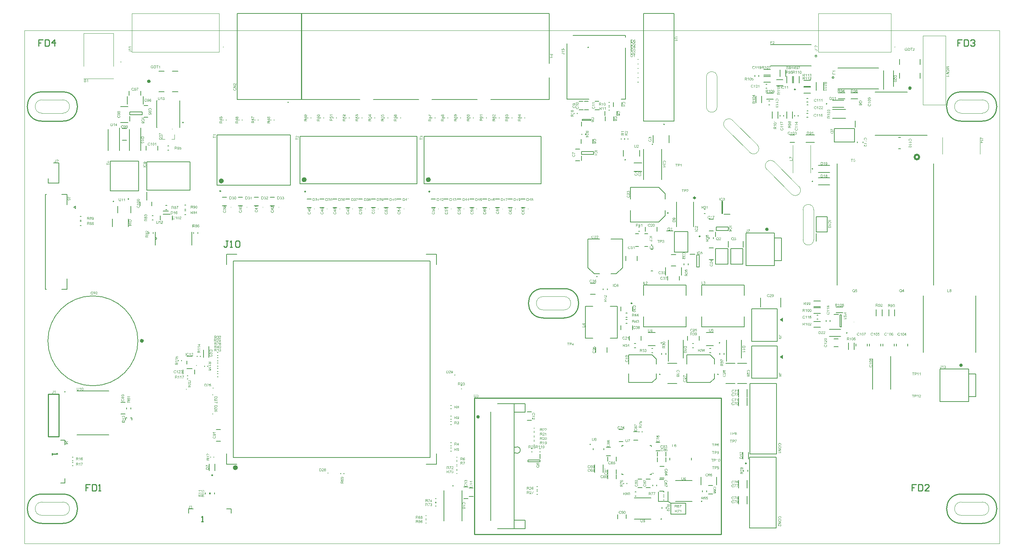
<source format=gto>
G04*
G04 #@! TF.GenerationSoftware,Altium Limited,Altium Designer,23.1.1 (15)*
G04*
G04 Layer_Color=65535*
%FSLAX44Y44*%
%MOMM*%
G71*
G04*
G04 #@! TF.SameCoordinates,5873BA87-B4A8-4489-8BBC-5F2359CC4874*
G04*
G04*
G04 #@! TF.FilePolarity,Positive*
G04*
G01*
G75*
%ADD10C,0.2000*%
%ADD11C,0.6000*%
%ADD12C,0.1270*%
%ADD13C,0.4000*%
%ADD14C,0.2540*%
%ADD15C,0.2400*%
%ADD16C,0.2500*%
%ADD17C,0.0500*%
%ADD18C,0.7620*%
%ADD19C,0.1524*%
%ADD20C,0.1000*%
%ADD21C,0.5080*%
%ADD22C,0.1500*%
%ADD23C,0.0254*%
%ADD24C,0.1020*%
%ADD25C,0.1016*%
G36*
X1802720Y446278D02*
X1810720Y441278D01*
Y451278D01*
X1802720Y446278D01*
D02*
G37*
G36*
Y534924D02*
X1810720Y529924D01*
Y539924D01*
X1802720Y534924D01*
D02*
G37*
G36*
X1239020Y234226D02*
X1239067D01*
X1239133Y234217D01*
X1239292Y234189D01*
X1239471Y234151D01*
X1239668Y234085D01*
X1239866Y234001D01*
X1240063Y233888D01*
X1240072D01*
X1240082Y233869D01*
X1240110Y233850D01*
X1240148Y233822D01*
X1240242Y233747D01*
X1240364Y233644D01*
X1240486Y233503D01*
X1240627Y233333D01*
X1240749Y233136D01*
X1240862Y232911D01*
Y232901D01*
X1240871Y232882D01*
X1240890Y232845D01*
X1240909Y232798D01*
X1240928Y232732D01*
X1240956Y232647D01*
X1240975Y232553D01*
X1241003Y232450D01*
X1241031Y232328D01*
X1241059Y232187D01*
X1241078Y232036D01*
X1241097Y231877D01*
X1241116Y231698D01*
X1241134Y231510D01*
X1241144Y231304D01*
Y231087D01*
Y231078D01*
Y231031D01*
Y230965D01*
Y230881D01*
X1241134Y230777D01*
Y230655D01*
X1241125Y230514D01*
X1241106Y230373D01*
X1241078Y230054D01*
X1241031Y229715D01*
X1240965Y229396D01*
X1240918Y229236D01*
X1240871Y229095D01*
Y229086D01*
X1240862Y229067D01*
X1240843Y229029D01*
X1240824Y228973D01*
X1240796Y228916D01*
X1240759Y228841D01*
X1240665Y228682D01*
X1240552Y228503D01*
X1240420Y228315D01*
X1240251Y228136D01*
X1240063Y227977D01*
X1240054D01*
X1240035Y227958D01*
X1240007Y227939D01*
X1239969Y227920D01*
X1239913Y227892D01*
X1239856Y227854D01*
X1239781Y227817D01*
X1239706Y227789D01*
X1239527Y227714D01*
X1239311Y227648D01*
X1239076Y227610D01*
X1238813Y227591D01*
X1238738D01*
X1238691Y227601D01*
X1238625D01*
X1238550Y227610D01*
X1238371Y227648D01*
X1238174Y227695D01*
X1237967Y227770D01*
X1237760Y227873D01*
X1237657Y227939D01*
X1237563Y228014D01*
X1237554Y228024D01*
X1237544Y228033D01*
X1237516Y228061D01*
X1237488Y228089D01*
X1237450Y228136D01*
X1237403Y228193D01*
X1237309Y228324D01*
X1237215Y228493D01*
X1237122Y228700D01*
X1237046Y228935D01*
X1236990Y229208D01*
X1237760Y229273D01*
Y229264D01*
X1237770Y229245D01*
Y229226D01*
X1237779Y229189D01*
X1237807Y229086D01*
X1237845Y228973D01*
X1237892Y228841D01*
X1237958Y228710D01*
X1238033Y228587D01*
X1238127Y228484D01*
X1238137Y228475D01*
X1238174Y228447D01*
X1238240Y228409D01*
X1238315Y228371D01*
X1238418Y228324D01*
X1238541Y228287D01*
X1238681Y228258D01*
X1238832Y228249D01*
X1238898D01*
X1238963Y228258D01*
X1239048Y228268D01*
X1239151Y228287D01*
X1239255Y228315D01*
X1239368Y228353D01*
X1239471Y228409D01*
X1239480Y228418D01*
X1239518Y228437D01*
X1239574Y228475D01*
X1239631Y228531D01*
X1239706Y228597D01*
X1239781Y228672D01*
X1239856Y228757D01*
X1239931Y228860D01*
X1239941Y228869D01*
X1239960Y228916D01*
X1239997Y228982D01*
X1240035Y229067D01*
X1240082Y229180D01*
X1240129Y229311D01*
X1240176Y229461D01*
X1240223Y229631D01*
Y229640D01*
X1240232Y229650D01*
Y229678D01*
X1240242Y229715D01*
X1240260Y229809D01*
X1240289Y229931D01*
X1240307Y230082D01*
X1240326Y230242D01*
X1240336Y230420D01*
X1240345Y230608D01*
Y230617D01*
Y230646D01*
Y230693D01*
Y230768D01*
X1240336Y230749D01*
X1240298Y230702D01*
X1240242Y230636D01*
X1240176Y230542D01*
X1240082Y230448D01*
X1239969Y230345D01*
X1239837Y230242D01*
X1239687Y230147D01*
X1239668Y230138D01*
X1239612Y230110D01*
X1239527Y230072D01*
X1239424Y230035D01*
X1239283Y229988D01*
X1239133Y229950D01*
X1238963Y229922D01*
X1238785Y229913D01*
X1238710D01*
X1238653Y229922D01*
X1238578Y229931D01*
X1238503Y229941D01*
X1238409Y229960D01*
X1238315Y229988D01*
X1238099Y230054D01*
X1237986Y230101D01*
X1237873Y230157D01*
X1237751Y230223D01*
X1237638Y230307D01*
X1237526Y230392D01*
X1237422Y230495D01*
X1237413Y230505D01*
X1237394Y230523D01*
X1237375Y230552D01*
X1237338Y230599D01*
X1237291Y230664D01*
X1237244Y230730D01*
X1237197Y230815D01*
X1237150Y230909D01*
X1237093Y231012D01*
X1237046Y231125D01*
X1236999Y231257D01*
X1236952Y231388D01*
X1236915Y231538D01*
X1236896Y231698D01*
X1236877Y231858D01*
X1236868Y232036D01*
Y232046D01*
Y232083D01*
Y232131D01*
X1236877Y232196D01*
X1236887Y232281D01*
X1236896Y232384D01*
X1236915Y232488D01*
X1236943Y232610D01*
X1237009Y232854D01*
X1237056Y232986D01*
X1237112Y233127D01*
X1237178Y233258D01*
X1237262Y233381D01*
X1237347Y233512D01*
X1237450Y233625D01*
X1237460Y233634D01*
X1237479Y233653D01*
X1237507Y233681D01*
X1237554Y233719D01*
X1237610Y233766D01*
X1237685Y233822D01*
X1237760Y233869D01*
X1237855Y233935D01*
X1237949Y233991D01*
X1238061Y234038D01*
X1238315Y234142D01*
X1238447Y234179D01*
X1238597Y234207D01*
X1238747Y234226D01*
X1238907Y234236D01*
X1238973D01*
X1239020Y234226D01*
D02*
G37*
G36*
X1234819Y227704D02*
X1234020D01*
Y232788D01*
X1234011Y232779D01*
X1233964Y232741D01*
X1233907Y232685D01*
X1233813Y232619D01*
X1233710Y232535D01*
X1233578Y232441D01*
X1233428Y232337D01*
X1233259Y232234D01*
X1233250D01*
X1233240Y232225D01*
X1233184Y232187D01*
X1233090Y232140D01*
X1232977Y232083D01*
X1232845Y232018D01*
X1232704Y231952D01*
X1232563Y231886D01*
X1232422Y231830D01*
Y232600D01*
X1232432D01*
X1232451Y232619D01*
X1232488Y232629D01*
X1232535Y232657D01*
X1232592Y232685D01*
X1232657Y232723D01*
X1232817Y232817D01*
X1233005Y232920D01*
X1233193Y233051D01*
X1233391Y233202D01*
X1233588Y233362D01*
X1233597Y233371D01*
X1233607Y233381D01*
X1233635Y233409D01*
X1233672Y233437D01*
X1233757Y233531D01*
X1233870Y233644D01*
X1233982Y233775D01*
X1234105Y233925D01*
X1234208Y234076D01*
X1234302Y234236D01*
X1234819D01*
Y227704D01*
D02*
G37*
G36*
X1229763D02*
X1228964D01*
Y232788D01*
X1228955Y232779D01*
X1228908Y232741D01*
X1228851Y232685D01*
X1228757Y232619D01*
X1228654Y232535D01*
X1228522Y232441D01*
X1228372Y232337D01*
X1228203Y232234D01*
X1228193D01*
X1228184Y232225D01*
X1228128Y232187D01*
X1228034Y232140D01*
X1227921Y232083D01*
X1227789Y232018D01*
X1227648Y231952D01*
X1227507Y231886D01*
X1227366Y231830D01*
Y232600D01*
X1227376D01*
X1227394Y232619D01*
X1227432Y232629D01*
X1227479Y232657D01*
X1227535Y232685D01*
X1227601Y232723D01*
X1227761Y232817D01*
X1227949Y232920D01*
X1228137Y233051D01*
X1228334Y233202D01*
X1228532Y233362D01*
X1228541Y233371D01*
X1228550Y233381D01*
X1228579Y233409D01*
X1228616Y233437D01*
X1228701Y233531D01*
X1228814Y233644D01*
X1228926Y233775D01*
X1229049Y233925D01*
X1229152Y234076D01*
X1229246Y234236D01*
X1229763D01*
Y227704D01*
D02*
G37*
G36*
X1223626Y234198D02*
X1223710D01*
X1223908Y234189D01*
X1224115Y234160D01*
X1224340Y234132D01*
X1224547Y234085D01*
X1224650Y234057D01*
X1224735Y234029D01*
X1224744D01*
X1224754Y234020D01*
X1224810Y233991D01*
X1224895Y233954D01*
X1224998Y233888D01*
X1225111Y233803D01*
X1225233Y233691D01*
X1225346Y233559D01*
X1225459Y233409D01*
Y233399D01*
X1225468Y233390D01*
X1225506Y233333D01*
X1225543Y233239D01*
X1225600Y233117D01*
X1225647Y232976D01*
X1225694Y232807D01*
X1225722Y232629D01*
X1225731Y232431D01*
Y232422D01*
Y232403D01*
Y232365D01*
X1225722Y232318D01*
Y232253D01*
X1225712Y232187D01*
X1225675Y232027D01*
X1225618Y231839D01*
X1225543Y231642D01*
X1225430Y231444D01*
X1225355Y231350D01*
X1225280Y231257D01*
X1225271Y231247D01*
X1225261Y231238D01*
X1225233Y231210D01*
X1225195Y231181D01*
X1225148Y231144D01*
X1225092Y231106D01*
X1225017Y231059D01*
X1224942Y231003D01*
X1224848Y230956D01*
X1224744Y230909D01*
X1224632Y230852D01*
X1224509Y230805D01*
X1224368Y230768D01*
X1224227Y230721D01*
X1224068Y230693D01*
X1223898Y230664D01*
X1223917Y230655D01*
X1223955Y230636D01*
X1224011Y230599D01*
X1224087Y230561D01*
X1224256Y230458D01*
X1224340Y230392D01*
X1224415Y230336D01*
X1224434Y230317D01*
X1224481Y230270D01*
X1224556Y230194D01*
X1224650Y230101D01*
X1224754Y229969D01*
X1224876Y229828D01*
X1224998Y229659D01*
X1225130Y229471D01*
X1226248Y227704D01*
X1225177D01*
X1224321Y229057D01*
Y229067D01*
X1224303Y229086D01*
X1224284Y229114D01*
X1224256Y229151D01*
X1224190Y229255D01*
X1224105Y229386D01*
X1224002Y229527D01*
X1223898Y229678D01*
X1223795Y229819D01*
X1223701Y229950D01*
X1223692Y229960D01*
X1223663Y229997D01*
X1223617Y230054D01*
X1223551Y230119D01*
X1223410Y230260D01*
X1223335Y230326D01*
X1223259Y230382D01*
X1223250Y230392D01*
X1223231Y230401D01*
X1223194Y230420D01*
X1223137Y230448D01*
X1223081Y230476D01*
X1223015Y230505D01*
X1222865Y230552D01*
X1222855D01*
X1222837Y230561D01*
X1222799D01*
X1222752Y230571D01*
X1222686Y230580D01*
X1222611D01*
X1222508Y230589D01*
X1221399D01*
Y227704D01*
X1220534D01*
Y234207D01*
X1223551D01*
X1223626Y234198D01*
D02*
G37*
G36*
X1226894Y192851D02*
X1226960Y192841D01*
X1227044Y192832D01*
X1227138Y192813D01*
X1227242Y192785D01*
X1227458Y192719D01*
X1227580Y192672D01*
X1227693Y192607D01*
X1227815Y192541D01*
X1227928Y192466D01*
X1228040Y192372D01*
X1228153Y192268D01*
X1228163Y192259D01*
X1228181Y192240D01*
X1228210Y192212D01*
X1228238Y192165D01*
X1228285Y192099D01*
X1228332Y192033D01*
X1228379Y191949D01*
X1228435Y191855D01*
X1228492Y191751D01*
X1228539Y191629D01*
X1228586Y191498D01*
X1228633Y191366D01*
X1228661Y191216D01*
X1228689Y191056D01*
X1228708Y190896D01*
X1228717Y190718D01*
Y190624D01*
X1228708Y190558D01*
X1228698Y190473D01*
X1228689Y190379D01*
X1228670Y190276D01*
X1228642Y190163D01*
X1228576Y189909D01*
X1228529Y189778D01*
X1228482Y189656D01*
X1228416Y189524D01*
X1228341Y189392D01*
X1228257Y189270D01*
X1228153Y189158D01*
X1228144Y189148D01*
X1228125Y189129D01*
X1228097Y189101D01*
X1228050Y189063D01*
X1227993Y189026D01*
X1227928Y188969D01*
X1227852Y188923D01*
X1227758Y188866D01*
X1227664Y188810D01*
X1227552Y188763D01*
X1227317Y188669D01*
X1227176Y188631D01*
X1227035Y188603D01*
X1226885Y188584D01*
X1226734Y188575D01*
X1226725D01*
X1226706D01*
X1226668D01*
X1226631Y188584D01*
X1226574D01*
X1226508Y188594D01*
X1226358Y188612D01*
X1226189Y188650D01*
X1226020Y188706D01*
X1225841Y188791D01*
X1225672Y188894D01*
X1225663D01*
X1225653Y188913D01*
X1225606Y188951D01*
X1225531Y189026D01*
X1225437Y189129D01*
X1225343Y189261D01*
X1225240Y189421D01*
X1225155Y189599D01*
X1225089Y189815D01*
Y189806D01*
X1225080Y189797D01*
X1225071Y189768D01*
X1225052Y189731D01*
X1225014Y189646D01*
X1224958Y189533D01*
X1224883Y189411D01*
X1224789Y189289D01*
X1224685Y189176D01*
X1224573Y189073D01*
X1224554Y189063D01*
X1224516Y189035D01*
X1224441Y188998D01*
X1224347Y188960D01*
X1224225Y188913D01*
X1224084Y188876D01*
X1223924Y188847D01*
X1223755Y188838D01*
X1223745D01*
X1223727D01*
X1223689D01*
X1223633Y188847D01*
X1223576Y188857D01*
X1223501Y188866D01*
X1223341Y188904D01*
X1223154Y188960D01*
X1222956Y189054D01*
X1222853Y189111D01*
X1222749Y189176D01*
X1222655Y189261D01*
X1222561Y189345D01*
X1222552Y189355D01*
X1222543Y189374D01*
X1222514Y189402D01*
X1222486Y189439D01*
X1222449Y189486D01*
X1222411Y189552D01*
X1222364Y189627D01*
X1222317Y189703D01*
X1222270Y189797D01*
X1222223Y189900D01*
X1222186Y190013D01*
X1222148Y190135D01*
X1222092Y190398D01*
X1222082Y190548D01*
X1222073Y190699D01*
Y190783D01*
X1222082Y190840D01*
X1222092Y190915D01*
X1222101Y191000D01*
X1222110Y191094D01*
X1222139Y191187D01*
X1222195Y191413D01*
X1222279Y191639D01*
X1222336Y191751D01*
X1222402Y191864D01*
X1222486Y191968D01*
X1222571Y192071D01*
X1222580Y192080D01*
X1222590Y192090D01*
X1222618Y192118D01*
X1222655Y192155D01*
X1222712Y192193D01*
X1222768Y192240D01*
X1222909Y192334D01*
X1223088Y192428D01*
X1223294Y192513D01*
X1223529Y192578D01*
X1223652Y192588D01*
X1223783Y192597D01*
X1223792D01*
X1223802D01*
X1223858D01*
X1223943Y192588D01*
X1224046Y192569D01*
X1224178Y192541D01*
X1224309Y192494D01*
X1224441Y192437D01*
X1224573Y192353D01*
X1224591Y192343D01*
X1224629Y192306D01*
X1224685Y192249D01*
X1224761Y192174D01*
X1224845Y192071D01*
X1224930Y191949D01*
X1225014Y191808D01*
X1225089Y191639D01*
Y191648D01*
X1225099Y191667D01*
X1225108Y191695D01*
X1225127Y191733D01*
X1225174Y191845D01*
X1225240Y191977D01*
X1225334Y192118D01*
X1225437Y192268D01*
X1225569Y192409D01*
X1225719Y192541D01*
X1225729D01*
X1225738Y192550D01*
X1225794Y192588D01*
X1225888Y192644D01*
X1226011Y192701D01*
X1226161Y192757D01*
X1226339Y192813D01*
X1226537Y192851D01*
X1226753Y192860D01*
X1226762D01*
X1226790D01*
X1226837D01*
X1226894Y192851D01*
D02*
G37*
G36*
X1229112Y187626D02*
Y187616D01*
X1229102Y187597D01*
X1229084Y187560D01*
X1229065Y187503D01*
X1229037Y187438D01*
X1228999Y187362D01*
X1228961Y187278D01*
X1228914Y187184D01*
X1228802Y186977D01*
X1228670Y186742D01*
X1228501Y186488D01*
X1228313Y186225D01*
Y186216D01*
X1228332Y186197D01*
X1228351Y186150D01*
X1228379Y186103D01*
X1228407Y186028D01*
X1228445Y185953D01*
X1228473Y185859D01*
X1228510Y185755D01*
X1228548Y185643D01*
X1228586Y185520D01*
X1228651Y185248D01*
X1228698Y184947D01*
X1228708Y184787D01*
X1228717Y184628D01*
Y184543D01*
X1228708Y184477D01*
Y184402D01*
X1228698Y184308D01*
X1228680Y184205D01*
X1228661Y184092D01*
X1228614Y183848D01*
X1228539Y183575D01*
X1228435Y183293D01*
X1228369Y183162D01*
X1228294Y183021D01*
X1228285Y183011D01*
X1228275Y182992D01*
X1228247Y182955D01*
X1228219Y182908D01*
X1228172Y182842D01*
X1228116Y182776D01*
X1227984Y182617D01*
X1227815Y182438D01*
X1227608Y182259D01*
X1227373Y182081D01*
X1227101Y181921D01*
X1227091D01*
X1227063Y181902D01*
X1227025Y181883D01*
X1226969Y181865D01*
X1226894Y181836D01*
X1226809Y181799D01*
X1226706Y181761D01*
X1226593Y181733D01*
X1226471Y181695D01*
X1226339Y181658D01*
X1226198Y181630D01*
X1226039Y181592D01*
X1225710Y181555D01*
X1225362Y181536D01*
X1225353D01*
X1225315D01*
X1225268D01*
X1225202Y181545D01*
X1225118D01*
X1225014Y181555D01*
X1224902Y181564D01*
X1224779Y181583D01*
X1224507Y181630D01*
X1224215Y181695D01*
X1223905Y181789D01*
X1223605Y181921D01*
X1223595Y181930D01*
X1223567Y181940D01*
X1223529Y181959D01*
X1223473Y181996D01*
X1223407Y182034D01*
X1223332Y182081D01*
X1223154Y182212D01*
X1222965Y182363D01*
X1222768Y182560D01*
X1222571Y182776D01*
X1222402Y183030D01*
X1222392Y183039D01*
X1222383Y183068D01*
X1222364Y183105D01*
X1222336Y183162D01*
X1222308Y183227D01*
X1222270Y183302D01*
X1222233Y183396D01*
X1222195Y183500D01*
X1222157Y183622D01*
X1222120Y183744D01*
X1222054Y184017D01*
X1222007Y184317D01*
X1221988Y184477D01*
Y184731D01*
X1221998Y184797D01*
Y184881D01*
X1222007Y184966D01*
X1222026Y185079D01*
X1222045Y185191D01*
X1222092Y185436D01*
X1222167Y185718D01*
X1222279Y185990D01*
X1222345Y186131D01*
X1222420Y186272D01*
X1222430Y186282D01*
X1222439Y186301D01*
X1222467Y186338D01*
X1222496Y186395D01*
X1222543Y186451D01*
X1222599Y186526D01*
X1222730Y186686D01*
X1222900Y186855D01*
X1223107Y187043D01*
X1223351Y187222D01*
X1223623Y187372D01*
X1223633D01*
X1223661Y187391D01*
X1223699Y187409D01*
X1223755Y187428D01*
X1223830Y187466D01*
X1223915Y187494D01*
X1224018Y187532D01*
X1224131Y187569D01*
X1224253Y187597D01*
X1224385Y187635D01*
X1224526Y187673D01*
X1224676Y187701D01*
X1225005Y187738D01*
X1225353Y187757D01*
X1225362D01*
X1225390D01*
X1225428D01*
X1225484D01*
X1225559Y187748D01*
X1225644D01*
X1225738Y187738D01*
X1225832Y187729D01*
X1226057Y187701D01*
X1226302Y187654D01*
X1226555Y187597D01*
X1226800Y187513D01*
X1226809D01*
X1226828Y187503D01*
X1226866Y187485D01*
X1226903Y187466D01*
X1226960Y187438D01*
X1227025Y187409D01*
X1227176Y187334D01*
X1227354Y187231D01*
X1227542Y187099D01*
X1227730Y186949D01*
X1227918Y186780D01*
Y186789D01*
X1227937Y186808D01*
X1227956Y186836D01*
X1227984Y186883D01*
X1228022Y186930D01*
X1228059Y186996D01*
X1228144Y187137D01*
X1228247Y187306D01*
X1228351Y187494D01*
X1228435Y187691D01*
X1228520Y187879D01*
X1229112Y187626D01*
D02*
G37*
G36*
X2105325Y1184963D02*
X2105400D01*
X2105579Y1184944D01*
X2105776Y1184916D01*
X2105983Y1184869D01*
X2106208Y1184813D01*
X2106424Y1184737D01*
X2106434D01*
X2106453Y1184728D01*
X2106481Y1184719D01*
X2106518Y1184700D01*
X2106622Y1184644D01*
X2106753Y1184578D01*
X2106894Y1184484D01*
X2107045Y1184371D01*
X2107186Y1184249D01*
X2107317Y1184099D01*
X2107336Y1184080D01*
X2107374Y1184023D01*
X2107430Y1183939D01*
X2107505Y1183817D01*
X2107580Y1183666D01*
X2107665Y1183478D01*
X2107749Y1183271D01*
X2107815Y1183036D01*
X2107035Y1182830D01*
Y1182839D01*
X2107026Y1182849D01*
X2107016Y1182877D01*
X2107007Y1182914D01*
X2106979Y1182999D01*
X2106941Y1183112D01*
X2106885Y1183243D01*
X2106819Y1183365D01*
X2106753Y1183497D01*
X2106669Y1183610D01*
X2106659Y1183619D01*
X2106631Y1183657D01*
X2106575Y1183704D01*
X2106509Y1183770D01*
X2106424Y1183845D01*
X2106312Y1183920D01*
X2106190Y1183995D01*
X2106048Y1184061D01*
X2106030Y1184070D01*
X2105983Y1184089D01*
X2105898Y1184117D01*
X2105785Y1184155D01*
X2105654Y1184183D01*
X2105503Y1184211D01*
X2105334Y1184230D01*
X2105156Y1184239D01*
X2105052D01*
X2105005Y1184230D01*
X2104949D01*
X2104808Y1184221D01*
X2104648Y1184192D01*
X2104470Y1184164D01*
X2104301Y1184117D01*
X2104131Y1184052D01*
X2104113Y1184042D01*
X2104056Y1184023D01*
X2103981Y1183976D01*
X2103887Y1183929D01*
X2103774Y1183854D01*
X2103652Y1183779D01*
X2103539Y1183685D01*
X2103436Y1183582D01*
X2103427Y1183572D01*
X2103389Y1183535D01*
X2103342Y1183469D01*
X2103286Y1183394D01*
X2103220Y1183300D01*
X2103154Y1183187D01*
X2103088Y1183065D01*
X2103022Y1182933D01*
Y1182924D01*
X2103013Y1182905D01*
X2103004Y1182877D01*
X2102985Y1182830D01*
X2102966Y1182773D01*
X2102947Y1182708D01*
X2102919Y1182632D01*
X2102900Y1182548D01*
X2102853Y1182350D01*
X2102816Y1182125D01*
X2102787Y1181890D01*
X2102778Y1181627D01*
Y1181617D01*
Y1181589D01*
Y1181542D01*
X2102787Y1181486D01*
Y1181411D01*
X2102797Y1181317D01*
X2102806Y1181223D01*
X2102816Y1181119D01*
X2102853Y1180884D01*
X2102900Y1180640D01*
X2102975Y1180396D01*
X2103069Y1180161D01*
Y1180151D01*
X2103088Y1180133D01*
X2103098Y1180104D01*
X2103126Y1180067D01*
X2103192Y1179963D01*
X2103295Y1179832D01*
X2103417Y1179691D01*
X2103567Y1179550D01*
X2103746Y1179418D01*
X2103943Y1179296D01*
X2103953D01*
X2103972Y1179287D01*
X2104000Y1179268D01*
X2104047Y1179249D01*
X2104094Y1179230D01*
X2104160Y1179212D01*
X2104310Y1179155D01*
X2104498Y1179108D01*
X2104705Y1179061D01*
X2104930Y1179024D01*
X2105165Y1179014D01*
X2105259D01*
X2105315Y1179024D01*
X2105372D01*
X2105513Y1179042D01*
X2105682Y1179061D01*
X2105860Y1179099D01*
X2106058Y1179155D01*
X2106255Y1179221D01*
X2106265D01*
X2106283Y1179230D01*
X2106302Y1179240D01*
X2106340Y1179258D01*
X2106443Y1179305D01*
X2106556Y1179362D01*
X2106688Y1179428D01*
X2106828Y1179503D01*
X2106960Y1179587D01*
X2107073Y1179681D01*
Y1180903D01*
X2105156D01*
Y1181674D01*
X2107919D01*
Y1179258D01*
X2107909Y1179249D01*
X2107890Y1179240D01*
X2107853Y1179212D01*
X2107806Y1179174D01*
X2107749Y1179136D01*
X2107684Y1179089D01*
X2107599Y1179033D01*
X2107515Y1178977D01*
X2107317Y1178854D01*
X2107092Y1178723D01*
X2106857Y1178601D01*
X2106603Y1178497D01*
X2106594D01*
X2106575Y1178488D01*
X2106537Y1178478D01*
X2106490Y1178460D01*
X2106424Y1178441D01*
X2106349Y1178413D01*
X2106265Y1178394D01*
X2106180Y1178375D01*
X2105973Y1178328D01*
X2105738Y1178281D01*
X2105485Y1178253D01*
X2105222Y1178243D01*
X2105128D01*
X2105062Y1178253D01*
X2104977D01*
X2104874Y1178262D01*
X2104761Y1178281D01*
X2104639Y1178290D01*
X2104366Y1178347D01*
X2104075Y1178413D01*
X2103774Y1178516D01*
X2103624Y1178572D01*
X2103473Y1178648D01*
X2103464Y1178657D01*
X2103436Y1178666D01*
X2103398Y1178695D01*
X2103342Y1178723D01*
X2103276Y1178770D01*
X2103210Y1178817D01*
X2103032Y1178948D01*
X2102844Y1179118D01*
X2102646Y1179324D01*
X2102458Y1179559D01*
X2102289Y1179832D01*
Y1179841D01*
X2102271Y1179869D01*
X2102252Y1179907D01*
X2102224Y1179973D01*
X2102195Y1180039D01*
X2102167Y1180133D01*
X2102130Y1180227D01*
X2102092Y1180339D01*
X2102054Y1180461D01*
X2102017Y1180602D01*
X2101989Y1180743D01*
X2101960Y1180894D01*
X2101913Y1181223D01*
X2101895Y1181570D01*
Y1181580D01*
Y1181617D01*
Y1181664D01*
X2101904Y1181730D01*
Y1181815D01*
X2101913Y1181918D01*
X2101932Y1182021D01*
X2101942Y1182144D01*
X2101970Y1182275D01*
X2101989Y1182416D01*
X2102064Y1182717D01*
X2102158Y1183027D01*
X2102289Y1183337D01*
X2102299Y1183347D01*
X2102308Y1183375D01*
X2102327Y1183412D01*
X2102365Y1183469D01*
X2102402Y1183544D01*
X2102449Y1183619D01*
X2102581Y1183798D01*
X2102740Y1184005D01*
X2102938Y1184202D01*
X2103163Y1184399D01*
X2103295Y1184484D01*
X2103427Y1184568D01*
X2103436Y1184578D01*
X2103464Y1184587D01*
X2103502Y1184606D01*
X2103558Y1184634D01*
X2103633Y1184662D01*
X2103718Y1184700D01*
X2103812Y1184737D01*
X2103925Y1184775D01*
X2104047Y1184813D01*
X2104178Y1184841D01*
X2104319Y1184878D01*
X2104470Y1184907D01*
X2104799Y1184954D01*
X2104968Y1184973D01*
X2105269D01*
X2105325Y1184963D01*
D02*
G37*
G36*
X2123284Y1184878D02*
X2123360Y1184869D01*
X2123454Y1184860D01*
X2123557Y1184841D01*
X2123660Y1184822D01*
X2123905Y1184756D01*
X2124149Y1184662D01*
X2124271Y1184606D01*
X2124393Y1184540D01*
X2124506Y1184456D01*
X2124610Y1184362D01*
X2124619Y1184352D01*
X2124638Y1184343D01*
X2124657Y1184305D01*
X2124694Y1184268D01*
X2124741Y1184221D01*
X2124788Y1184155D01*
X2124835Y1184089D01*
X2124892Y1184005D01*
X2124986Y1183826D01*
X2125079Y1183600D01*
X2125117Y1183488D01*
X2125136Y1183356D01*
X2125155Y1183224D01*
X2125164Y1183083D01*
Y1183065D01*
Y1183018D01*
X2125155Y1182943D01*
X2125145Y1182839D01*
X2125126Y1182726D01*
X2125089Y1182595D01*
X2125051Y1182454D01*
X2124995Y1182313D01*
X2124986Y1182294D01*
X2124967Y1182247D01*
X2124929Y1182172D01*
X2124873Y1182068D01*
X2124798Y1181956D01*
X2124704Y1181815D01*
X2124591Y1181674D01*
X2124459Y1181514D01*
X2124440Y1181495D01*
X2124393Y1181439D01*
X2124346Y1181392D01*
X2124299Y1181345D01*
X2124243Y1181289D01*
X2124168Y1181213D01*
X2124093Y1181138D01*
X2123999Y1181053D01*
X2123905Y1180959D01*
X2123792Y1180856D01*
X2123670Y1180753D01*
X2123538Y1180631D01*
X2123388Y1180508D01*
X2123237Y1180377D01*
X2123228Y1180368D01*
X2123209Y1180349D01*
X2123172Y1180321D01*
X2123125Y1180283D01*
X2123068Y1180227D01*
X2123002Y1180170D01*
X2122852Y1180048D01*
X2122692Y1179907D01*
X2122542Y1179766D01*
X2122410Y1179644D01*
X2122354Y1179597D01*
X2122307Y1179550D01*
X2122298Y1179540D01*
X2122269Y1179512D01*
X2122232Y1179475D01*
X2122185Y1179418D01*
X2122138Y1179352D01*
X2122081Y1179287D01*
X2121969Y1179127D01*
X2125173D01*
Y1178356D01*
X2120860D01*
Y1178366D01*
Y1178403D01*
Y1178460D01*
X2120869Y1178535D01*
X2120878Y1178619D01*
X2120897Y1178713D01*
X2120916Y1178807D01*
X2120954Y1178911D01*
Y1178920D01*
X2120963Y1178930D01*
X2120982Y1178986D01*
X2121019Y1179071D01*
X2121076Y1179183D01*
X2121151Y1179315D01*
X2121245Y1179465D01*
X2121348Y1179616D01*
X2121480Y1179775D01*
Y1179785D01*
X2121499Y1179794D01*
X2121546Y1179851D01*
X2121630Y1179935D01*
X2121753Y1180057D01*
X2121893Y1180198D01*
X2122072Y1180368D01*
X2122288Y1180555D01*
X2122523Y1180753D01*
X2122533Y1180762D01*
X2122570Y1180790D01*
X2122627Y1180837D01*
X2122692Y1180894D01*
X2122777Y1180969D01*
X2122880Y1181053D01*
X2122984Y1181148D01*
X2123106Y1181251D01*
X2123341Y1181476D01*
X2123576Y1181702D01*
X2123689Y1181815D01*
X2123792Y1181927D01*
X2123886Y1182031D01*
X2123961Y1182134D01*
Y1182144D01*
X2123980Y1182153D01*
X2123999Y1182181D01*
X2124017Y1182219D01*
X2124083Y1182322D01*
X2124158Y1182444D01*
X2124224Y1182595D01*
X2124290Y1182755D01*
X2124328Y1182933D01*
X2124346Y1183102D01*
Y1183112D01*
Y1183121D01*
X2124337Y1183177D01*
X2124328Y1183271D01*
X2124299Y1183375D01*
X2124262Y1183506D01*
X2124196Y1183638D01*
X2124111Y1183770D01*
X2123999Y1183901D01*
X2123980Y1183920D01*
X2123933Y1183958D01*
X2123867Y1184005D01*
X2123764Y1184070D01*
X2123632Y1184127D01*
X2123482Y1184183D01*
X2123303Y1184221D01*
X2123106Y1184230D01*
X2123049D01*
X2123012Y1184221D01*
X2122899Y1184211D01*
X2122767Y1184183D01*
X2122627Y1184146D01*
X2122467Y1184080D01*
X2122316Y1183995D01*
X2122175Y1183882D01*
X2122157Y1183864D01*
X2122119Y1183817D01*
X2122063Y1183741D01*
X2122006Y1183629D01*
X2121940Y1183497D01*
X2121884Y1183328D01*
X2121846Y1183140D01*
X2121828Y1182924D01*
X2121010Y1183008D01*
Y1183018D01*
X2121019Y1183046D01*
Y1183093D01*
X2121029Y1183159D01*
X2121048Y1183234D01*
X2121066Y1183318D01*
X2121095Y1183422D01*
X2121123Y1183525D01*
X2121198Y1183751D01*
X2121311Y1183976D01*
X2121377Y1184089D01*
X2121461Y1184202D01*
X2121546Y1184305D01*
X2121640Y1184399D01*
X2121649Y1184409D01*
X2121668Y1184418D01*
X2121696Y1184446D01*
X2121743Y1184474D01*
X2121799Y1184512D01*
X2121865Y1184550D01*
X2121940Y1184597D01*
X2122034Y1184644D01*
X2122138Y1184690D01*
X2122251Y1184737D01*
X2122373Y1184775D01*
X2122504Y1184813D01*
X2122645Y1184841D01*
X2122796Y1184869D01*
X2122955Y1184878D01*
X2123125Y1184888D01*
X2123219D01*
X2123284Y1184878D01*
D02*
G37*
G36*
X2120409Y1184089D02*
X2118266D01*
Y1178356D01*
X2117401D01*
Y1184089D01*
X2115258D01*
Y1184860D01*
X2120409D01*
Y1184089D01*
D02*
G37*
G36*
X2111857Y1184850D02*
X2112044Y1184841D01*
X2112232Y1184822D01*
X2112420Y1184794D01*
X2112580Y1184766D01*
X2112590D01*
X2112608Y1184756D01*
X2112637D01*
X2112674Y1184737D01*
X2112778Y1184709D01*
X2112909Y1184662D01*
X2113059Y1184597D01*
X2113219Y1184512D01*
X2113379Y1184418D01*
X2113529Y1184296D01*
X2113539Y1184286D01*
X2113548Y1184277D01*
X2113576Y1184249D01*
X2113614Y1184221D01*
X2113708Y1184127D01*
X2113821Y1183995D01*
X2113943Y1183835D01*
X2114074Y1183647D01*
X2114197Y1183431D01*
X2114300Y1183187D01*
Y1183177D01*
X2114309Y1183159D01*
X2114328Y1183121D01*
X2114337Y1183065D01*
X2114366Y1182999D01*
X2114384Y1182924D01*
X2114403Y1182839D01*
X2114431Y1182736D01*
X2114460Y1182632D01*
X2114478Y1182510D01*
X2114525Y1182247D01*
X2114554Y1181956D01*
X2114563Y1181636D01*
Y1181627D01*
Y1181608D01*
Y1181561D01*
Y1181514D01*
X2114554Y1181448D01*
Y1181373D01*
X2114544Y1181195D01*
X2114516Y1180988D01*
X2114488Y1180772D01*
X2114441Y1180546D01*
X2114384Y1180321D01*
Y1180311D01*
X2114375Y1180292D01*
X2114366Y1180264D01*
X2114356Y1180227D01*
X2114319Y1180123D01*
X2114262Y1179992D01*
X2114206Y1179841D01*
X2114131Y1179691D01*
X2114037Y1179531D01*
X2113943Y1179381D01*
X2113933Y1179362D01*
X2113896Y1179315D01*
X2113839Y1179249D01*
X2113764Y1179165D01*
X2113680Y1179071D01*
X2113576Y1178977D01*
X2113473Y1178873D01*
X2113351Y1178789D01*
X2113332Y1178779D01*
X2113294Y1178751D01*
X2113229Y1178713D01*
X2113135Y1178666D01*
X2113022Y1178610D01*
X2112890Y1178563D01*
X2112740Y1178507D01*
X2112571Y1178460D01*
X2112552D01*
X2112524Y1178450D01*
X2112496Y1178441D01*
X2112401Y1178431D01*
X2112270Y1178413D01*
X2112120Y1178394D01*
X2111941Y1178375D01*
X2111744Y1178366D01*
X2111528Y1178356D01*
X2109187D01*
Y1184860D01*
X2111687D01*
X2111857Y1184850D01*
D02*
G37*
G36*
X1286909Y1183280D02*
X1286984Y1183271D01*
X1287068Y1183261D01*
X1287172Y1183243D01*
X1287275Y1183224D01*
X1287520Y1183167D01*
X1287773Y1183074D01*
X1287905Y1183017D01*
X1288027Y1182942D01*
X1288159Y1182867D01*
X1288281Y1182773D01*
X1288290Y1182763D01*
X1288318Y1182745D01*
X1288356Y1182707D01*
X1288403Y1182660D01*
X1288459Y1182594D01*
X1288535Y1182519D01*
X1288600Y1182425D01*
X1288676Y1182322D01*
X1288751Y1182209D01*
X1288816Y1182077D01*
X1288882Y1181936D01*
X1288948Y1181786D01*
X1288995Y1181626D01*
X1289033Y1181448D01*
X1289061Y1181260D01*
X1289070Y1181062D01*
Y1180978D01*
X1289061Y1180912D01*
X1289051Y1180837D01*
X1289042Y1180752D01*
X1289033Y1180649D01*
X1289004Y1180545D01*
X1288948Y1180311D01*
X1288863Y1180076D01*
X1288807Y1179953D01*
X1288741Y1179831D01*
X1288666Y1179718D01*
X1288582Y1179606D01*
X1288572Y1179596D01*
X1288563Y1179577D01*
X1288525Y1179559D01*
X1288488Y1179521D01*
X1288441Y1179474D01*
X1288384Y1179427D01*
X1288309Y1179371D01*
X1288224Y1179324D01*
X1288140Y1179267D01*
X1288036Y1179211D01*
X1287811Y1179108D01*
X1287548Y1179023D01*
X1287407Y1178995D01*
X1287256Y1178976D01*
X1287191Y1179812D01*
X1287200D01*
X1287219D01*
X1287247Y1179822D01*
X1287294Y1179831D01*
X1287397Y1179859D01*
X1287538Y1179897D01*
X1287679Y1179953D01*
X1287839Y1180029D01*
X1287980Y1180123D01*
X1288112Y1180235D01*
X1288121Y1180254D01*
X1288159Y1180292D01*
X1288206Y1180367D01*
X1288262Y1180470D01*
X1288318Y1180583D01*
X1288365Y1180724D01*
X1288403Y1180884D01*
X1288412Y1181062D01*
Y1181119D01*
X1288403Y1181156D01*
X1288394Y1181269D01*
X1288356Y1181401D01*
X1288309Y1181560D01*
X1288234Y1181720D01*
X1288121Y1181889D01*
X1288055Y1181964D01*
X1287980Y1182040D01*
X1287971Y1182049D01*
X1287961Y1182058D01*
X1287933Y1182077D01*
X1287905Y1182105D01*
X1287801Y1182171D01*
X1287670Y1182246D01*
X1287510Y1182312D01*
X1287313Y1182378D01*
X1287078Y1182425D01*
X1286956Y1182444D01*
X1286824D01*
X1286815D01*
X1286796D01*
X1286758D01*
X1286711Y1182434D01*
X1286655D01*
X1286589Y1182425D01*
X1286439Y1182397D01*
X1286260Y1182350D01*
X1286082Y1182284D01*
X1285912Y1182190D01*
X1285753Y1182058D01*
X1285743D01*
X1285734Y1182040D01*
X1285687Y1181993D01*
X1285621Y1181908D01*
X1285546Y1181795D01*
X1285480Y1181645D01*
X1285414Y1181476D01*
X1285367Y1181279D01*
X1285349Y1181166D01*
Y1180987D01*
X1285358Y1180912D01*
X1285367Y1180818D01*
X1285396Y1180705D01*
X1285424Y1180592D01*
X1285471Y1180470D01*
X1285527Y1180348D01*
X1285536Y1180339D01*
X1285555Y1180301D01*
X1285602Y1180245D01*
X1285649Y1180170D01*
X1285715Y1180094D01*
X1285800Y1180019D01*
X1285884Y1179934D01*
X1285988Y1179869D01*
X1285884Y1179117D01*
X1282539Y1179747D01*
Y1182980D01*
X1283300D01*
Y1180376D01*
X1285057Y1180029D01*
X1285048Y1180038D01*
X1285038Y1180057D01*
X1285020Y1180085D01*
X1284991Y1180132D01*
X1284963Y1180188D01*
X1284926Y1180254D01*
X1284850Y1180404D01*
X1284775Y1180592D01*
X1284709Y1180799D01*
X1284662Y1181025D01*
X1284644Y1181137D01*
Y1181344D01*
X1284653Y1181401D01*
X1284662Y1181476D01*
X1284672Y1181560D01*
X1284691Y1181654D01*
X1284719Y1181758D01*
X1284785Y1181983D01*
X1284832Y1182105D01*
X1284897Y1182228D01*
X1284963Y1182350D01*
X1285038Y1182472D01*
X1285132Y1182585D01*
X1285236Y1182698D01*
X1285245Y1182707D01*
X1285264Y1182726D01*
X1285292Y1182754D01*
X1285339Y1182792D01*
X1285405Y1182839D01*
X1285471Y1182886D01*
X1285555Y1182942D01*
X1285649Y1182998D01*
X1285753Y1183045D01*
X1285865Y1183102D01*
X1285997Y1183149D01*
X1286129Y1183196D01*
X1286270Y1183233D01*
X1286429Y1183261D01*
X1286589Y1183280D01*
X1286758Y1183290D01*
X1286768D01*
X1286796D01*
X1286843D01*
X1286909Y1183280D01*
D02*
G37*
G36*
X1288957Y1176128D02*
X1283873D01*
X1283882Y1176119D01*
X1283920Y1176072D01*
X1283976Y1176016D01*
X1284042Y1175922D01*
X1284127Y1175818D01*
X1284221Y1175687D01*
X1284324Y1175536D01*
X1284428Y1175367D01*
Y1175358D01*
X1284437Y1175348D01*
X1284474Y1175292D01*
X1284521Y1175198D01*
X1284578Y1175085D01*
X1284644Y1174954D01*
X1284709Y1174813D01*
X1284775Y1174672D01*
X1284832Y1174531D01*
X1284061D01*
Y1174540D01*
X1284042Y1174559D01*
X1284033Y1174596D01*
X1284005Y1174643D01*
X1283976Y1174700D01*
X1283939Y1174766D01*
X1283845Y1174925D01*
X1283741Y1175113D01*
X1283610Y1175301D01*
X1283460Y1175499D01*
X1283300Y1175696D01*
X1283290Y1175705D01*
X1283281Y1175715D01*
X1283253Y1175743D01*
X1283225Y1175781D01*
X1283131Y1175865D01*
X1283018Y1175978D01*
X1282886Y1176091D01*
X1282736Y1176213D01*
X1282585Y1176316D01*
X1282426Y1176410D01*
Y1176927D01*
X1288957D01*
Y1176128D01*
D02*
G37*
G36*
X1287097Y1172830D02*
X1287172D01*
X1287350Y1172811D01*
X1287557Y1172792D01*
X1287773Y1172755D01*
X1287971Y1172698D01*
X1288159Y1172632D01*
X1288168D01*
X1288177Y1172623D01*
X1288234Y1172595D01*
X1288309Y1172548D01*
X1288412Y1172482D01*
X1288516Y1172388D01*
X1288629Y1172285D01*
X1288741Y1172153D01*
X1288835Y1172003D01*
X1288845Y1171984D01*
X1288873Y1171927D01*
X1288910Y1171843D01*
X1288948Y1171721D01*
X1288995Y1171570D01*
X1289033Y1171401D01*
X1289061Y1171213D01*
X1289070Y1171006D01*
Y1170922D01*
X1289061Y1170865D01*
X1289051Y1170790D01*
X1289042Y1170715D01*
X1289004Y1170518D01*
X1288948Y1170311D01*
X1288863Y1170095D01*
X1288807Y1169982D01*
X1288741Y1169879D01*
X1288666Y1169785D01*
X1288582Y1169691D01*
X1288572Y1169681D01*
X1288563Y1169672D01*
X1288525Y1169653D01*
X1288488Y1169625D01*
X1288441Y1169587D01*
X1288375Y1169550D01*
X1288300Y1169512D01*
X1288215Y1169465D01*
X1288121Y1169428D01*
X1288008Y1169390D01*
X1287895Y1169352D01*
X1287764Y1169315D01*
X1287623Y1169296D01*
X1287463Y1169268D01*
X1287303Y1169258D01*
X1287125D01*
X1287012Y1170039D01*
X1287021D01*
X1287040D01*
X1287078D01*
X1287134Y1170048D01*
X1287191Y1170057D01*
X1287256D01*
X1287416Y1170085D01*
X1287585Y1170114D01*
X1287754Y1170170D01*
X1287905Y1170226D01*
X1287971Y1170264D01*
X1288027Y1170311D01*
X1288036Y1170320D01*
X1288065Y1170358D01*
X1288112Y1170414D01*
X1288159Y1170490D01*
X1288215Y1170593D01*
X1288253Y1170706D01*
X1288290Y1170847D01*
X1288300Y1170997D01*
Y1171053D01*
X1288290Y1171110D01*
X1288281Y1171194D01*
X1288262Y1171279D01*
X1288243Y1171373D01*
X1288206Y1171467D01*
X1288159Y1171561D01*
X1288149Y1171570D01*
X1288130Y1171599D01*
X1288093Y1171636D01*
X1288055Y1171693D01*
X1287989Y1171740D01*
X1287924Y1171796D01*
X1287848Y1171843D01*
X1287754Y1171880D01*
X1287745D01*
X1287708Y1171899D01*
X1287642Y1171909D01*
X1287557Y1171927D01*
X1287444Y1171946D01*
X1287303Y1171956D01*
X1287134Y1171974D01*
X1286937D01*
X1282454D01*
Y1172839D01*
X1286890D01*
X1286899D01*
X1286927D01*
X1286965D01*
X1287021D01*
X1287097Y1172830D01*
D02*
G37*
G36*
X1821429Y1140767D02*
X1821495D01*
X1821674Y1140748D01*
X1821871Y1140720D01*
X1822078Y1140673D01*
X1822303Y1140617D01*
X1822510Y1140542D01*
X1822520D01*
X1822538Y1140532D01*
X1822567Y1140513D01*
X1822604Y1140495D01*
X1822698Y1140448D01*
X1822820Y1140363D01*
X1822961Y1140269D01*
X1823102Y1140147D01*
X1823234Y1140006D01*
X1823356Y1139846D01*
Y1139837D01*
X1823365Y1139827D01*
X1823384Y1139799D01*
X1823403Y1139771D01*
X1823450Y1139677D01*
X1823506Y1139555D01*
X1823572Y1139404D01*
X1823619Y1139226D01*
X1823666Y1139038D01*
X1823685Y1138831D01*
X1822858Y1138765D01*
Y1138775D01*
Y1138793D01*
X1822849Y1138822D01*
X1822839Y1138869D01*
X1822811Y1138972D01*
X1822773Y1139113D01*
X1822717Y1139263D01*
X1822632Y1139414D01*
X1822529Y1139555D01*
X1822397Y1139686D01*
X1822379Y1139696D01*
X1822332Y1139733D01*
X1822238Y1139790D01*
X1822115Y1139846D01*
X1821956Y1139902D01*
X1821768Y1139959D01*
X1821533Y1139996D01*
X1821270Y1140006D01*
X1821138D01*
X1821082Y1139996D01*
X1821006Y1139987D01*
X1820837Y1139968D01*
X1820649Y1139931D01*
X1820461Y1139884D01*
X1820283Y1139809D01*
X1820208Y1139762D01*
X1820132Y1139715D01*
X1820114Y1139705D01*
X1820076Y1139668D01*
X1820020Y1139602D01*
X1819963Y1139527D01*
X1819898Y1139423D01*
X1819841Y1139310D01*
X1819804Y1139179D01*
X1819785Y1139028D01*
Y1139010D01*
Y1138972D01*
X1819794Y1138906D01*
X1819813Y1138831D01*
X1819841Y1138737D01*
X1819888Y1138643D01*
X1819944Y1138549D01*
X1820029Y1138455D01*
X1820038Y1138446D01*
X1820085Y1138418D01*
X1820123Y1138389D01*
X1820161Y1138371D01*
X1820217Y1138342D01*
X1820283Y1138305D01*
X1820367Y1138277D01*
X1820461Y1138239D01*
X1820565Y1138201D01*
X1820687Y1138154D01*
X1820819Y1138117D01*
X1820969Y1138070D01*
X1821138Y1138032D01*
X1821326Y1137985D01*
X1821335D01*
X1821373Y1137976D01*
X1821429Y1137967D01*
X1821495Y1137948D01*
X1821580Y1137929D01*
X1821683Y1137901D01*
X1821787Y1137872D01*
X1821899Y1137844D01*
X1822144Y1137778D01*
X1822379Y1137713D01*
X1822491Y1137675D01*
X1822595Y1137638D01*
X1822689Y1137609D01*
X1822764Y1137572D01*
X1822773D01*
X1822792Y1137562D01*
X1822820Y1137544D01*
X1822858Y1137525D01*
X1822961Y1137468D01*
X1823083Y1137393D01*
X1823224Y1137290D01*
X1823365Y1137177D01*
X1823497Y1137046D01*
X1823610Y1136905D01*
X1823619Y1136886D01*
X1823657Y1136839D01*
X1823694Y1136754D01*
X1823751Y1136641D01*
X1823798Y1136510D01*
X1823845Y1136350D01*
X1823873Y1136171D01*
X1823882Y1135984D01*
Y1135974D01*
Y1135965D01*
Y1135937D01*
Y1135899D01*
X1823864Y1135796D01*
X1823845Y1135664D01*
X1823807Y1135514D01*
X1823760Y1135354D01*
X1823685Y1135185D01*
X1823582Y1135006D01*
Y1134997D01*
X1823572Y1134987D01*
X1823525Y1134931D01*
X1823459Y1134846D01*
X1823365Y1134752D01*
X1823243Y1134640D01*
X1823093Y1134517D01*
X1822924Y1134405D01*
X1822726Y1134301D01*
X1822717D01*
X1822698Y1134292D01*
X1822670Y1134283D01*
X1822632Y1134264D01*
X1822576Y1134245D01*
X1822510Y1134217D01*
X1822360Y1134179D01*
X1822181Y1134132D01*
X1821965Y1134085D01*
X1821730Y1134057D01*
X1821476Y1134047D01*
X1821326D01*
X1821251Y1134057D01*
X1821166D01*
X1821072Y1134066D01*
X1820959Y1134076D01*
X1820725Y1134113D01*
X1820480Y1134151D01*
X1820236Y1134217D01*
X1820001Y1134301D01*
X1819991D01*
X1819973Y1134311D01*
X1819944Y1134330D01*
X1819907Y1134348D01*
X1819794Y1134405D01*
X1819663Y1134489D01*
X1819512Y1134602D01*
X1819353Y1134734D01*
X1819202Y1134893D01*
X1819061Y1135072D01*
Y1135081D01*
X1819042Y1135100D01*
X1819033Y1135128D01*
X1819005Y1135166D01*
X1818986Y1135213D01*
X1818958Y1135269D01*
X1818892Y1135410D01*
X1818826Y1135589D01*
X1818770Y1135786D01*
X1818732Y1136012D01*
X1818713Y1136247D01*
X1819522Y1136322D01*
Y1136312D01*
Y1136303D01*
X1819531Y1136275D01*
Y1136237D01*
X1819550Y1136153D01*
X1819578Y1136031D01*
X1819616Y1135908D01*
X1819653Y1135767D01*
X1819719Y1135636D01*
X1819785Y1135514D01*
X1819794Y1135504D01*
X1819822Y1135467D01*
X1819869Y1135401D01*
X1819944Y1135335D01*
X1820038Y1135250D01*
X1820142Y1135166D01*
X1820283Y1135081D01*
X1820433Y1135006D01*
X1820443D01*
X1820452Y1134997D01*
X1820480Y1134987D01*
X1820508Y1134978D01*
X1820602Y1134950D01*
X1820725Y1134912D01*
X1820875Y1134874D01*
X1821044Y1134846D01*
X1821232Y1134828D01*
X1821439Y1134818D01*
X1821523D01*
X1821617Y1134828D01*
X1821730Y1134837D01*
X1821862Y1134856D01*
X1822012Y1134874D01*
X1822162Y1134912D01*
X1822303Y1134959D01*
X1822322Y1134968D01*
X1822369Y1134987D01*
X1822435Y1135025D01*
X1822520Y1135062D01*
X1822604Y1135128D01*
X1822698Y1135194D01*
X1822792Y1135269D01*
X1822867Y1135363D01*
X1822877Y1135373D01*
X1822896Y1135410D01*
X1822924Y1135457D01*
X1822961Y1135532D01*
X1822999Y1135608D01*
X1823027Y1135702D01*
X1823046Y1135805D01*
X1823055Y1135918D01*
Y1135927D01*
Y1135974D01*
X1823046Y1136031D01*
X1823036Y1136106D01*
X1823008Y1136181D01*
X1822980Y1136275D01*
X1822933Y1136369D01*
X1822867Y1136453D01*
X1822858Y1136463D01*
X1822830Y1136491D01*
X1822792Y1136529D01*
X1822726Y1136585D01*
X1822651Y1136641D01*
X1822548Y1136707D01*
X1822426Y1136773D01*
X1822285Y1136829D01*
X1822275Y1136839D01*
X1822228Y1136848D01*
X1822153Y1136876D01*
X1822106Y1136886D01*
X1822040Y1136905D01*
X1821974Y1136933D01*
X1821890Y1136952D01*
X1821796Y1136980D01*
X1821683Y1137008D01*
X1821570Y1137036D01*
X1821439Y1137074D01*
X1821288Y1137111D01*
X1821129Y1137149D01*
X1821119D01*
X1821091Y1137158D01*
X1821044Y1137168D01*
X1820988Y1137186D01*
X1820912Y1137205D01*
X1820828Y1137224D01*
X1820640Y1137280D01*
X1820433Y1137346D01*
X1820217Y1137412D01*
X1820029Y1137478D01*
X1819944Y1137515D01*
X1819869Y1137553D01*
X1819860D01*
X1819851Y1137562D01*
X1819794Y1137600D01*
X1819710Y1137647D01*
X1819616Y1137722D01*
X1819503Y1137807D01*
X1819390Y1137910D01*
X1819277Y1138032D01*
X1819183Y1138164D01*
X1819174Y1138183D01*
X1819146Y1138230D01*
X1819108Y1138305D01*
X1819070Y1138399D01*
X1819033Y1138521D01*
X1818995Y1138662D01*
X1818967Y1138812D01*
X1818958Y1138972D01*
Y1138981D01*
Y1138991D01*
Y1139019D01*
Y1139057D01*
X1818976Y1139151D01*
X1818995Y1139273D01*
X1819023Y1139414D01*
X1819070Y1139574D01*
X1819136Y1139733D01*
X1819230Y1139893D01*
Y1139902D01*
X1819240Y1139912D01*
X1819287Y1139968D01*
X1819353Y1140043D01*
X1819437Y1140137D01*
X1819550Y1140241D01*
X1819691Y1140354D01*
X1819860Y1140457D01*
X1820048Y1140551D01*
X1820057D01*
X1820076Y1140560D01*
X1820104Y1140570D01*
X1820142Y1140589D01*
X1820189Y1140607D01*
X1820255Y1140626D01*
X1820396Y1140664D01*
X1820574Y1140701D01*
X1820781Y1140739D01*
X1820997Y1140767D01*
X1821241Y1140777D01*
X1821364D01*
X1821429Y1140767D01*
D02*
G37*
G36*
X1833807Y1134160D02*
X1833008D01*
Y1139245D01*
X1832998Y1139235D01*
X1832951Y1139198D01*
X1832895Y1139141D01*
X1832801Y1139075D01*
X1832698Y1138991D01*
X1832566Y1138897D01*
X1832416Y1138793D01*
X1832247Y1138690D01*
X1832237D01*
X1832228Y1138681D01*
X1832171Y1138643D01*
X1832077Y1138596D01*
X1831965Y1138540D01*
X1831833Y1138474D01*
X1831692Y1138408D01*
X1831551Y1138342D01*
X1831410Y1138286D01*
Y1139057D01*
X1831420D01*
X1831438Y1139075D01*
X1831476Y1139085D01*
X1831523Y1139113D01*
X1831579Y1139141D01*
X1831645Y1139179D01*
X1831805Y1139273D01*
X1831993Y1139376D01*
X1832181Y1139508D01*
X1832378Y1139658D01*
X1832576Y1139818D01*
X1832585Y1139827D01*
X1832594Y1139837D01*
X1832622Y1139865D01*
X1832660Y1139893D01*
X1832745Y1139987D01*
X1832857Y1140100D01*
X1832970Y1140231D01*
X1833092Y1140382D01*
X1833196Y1140532D01*
X1833290Y1140692D01*
X1833807D01*
Y1134160D01*
D02*
G37*
G36*
X1827651Y1140654D02*
X1827726D01*
X1827895Y1140636D01*
X1828083Y1140617D01*
X1828281Y1140579D01*
X1828478Y1140532D01*
X1828656Y1140466D01*
X1828666D01*
X1828675Y1140457D01*
X1828732Y1140429D01*
X1828816Y1140382D01*
X1828910Y1140316D01*
X1829023Y1140231D01*
X1829145Y1140128D01*
X1829258Y1139996D01*
X1829361Y1139855D01*
X1829371Y1139837D01*
X1829399Y1139780D01*
X1829446Y1139705D01*
X1829493Y1139592D01*
X1829540Y1139461D01*
X1829587Y1139320D01*
X1829615Y1139160D01*
X1829624Y1139000D01*
Y1138981D01*
Y1138934D01*
X1829615Y1138850D01*
X1829596Y1138746D01*
X1829568Y1138624D01*
X1829521Y1138493D01*
X1829465Y1138361D01*
X1829389Y1138220D01*
X1829380Y1138201D01*
X1829352Y1138164D01*
X1829296Y1138089D01*
X1829220Y1138014D01*
X1829126Y1137919D01*
X1829014Y1137816D01*
X1828873Y1137722D01*
X1828713Y1137628D01*
X1828722D01*
X1828741Y1137619D01*
X1828769Y1137609D01*
X1828807Y1137591D01*
X1828920Y1137553D01*
X1829051Y1137487D01*
X1829192Y1137403D01*
X1829352Y1137299D01*
X1829493Y1137177D01*
X1829624Y1137027D01*
X1829634Y1137008D01*
X1829671Y1136952D01*
X1829728Y1136867D01*
X1829784Y1136754D01*
X1829841Y1136604D01*
X1829897Y1136444D01*
X1829935Y1136256D01*
X1829944Y1136049D01*
Y1136040D01*
Y1136031D01*
Y1135974D01*
X1829935Y1135880D01*
X1829916Y1135767D01*
X1829897Y1135636D01*
X1829859Y1135495D01*
X1829812Y1135344D01*
X1829747Y1135194D01*
X1829737Y1135175D01*
X1829709Y1135128D01*
X1829671Y1135062D01*
X1829615Y1134968D01*
X1829540Y1134874D01*
X1829465Y1134771D01*
X1829371Y1134668D01*
X1829267Y1134583D01*
X1829258Y1134574D01*
X1829220Y1134546D01*
X1829155Y1134508D01*
X1829070Y1134470D01*
X1828967Y1134414D01*
X1828844Y1134358D01*
X1828713Y1134311D01*
X1828553Y1134264D01*
X1828534D01*
X1828478Y1134245D01*
X1828384Y1134236D01*
X1828262Y1134217D01*
X1828111Y1134198D01*
X1827933Y1134179D01*
X1827735Y1134170D01*
X1827510Y1134160D01*
X1825029D01*
Y1140664D01*
X1827585D01*
X1827651Y1140654D01*
D02*
G37*
G36*
X1802105Y1094113D02*
X1802171Y1094104D01*
X1802255Y1094095D01*
X1802349Y1094076D01*
X1802453Y1094048D01*
X1802669Y1093982D01*
X1802791Y1093935D01*
X1802904Y1093869D01*
X1803026Y1093803D01*
X1803139Y1093728D01*
X1803251Y1093634D01*
X1803364Y1093531D01*
X1803374Y1093521D01*
X1803392Y1093503D01*
X1803421Y1093475D01*
X1803449Y1093428D01*
X1803496Y1093362D01*
X1803543Y1093296D01*
X1803590Y1093211D01*
X1803646Y1093117D01*
X1803703Y1093014D01*
X1803750Y1092892D01*
X1803797Y1092760D01*
X1803844Y1092629D01*
X1803872Y1092478D01*
X1803900Y1092318D01*
X1803919Y1092159D01*
X1803928Y1091980D01*
Y1091886D01*
X1803919Y1091820D01*
X1803909Y1091736D01*
X1803900Y1091642D01*
X1803881Y1091538D01*
X1803853Y1091426D01*
X1803787Y1091172D01*
X1803740Y1091040D01*
X1803693Y1090918D01*
X1803627Y1090787D01*
X1803552Y1090655D01*
X1803468Y1090533D01*
X1803364Y1090420D01*
X1803355Y1090411D01*
X1803336Y1090392D01*
X1803308Y1090364D01*
X1803261Y1090326D01*
X1803204Y1090288D01*
X1803139Y1090232D01*
X1803064Y1090185D01*
X1802970Y1090129D01*
X1802876Y1090072D01*
X1802763Y1090025D01*
X1802528Y1089931D01*
X1802387Y1089894D01*
X1802246Y1089866D01*
X1802096Y1089847D01*
X1801945Y1089837D01*
X1801936D01*
X1801917D01*
X1801879D01*
X1801842Y1089847D01*
X1801785D01*
X1801720Y1089856D01*
X1801569Y1089875D01*
X1801400Y1089913D01*
X1801231Y1089969D01*
X1801052Y1090054D01*
X1800883Y1090157D01*
X1800874D01*
X1800864Y1090176D01*
X1800817Y1090213D01*
X1800742Y1090288D01*
X1800648Y1090392D01*
X1800554Y1090524D01*
X1800451Y1090683D01*
X1800366Y1090862D01*
X1800300Y1091078D01*
Y1091069D01*
X1800291Y1091059D01*
X1800282Y1091031D01*
X1800263Y1090993D01*
X1800225Y1090909D01*
X1800169Y1090796D01*
X1800094Y1090674D01*
X1800000Y1090552D01*
X1799896Y1090439D01*
X1799784Y1090335D01*
X1799765Y1090326D01*
X1799727Y1090298D01*
X1799652Y1090260D01*
X1799558Y1090223D01*
X1799436Y1090176D01*
X1799295Y1090138D01*
X1799135Y1090110D01*
X1798966Y1090101D01*
X1798957D01*
X1798938D01*
X1798900D01*
X1798844Y1090110D01*
X1798788Y1090119D01*
X1798712Y1090129D01*
X1798553Y1090166D01*
X1798365Y1090223D01*
X1798167Y1090317D01*
X1798064Y1090373D01*
X1797960Y1090439D01*
X1797867Y1090524D01*
X1797773Y1090608D01*
X1797763Y1090618D01*
X1797754Y1090636D01*
X1797726Y1090665D01*
X1797697Y1090702D01*
X1797660Y1090749D01*
X1797622Y1090815D01*
X1797575Y1090890D01*
X1797528Y1090965D01*
X1797481Y1091059D01*
X1797434Y1091163D01*
X1797397Y1091275D01*
X1797359Y1091397D01*
X1797303Y1091661D01*
X1797293Y1091811D01*
X1797284Y1091961D01*
Y1092046D01*
X1797293Y1092102D01*
X1797303Y1092178D01*
X1797312Y1092262D01*
X1797321Y1092356D01*
X1797350Y1092450D01*
X1797406Y1092676D01*
X1797491Y1092901D01*
X1797547Y1093014D01*
X1797613Y1093127D01*
X1797697Y1093230D01*
X1797782Y1093334D01*
X1797791Y1093343D01*
X1797801Y1093352D01*
X1797829Y1093381D01*
X1797867Y1093418D01*
X1797923Y1093456D01*
X1797979Y1093503D01*
X1798120Y1093597D01*
X1798299Y1093691D01*
X1798506Y1093775D01*
X1798741Y1093841D01*
X1798863Y1093850D01*
X1798994Y1093860D01*
X1799004D01*
X1799013D01*
X1799069D01*
X1799154Y1093850D01*
X1799257Y1093832D01*
X1799389Y1093803D01*
X1799521Y1093756D01*
X1799652Y1093700D01*
X1799784Y1093615D01*
X1799802Y1093606D01*
X1799840Y1093568D01*
X1799896Y1093512D01*
X1799972Y1093437D01*
X1800056Y1093334D01*
X1800141Y1093211D01*
X1800225Y1093070D01*
X1800300Y1092901D01*
Y1092911D01*
X1800310Y1092929D01*
X1800319Y1092958D01*
X1800338Y1092995D01*
X1800385Y1093108D01*
X1800451Y1093240D01*
X1800545Y1093381D01*
X1800648Y1093531D01*
X1800780Y1093672D01*
X1800930Y1093803D01*
X1800940D01*
X1800949Y1093813D01*
X1801005Y1093850D01*
X1801099Y1093907D01*
X1801221Y1093963D01*
X1801372Y1094020D01*
X1801550Y1094076D01*
X1801748Y1094113D01*
X1801964Y1094123D01*
X1801973D01*
X1802002D01*
X1802049D01*
X1802105Y1094113D01*
D02*
G37*
G36*
X1803815Y1086999D02*
X1798731D01*
X1798741Y1086990D01*
X1798778Y1086943D01*
X1798835Y1086887D01*
X1798900Y1086793D01*
X1798985Y1086689D01*
X1799079Y1086557D01*
X1799182Y1086407D01*
X1799286Y1086238D01*
Y1086229D01*
X1799295Y1086219D01*
X1799332Y1086163D01*
X1799379Y1086069D01*
X1799436Y1085956D01*
X1799502Y1085825D01*
X1799568Y1085684D01*
X1799633Y1085543D01*
X1799690Y1085402D01*
X1798919D01*
Y1085411D01*
X1798900Y1085430D01*
X1798891Y1085467D01*
X1798863Y1085514D01*
X1798835Y1085571D01*
X1798797Y1085637D01*
X1798703Y1085796D01*
X1798600Y1085984D01*
X1798468Y1086172D01*
X1798318Y1086370D01*
X1798158Y1086567D01*
X1798148Y1086576D01*
X1798139Y1086586D01*
X1798111Y1086614D01*
X1798083Y1086652D01*
X1797989Y1086736D01*
X1797876Y1086849D01*
X1797744Y1086962D01*
X1797594Y1087084D01*
X1797444Y1087187D01*
X1797284Y1087281D01*
Y1087798D01*
X1803815D01*
Y1086999D01*
D02*
G37*
G36*
Y1081943D02*
X1798731D01*
X1798741Y1081934D01*
X1798778Y1081887D01*
X1798835Y1081830D01*
X1798900Y1081736D01*
X1798985Y1081633D01*
X1799079Y1081501D01*
X1799182Y1081351D01*
X1799286Y1081182D01*
Y1081172D01*
X1799295Y1081163D01*
X1799332Y1081107D01*
X1799379Y1081013D01*
X1799436Y1080900D01*
X1799502Y1080768D01*
X1799568Y1080627D01*
X1799633Y1080486D01*
X1799690Y1080346D01*
X1798919D01*
Y1080355D01*
X1798900Y1080374D01*
X1798891Y1080411D01*
X1798863Y1080458D01*
X1798835Y1080515D01*
X1798797Y1080580D01*
X1798703Y1080740D01*
X1798600Y1080928D01*
X1798468Y1081116D01*
X1798318Y1081313D01*
X1798158Y1081511D01*
X1798148Y1081520D01*
X1798139Y1081530D01*
X1798111Y1081558D01*
X1798083Y1081595D01*
X1797989Y1081680D01*
X1797876Y1081793D01*
X1797744Y1081906D01*
X1797594Y1082028D01*
X1797444Y1082131D01*
X1797284Y1082225D01*
Y1082742D01*
X1803815D01*
Y1081943D01*
D02*
G37*
G36*
Y1078156D02*
X1802462Y1077300D01*
X1802453D01*
X1802434Y1077282D01*
X1802406Y1077263D01*
X1802368Y1077235D01*
X1802265Y1077169D01*
X1802133Y1077084D01*
X1801992Y1076981D01*
X1801842Y1076878D01*
X1801701Y1076774D01*
X1801569Y1076680D01*
X1801560Y1076671D01*
X1801522Y1076643D01*
X1801466Y1076596D01*
X1801400Y1076530D01*
X1801259Y1076389D01*
X1801193Y1076314D01*
X1801137Y1076238D01*
X1801128Y1076229D01*
X1801118Y1076210D01*
X1801099Y1076173D01*
X1801071Y1076116D01*
X1801043Y1076060D01*
X1801015Y1075994D01*
X1800968Y1075844D01*
Y1075834D01*
X1800958Y1075816D01*
Y1075778D01*
X1800949Y1075731D01*
X1800940Y1075665D01*
Y1075590D01*
X1800930Y1075487D01*
Y1074378D01*
X1803815D01*
Y1073513D01*
X1797312D01*
Y1076530D01*
X1797321Y1076605D01*
Y1076690D01*
X1797331Y1076887D01*
X1797359Y1077094D01*
X1797387Y1077319D01*
X1797434Y1077526D01*
X1797462Y1077629D01*
X1797491Y1077714D01*
Y1077723D01*
X1797500Y1077733D01*
X1797528Y1077789D01*
X1797566Y1077874D01*
X1797632Y1077977D01*
X1797716Y1078090D01*
X1797829Y1078212D01*
X1797960Y1078325D01*
X1798111Y1078438D01*
X1798120D01*
X1798130Y1078447D01*
X1798186Y1078485D01*
X1798280Y1078522D01*
X1798402Y1078579D01*
X1798543Y1078626D01*
X1798712Y1078673D01*
X1798891Y1078701D01*
X1799088Y1078710D01*
X1799098D01*
X1799116D01*
X1799154D01*
X1799201Y1078701D01*
X1799267D01*
X1799332Y1078691D01*
X1799492Y1078654D01*
X1799680Y1078597D01*
X1799878Y1078522D01*
X1800075Y1078410D01*
X1800169Y1078334D01*
X1800263Y1078259D01*
X1800272Y1078250D01*
X1800282Y1078240D01*
X1800310Y1078212D01*
X1800338Y1078175D01*
X1800376Y1078128D01*
X1800413Y1078071D01*
X1800460Y1077996D01*
X1800517Y1077921D01*
X1800564Y1077827D01*
X1800611Y1077723D01*
X1800667Y1077611D01*
X1800714Y1077488D01*
X1800752Y1077347D01*
X1800799Y1077206D01*
X1800827Y1077047D01*
X1800855Y1076878D01*
X1800864Y1076896D01*
X1800883Y1076934D01*
X1800921Y1076990D01*
X1800958Y1077066D01*
X1801062Y1077235D01*
X1801128Y1077319D01*
X1801184Y1077394D01*
X1801203Y1077413D01*
X1801250Y1077460D01*
X1801325Y1077535D01*
X1801419Y1077629D01*
X1801550Y1077733D01*
X1801691Y1077855D01*
X1801861Y1077977D01*
X1802049Y1078109D01*
X1803815Y1079227D01*
Y1078156D01*
D02*
G37*
G36*
X1181585Y825754D02*
X1181632D01*
X1181698Y825745D01*
X1181857Y825717D01*
X1182036Y825679D01*
X1182233Y825613D01*
X1182431Y825529D01*
X1182628Y825416D01*
X1182637D01*
X1182647Y825397D01*
X1182675Y825378D01*
X1182713Y825350D01*
X1182807Y825275D01*
X1182929Y825172D01*
X1183051Y825031D01*
X1183192Y824861D01*
X1183314Y824664D01*
X1183427Y824438D01*
Y824429D01*
X1183436Y824410D01*
X1183455Y824373D01*
X1183474Y824326D01*
X1183493Y824260D01*
X1183521Y824175D01*
X1183540Y824081D01*
X1183568Y823978D01*
X1183596Y823856D01*
X1183624Y823715D01*
X1183643Y823565D01*
X1183662Y823405D01*
X1183681Y823226D01*
X1183699Y823038D01*
X1183709Y822831D01*
Y822615D01*
Y822606D01*
Y822559D01*
Y822493D01*
Y822409D01*
X1183699Y822305D01*
Y822183D01*
X1183690Y822042D01*
X1183671Y821901D01*
X1183643Y821581D01*
X1183596Y821243D01*
X1183530Y820924D01*
X1183483Y820764D01*
X1183436Y820623D01*
Y820613D01*
X1183427Y820595D01*
X1183408Y820557D01*
X1183389Y820501D01*
X1183361Y820444D01*
X1183324Y820369D01*
X1183230Y820209D01*
X1183117Y820031D01*
X1182985Y819843D01*
X1182816Y819664D01*
X1182628Y819504D01*
X1182619D01*
X1182600Y819486D01*
X1182572Y819467D01*
X1182534Y819448D01*
X1182478Y819420D01*
X1182421Y819382D01*
X1182346Y819345D01*
X1182271Y819317D01*
X1182092Y819241D01*
X1181876Y819176D01*
X1181641Y819138D01*
X1181378Y819119D01*
X1181303D01*
X1181256Y819129D01*
X1181190D01*
X1181115Y819138D01*
X1180936Y819176D01*
X1180739Y819223D01*
X1180532Y819298D01*
X1180325Y819401D01*
X1180222Y819467D01*
X1180128Y819542D01*
X1180119Y819551D01*
X1180109Y819561D01*
X1180081Y819589D01*
X1180053Y819617D01*
X1180015Y819664D01*
X1179968Y819721D01*
X1179874Y819852D01*
X1179780Y820021D01*
X1179687Y820228D01*
X1179611Y820463D01*
X1179555Y820736D01*
X1180325Y820801D01*
Y820792D01*
X1180335Y820773D01*
Y820754D01*
X1180344Y820717D01*
X1180372Y820613D01*
X1180410Y820501D01*
X1180457Y820369D01*
X1180523Y820238D01*
X1180598Y820115D01*
X1180692Y820012D01*
X1180701Y820003D01*
X1180739Y819974D01*
X1180805Y819937D01*
X1180880Y819899D01*
X1180983Y819852D01*
X1181106Y819815D01*
X1181246Y819787D01*
X1181397Y819777D01*
X1181463D01*
X1181528Y819787D01*
X1181613Y819796D01*
X1181716Y819815D01*
X1181820Y819843D01*
X1181933Y819881D01*
X1182036Y819937D01*
X1182045Y819946D01*
X1182083Y819965D01*
X1182139Y820003D01*
X1182196Y820059D01*
X1182271Y820125D01*
X1182346Y820200D01*
X1182421Y820285D01*
X1182496Y820388D01*
X1182506Y820397D01*
X1182525Y820444D01*
X1182562Y820510D01*
X1182600Y820595D01*
X1182647Y820707D01*
X1182694Y820839D01*
X1182741Y820989D01*
X1182788Y821159D01*
Y821168D01*
X1182797Y821177D01*
Y821206D01*
X1182807Y821243D01*
X1182825Y821337D01*
X1182854Y821459D01*
X1182872Y821610D01*
X1182891Y821769D01*
X1182901Y821948D01*
X1182910Y822136D01*
Y822145D01*
Y822174D01*
Y822221D01*
Y822296D01*
X1182901Y822277D01*
X1182863Y822230D01*
X1182807Y822164D01*
X1182741Y822070D01*
X1182647Y821976D01*
X1182534Y821873D01*
X1182402Y821769D01*
X1182252Y821675D01*
X1182233Y821666D01*
X1182177Y821638D01*
X1182092Y821600D01*
X1181989Y821563D01*
X1181848Y821516D01*
X1181698Y821478D01*
X1181528Y821450D01*
X1181350Y821441D01*
X1181275D01*
X1181218Y821450D01*
X1181143Y821459D01*
X1181068Y821469D01*
X1180974Y821488D01*
X1180880Y821516D01*
X1180664Y821581D01*
X1180551Y821628D01*
X1180438Y821685D01*
X1180316Y821751D01*
X1180203Y821835D01*
X1180091Y821920D01*
X1179987Y822023D01*
X1179978Y822033D01*
X1179959Y822051D01*
X1179940Y822080D01*
X1179903Y822127D01*
X1179856Y822192D01*
X1179809Y822258D01*
X1179762Y822343D01*
X1179715Y822437D01*
X1179658Y822540D01*
X1179611Y822653D01*
X1179564Y822784D01*
X1179517Y822916D01*
X1179480Y823066D01*
X1179461Y823226D01*
X1179442Y823386D01*
X1179433Y823565D01*
Y823574D01*
Y823612D01*
Y823658D01*
X1179442Y823724D01*
X1179452Y823809D01*
X1179461Y823912D01*
X1179480Y824016D01*
X1179508Y824138D01*
X1179574Y824382D01*
X1179621Y824514D01*
X1179677Y824655D01*
X1179743Y824786D01*
X1179827Y824908D01*
X1179912Y825040D01*
X1180015Y825153D01*
X1180025Y825162D01*
X1180044Y825181D01*
X1180072Y825209D01*
X1180119Y825247D01*
X1180175Y825294D01*
X1180250Y825350D01*
X1180325Y825397D01*
X1180419Y825463D01*
X1180514Y825519D01*
X1180626Y825566D01*
X1180880Y825670D01*
X1181012Y825707D01*
X1181162Y825735D01*
X1181312Y825754D01*
X1181472Y825764D01*
X1181538D01*
X1181585Y825754D01*
D02*
G37*
G36*
X1177732Y821525D02*
X1178615D01*
Y820792D01*
X1177732D01*
Y819232D01*
X1176933D01*
Y820792D01*
X1174104D01*
Y821525D01*
X1177083Y825735D01*
X1177732D01*
Y821525D01*
D02*
G37*
G36*
X1170815Y825726D02*
X1171003Y825717D01*
X1171191Y825698D01*
X1171379Y825670D01*
X1171538Y825641D01*
X1171548D01*
X1171567Y825632D01*
X1171595D01*
X1171632Y825613D01*
X1171736Y825585D01*
X1171867Y825538D01*
X1172018Y825472D01*
X1172178Y825388D01*
X1172337Y825294D01*
X1172488Y825172D01*
X1172497Y825162D01*
X1172506Y825153D01*
X1172535Y825125D01*
X1172572Y825096D01*
X1172666Y825002D01*
X1172779Y824871D01*
X1172901Y824711D01*
X1173033Y824523D01*
X1173155Y824307D01*
X1173258Y824063D01*
Y824053D01*
X1173268Y824034D01*
X1173286Y823997D01*
X1173296Y823940D01*
X1173324Y823875D01*
X1173343Y823799D01*
X1173362Y823715D01*
X1173390Y823612D01*
X1173418Y823508D01*
X1173437Y823386D01*
X1173484Y823123D01*
X1173512Y822831D01*
X1173521Y822512D01*
Y822503D01*
Y822484D01*
Y822437D01*
Y822390D01*
X1173512Y822324D01*
Y822249D01*
X1173503Y822070D01*
X1173474Y821863D01*
X1173446Y821647D01*
X1173399Y821422D01*
X1173343Y821196D01*
Y821187D01*
X1173333Y821168D01*
X1173324Y821140D01*
X1173315Y821102D01*
X1173277Y820999D01*
X1173221Y820867D01*
X1173164Y820717D01*
X1173089Y820566D01*
X1172995Y820407D01*
X1172901Y820256D01*
X1172892Y820238D01*
X1172854Y820191D01*
X1172798Y820125D01*
X1172722Y820040D01*
X1172638Y819946D01*
X1172535Y819852D01*
X1172431Y819749D01*
X1172309Y819664D01*
X1172290Y819655D01*
X1172253Y819627D01*
X1172187Y819589D01*
X1172093Y819542D01*
X1171980Y819486D01*
X1171849Y819439D01*
X1171698Y819382D01*
X1171529Y819335D01*
X1171510D01*
X1171482Y819326D01*
X1171454Y819317D01*
X1171360Y819307D01*
X1171228Y819288D01*
X1171078Y819270D01*
X1170899Y819251D01*
X1170702Y819241D01*
X1170486Y819232D01*
X1168146D01*
Y825735D01*
X1170646D01*
X1170815Y825726D01*
D02*
G37*
G36*
X1208466Y821525D02*
X1209349D01*
Y820792D01*
X1208466D01*
Y819232D01*
X1207667D01*
Y820792D01*
X1204838D01*
Y821525D01*
X1207817Y825735D01*
X1208466D01*
Y821525D01*
D02*
G37*
G36*
X1201549Y825726D02*
X1201737Y825717D01*
X1201925Y825698D01*
X1202113Y825670D01*
X1202272Y825641D01*
X1202282D01*
X1202301Y825632D01*
X1202329D01*
X1202366Y825613D01*
X1202470Y825585D01*
X1202601Y825538D01*
X1202752Y825472D01*
X1202912Y825388D01*
X1203071Y825294D01*
X1203222Y825172D01*
X1203231Y825162D01*
X1203240Y825153D01*
X1203269Y825125D01*
X1203306Y825096D01*
X1203400Y825002D01*
X1203513Y824871D01*
X1203635Y824711D01*
X1203767Y824523D01*
X1203889Y824307D01*
X1203992Y824063D01*
Y824053D01*
X1204002Y824034D01*
X1204020Y823997D01*
X1204030Y823940D01*
X1204058Y823875D01*
X1204077Y823799D01*
X1204096Y823715D01*
X1204124Y823612D01*
X1204152Y823508D01*
X1204171Y823386D01*
X1204218Y823123D01*
X1204246Y822831D01*
X1204255Y822512D01*
Y822503D01*
Y822484D01*
Y822437D01*
Y822390D01*
X1204246Y822324D01*
Y822249D01*
X1204237Y822070D01*
X1204208Y821863D01*
X1204180Y821647D01*
X1204133Y821422D01*
X1204077Y821196D01*
Y821187D01*
X1204067Y821168D01*
X1204058Y821140D01*
X1204049Y821102D01*
X1204011Y820999D01*
X1203955Y820867D01*
X1203898Y820717D01*
X1203823Y820566D01*
X1203729Y820407D01*
X1203635Y820256D01*
X1203626Y820238D01*
X1203588Y820191D01*
X1203532Y820125D01*
X1203456Y820040D01*
X1203372Y819946D01*
X1203269Y819852D01*
X1203165Y819749D01*
X1203043Y819664D01*
X1203024Y819655D01*
X1202987Y819627D01*
X1202921Y819589D01*
X1202827Y819542D01*
X1202714Y819486D01*
X1202582Y819439D01*
X1202432Y819382D01*
X1202263Y819335D01*
X1202244D01*
X1202216Y819326D01*
X1202188Y819317D01*
X1202094Y819307D01*
X1201962Y819288D01*
X1201812Y819270D01*
X1201633Y819251D01*
X1201436Y819241D01*
X1201220Y819232D01*
X1198880D01*
Y825735D01*
X1201380D01*
X1201549Y825726D01*
D02*
G37*
G36*
X1212422Y825754D02*
X1212497Y825745D01*
X1212582Y825735D01*
X1212676Y825726D01*
X1212770Y825698D01*
X1212996Y825641D01*
X1213221Y825557D01*
X1213334Y825500D01*
X1213447Y825435D01*
X1213550Y825350D01*
X1213653Y825266D01*
X1213663Y825256D01*
X1213672Y825247D01*
X1213700Y825219D01*
X1213738Y825181D01*
X1213776Y825125D01*
X1213822Y825068D01*
X1213916Y824927D01*
X1214010Y824749D01*
X1214095Y824542D01*
X1214161Y824307D01*
X1214170Y824185D01*
X1214180Y824053D01*
Y824044D01*
Y824034D01*
Y823978D01*
X1214170Y823893D01*
X1214152Y823790D01*
X1214123Y823658D01*
X1214076Y823527D01*
X1214020Y823395D01*
X1213935Y823264D01*
X1213926Y823245D01*
X1213888Y823207D01*
X1213832Y823151D01*
X1213757Y823076D01*
X1213653Y822991D01*
X1213531Y822907D01*
X1213390Y822822D01*
X1213221Y822747D01*
X1213231D01*
X1213249Y822737D01*
X1213278Y822728D01*
X1213315Y822709D01*
X1213428Y822662D01*
X1213559Y822597D01*
X1213700Y822503D01*
X1213851Y822399D01*
X1213992Y822268D01*
X1214123Y822117D01*
Y822108D01*
X1214133Y822098D01*
X1214170Y822042D01*
X1214227Y821948D01*
X1214283Y821826D01*
X1214339Y821675D01*
X1214396Y821497D01*
X1214433Y821300D01*
X1214443Y821083D01*
Y821074D01*
Y821046D01*
Y820999D01*
X1214433Y820942D01*
X1214424Y820877D01*
X1214415Y820792D01*
X1214396Y820698D01*
X1214368Y820595D01*
X1214302Y820378D01*
X1214255Y820256D01*
X1214189Y820144D01*
X1214123Y820021D01*
X1214048Y819909D01*
X1213954Y819796D01*
X1213851Y819683D01*
X1213841Y819674D01*
X1213822Y819655D01*
X1213794Y819627D01*
X1213747Y819598D01*
X1213682Y819551D01*
X1213616Y819504D01*
X1213531Y819457D01*
X1213437Y819401D01*
X1213334Y819345D01*
X1213212Y819298D01*
X1213080Y819251D01*
X1212949Y819204D01*
X1212798Y819176D01*
X1212638Y819147D01*
X1212479Y819129D01*
X1212300Y819119D01*
X1212206D01*
X1212140Y819129D01*
X1212056Y819138D01*
X1211962Y819147D01*
X1211858Y819166D01*
X1211746Y819194D01*
X1211492Y819260D01*
X1211360Y819307D01*
X1211238Y819354D01*
X1211106Y819420D01*
X1210975Y819495D01*
X1210853Y819580D01*
X1210740Y819683D01*
X1210731Y819693D01*
X1210712Y819711D01*
X1210684Y819740D01*
X1210646Y819787D01*
X1210608Y819843D01*
X1210552Y819909D01*
X1210505Y819984D01*
X1210449Y820078D01*
X1210392Y820172D01*
X1210345Y820285D01*
X1210251Y820519D01*
X1210214Y820660D01*
X1210185Y820801D01*
X1210167Y820952D01*
X1210157Y821102D01*
Y821112D01*
Y821130D01*
Y821168D01*
X1210167Y821206D01*
Y821262D01*
X1210176Y821328D01*
X1210195Y821478D01*
X1210232Y821647D01*
X1210289Y821816D01*
X1210374Y821995D01*
X1210477Y822164D01*
Y822174D01*
X1210496Y822183D01*
X1210533Y822230D01*
X1210608Y822305D01*
X1210712Y822399D01*
X1210843Y822493D01*
X1211003Y822597D01*
X1211182Y822681D01*
X1211398Y822747D01*
X1211388D01*
X1211379Y822756D01*
X1211351Y822766D01*
X1211313Y822784D01*
X1211229Y822822D01*
X1211116Y822878D01*
X1210994Y822954D01*
X1210872Y823048D01*
X1210759Y823151D01*
X1210655Y823264D01*
X1210646Y823282D01*
X1210618Y823320D01*
X1210580Y823395D01*
X1210543Y823489D01*
X1210496Y823612D01*
X1210458Y823752D01*
X1210430Y823912D01*
X1210421Y824081D01*
Y824091D01*
Y824110D01*
Y824147D01*
X1210430Y824203D01*
X1210439Y824260D01*
X1210449Y824335D01*
X1210486Y824495D01*
X1210543Y824683D01*
X1210637Y824880D01*
X1210693Y824984D01*
X1210759Y825087D01*
X1210843Y825181D01*
X1210928Y825275D01*
X1210937Y825284D01*
X1210956Y825294D01*
X1210984Y825322D01*
X1211022Y825350D01*
X1211069Y825388D01*
X1211135Y825425D01*
X1211210Y825472D01*
X1211285Y825519D01*
X1211379Y825566D01*
X1211482Y825613D01*
X1211595Y825651D01*
X1211717Y825688D01*
X1211981Y825745D01*
X1212131Y825754D01*
X1212281Y825764D01*
X1212366D01*
X1212422Y825754D01*
D02*
G37*
G36*
X1153219Y825021D02*
X1153210Y825012D01*
X1153191Y824993D01*
X1153154Y824955D01*
X1153116Y824899D01*
X1153060Y824833D01*
X1152984Y824758D01*
X1152909Y824664D01*
X1152825Y824551D01*
X1152740Y824438D01*
X1152637Y824307D01*
X1152533Y824156D01*
X1152430Y824006D01*
X1152317Y823837D01*
X1152204Y823658D01*
X1152092Y823461D01*
X1151979Y823264D01*
X1151970Y823254D01*
X1151951Y823217D01*
X1151923Y823160D01*
X1151876Y823076D01*
X1151829Y822972D01*
X1151772Y822860D01*
X1151706Y822728D01*
X1151640Y822578D01*
X1151565Y822409D01*
X1151481Y822239D01*
X1151406Y822051D01*
X1151330Y821854D01*
X1151180Y821450D01*
X1151039Y821018D01*
Y821008D01*
X1151030Y820980D01*
X1151020Y820933D01*
X1151002Y820877D01*
X1150983Y820801D01*
X1150964Y820707D01*
X1150936Y820604D01*
X1150917Y820491D01*
X1150889Y820360D01*
X1150861Y820219D01*
X1150814Y819918D01*
X1150767Y819589D01*
X1150738Y819232D01*
X1149921D01*
Y819241D01*
Y819270D01*
Y819307D01*
X1149930Y819364D01*
Y819439D01*
X1149939Y819533D01*
X1149949Y819636D01*
X1149958Y819749D01*
X1149977Y819881D01*
X1149996Y820012D01*
X1150024Y820172D01*
X1150052Y820332D01*
X1150080Y820501D01*
X1150118Y820689D01*
X1150212Y821074D01*
Y821083D01*
X1150221Y821121D01*
X1150240Y821177D01*
X1150268Y821262D01*
X1150297Y821356D01*
X1150334Y821469D01*
X1150372Y821600D01*
X1150428Y821741D01*
X1150485Y821901D01*
X1150541Y822061D01*
X1150682Y822418D01*
X1150851Y822794D01*
X1151039Y823170D01*
X1151049Y823179D01*
X1151067Y823217D01*
X1151096Y823264D01*
X1151133Y823339D01*
X1151180Y823423D01*
X1151246Y823527D01*
X1151312Y823640D01*
X1151387Y823762D01*
X1151565Y824034D01*
X1151753Y824316D01*
X1151970Y824608D01*
X1152195Y824880D01*
X1149009D01*
Y825651D01*
X1153219D01*
Y825021D01*
D02*
G37*
G36*
X1147252Y821525D02*
X1148135D01*
Y820792D01*
X1147252D01*
Y819232D01*
X1146453D01*
Y820792D01*
X1143624D01*
Y821525D01*
X1146603Y825735D01*
X1147252D01*
Y821525D01*
D02*
G37*
G36*
X1140335Y825726D02*
X1140523Y825717D01*
X1140711Y825698D01*
X1140899Y825670D01*
X1141058Y825641D01*
X1141068D01*
X1141087Y825632D01*
X1141115D01*
X1141152Y825613D01*
X1141256Y825585D01*
X1141387Y825538D01*
X1141538Y825472D01*
X1141697Y825388D01*
X1141857Y825294D01*
X1142008Y825172D01*
X1142017Y825162D01*
X1142026Y825153D01*
X1142055Y825125D01*
X1142092Y825096D01*
X1142186Y825002D01*
X1142299Y824871D01*
X1142421Y824711D01*
X1142553Y824523D01*
X1142675Y824307D01*
X1142778Y824063D01*
Y824053D01*
X1142788Y824034D01*
X1142806Y823997D01*
X1142816Y823940D01*
X1142844Y823875D01*
X1142863Y823799D01*
X1142882Y823715D01*
X1142910Y823612D01*
X1142938Y823508D01*
X1142957Y823386D01*
X1143004Y823123D01*
X1143032Y822831D01*
X1143041Y822512D01*
Y822503D01*
Y822484D01*
Y822437D01*
Y822390D01*
X1143032Y822324D01*
Y822249D01*
X1143023Y822070D01*
X1142994Y821863D01*
X1142966Y821647D01*
X1142919Y821422D01*
X1142863Y821196D01*
Y821187D01*
X1142853Y821168D01*
X1142844Y821140D01*
X1142835Y821102D01*
X1142797Y820999D01*
X1142741Y820867D01*
X1142684Y820717D01*
X1142609Y820566D01*
X1142515Y820407D01*
X1142421Y820256D01*
X1142412Y820238D01*
X1142374Y820191D01*
X1142318Y820125D01*
X1142243Y820040D01*
X1142158Y819946D01*
X1142055Y819852D01*
X1141951Y819749D01*
X1141829Y819664D01*
X1141810Y819655D01*
X1141773Y819627D01*
X1141707Y819589D01*
X1141613Y819542D01*
X1141500Y819486D01*
X1141368Y819439D01*
X1141218Y819382D01*
X1141049Y819335D01*
X1141030D01*
X1141002Y819326D01*
X1140974Y819317D01*
X1140880Y819307D01*
X1140748Y819288D01*
X1140598Y819270D01*
X1140419Y819251D01*
X1140222Y819241D01*
X1140006Y819232D01*
X1137666D01*
Y825735D01*
X1140166D01*
X1140335Y825726D01*
D02*
G37*
G36*
X1120907Y825754D02*
X1120973D01*
X1121048Y825745D01*
X1121226Y825707D01*
X1121424Y825660D01*
X1121630Y825585D01*
X1121837Y825472D01*
X1121941Y825406D01*
X1122035Y825331D01*
X1122044Y825322D01*
X1122053Y825312D01*
X1122082Y825284D01*
X1122110Y825256D01*
X1122157Y825209D01*
X1122194Y825153D01*
X1122298Y825021D01*
X1122401Y824852D01*
X1122495Y824645D01*
X1122580Y824410D01*
X1122636Y824147D01*
X1121837Y824081D01*
Y824091D01*
X1121828Y824100D01*
X1121818Y824156D01*
X1121790Y824241D01*
X1121753Y824344D01*
X1121715Y824457D01*
X1121659Y824570D01*
X1121593Y824673D01*
X1121527Y824758D01*
X1121508Y824777D01*
X1121471Y824814D01*
X1121405Y824871D01*
X1121311Y824937D01*
X1121189Y824993D01*
X1121057Y825049D01*
X1120897Y825087D01*
X1120728Y825106D01*
X1120663D01*
X1120587Y825096D01*
X1120503Y825078D01*
X1120390Y825049D01*
X1120277Y825012D01*
X1120164Y824965D01*
X1120052Y824890D01*
X1120033Y824880D01*
X1119986Y824843D01*
X1119920Y824777D01*
X1119835Y824683D01*
X1119741Y824570D01*
X1119638Y824438D01*
X1119544Y824269D01*
X1119450Y824081D01*
Y824072D01*
X1119441Y824053D01*
X1119431Y824025D01*
X1119413Y823987D01*
X1119403Y823931D01*
X1119384Y823865D01*
X1119365Y823790D01*
X1119347Y823696D01*
X1119318Y823593D01*
X1119300Y823480D01*
X1119281Y823358D01*
X1119271Y823226D01*
X1119253Y823076D01*
X1119243Y822925D01*
X1119234Y822756D01*
Y822587D01*
X1119243Y822597D01*
X1119281Y822653D01*
X1119347Y822728D01*
X1119431Y822822D01*
X1119525Y822935D01*
X1119648Y823038D01*
X1119779Y823142D01*
X1119929Y823235D01*
X1119939D01*
X1119948Y823245D01*
X1120005Y823273D01*
X1120089Y823301D01*
X1120202Y823348D01*
X1120333Y823386D01*
X1120484Y823414D01*
X1120644Y823442D01*
X1120813Y823452D01*
X1120888D01*
X1120944Y823442D01*
X1121020Y823433D01*
X1121095Y823423D01*
X1121189Y823405D01*
X1121283Y823376D01*
X1121499Y823311D01*
X1121612Y823264D01*
X1121724Y823198D01*
X1121837Y823132D01*
X1121959Y823057D01*
X1122072Y822963D01*
X1122176Y822860D01*
X1122185Y822850D01*
X1122204Y822831D01*
X1122232Y822803D01*
X1122260Y822756D01*
X1122307Y822691D01*
X1122354Y822625D01*
X1122401Y822540D01*
X1122458Y822446D01*
X1122514Y822343D01*
X1122561Y822230D01*
X1122608Y822098D01*
X1122655Y821967D01*
X1122683Y821826D01*
X1122711Y821666D01*
X1122730Y821506D01*
X1122739Y821337D01*
Y821328D01*
Y821309D01*
Y821281D01*
Y821234D01*
X1122730Y821177D01*
Y821121D01*
X1122702Y820971D01*
X1122674Y820792D01*
X1122627Y820604D01*
X1122561Y820397D01*
X1122467Y820200D01*
Y820191D01*
X1122458Y820181D01*
X1122439Y820153D01*
X1122420Y820115D01*
X1122364Y820021D01*
X1122279Y819899D01*
X1122176Y819768D01*
X1122053Y819636D01*
X1121903Y819504D01*
X1121743Y819392D01*
X1121734D01*
X1121724Y819382D01*
X1121696Y819364D01*
X1121659Y819354D01*
X1121565Y819307D01*
X1121442Y819260D01*
X1121283Y819204D01*
X1121104Y819166D01*
X1120907Y819129D01*
X1120691Y819119D01*
X1120644D01*
X1120597Y819129D01*
X1120521D01*
X1120437Y819138D01*
X1120343Y819157D01*
X1120230Y819185D01*
X1120117Y819213D01*
X1119986Y819251D01*
X1119854Y819298D01*
X1119723Y819354D01*
X1119582Y819429D01*
X1119450Y819514D01*
X1119318Y819608D01*
X1119187Y819721D01*
X1119065Y819852D01*
X1119055Y819862D01*
X1119037Y819890D01*
X1119008Y819927D01*
X1118971Y819993D01*
X1118914Y820078D01*
X1118867Y820172D01*
X1118811Y820294D01*
X1118755Y820425D01*
X1118689Y820585D01*
X1118633Y820764D01*
X1118586Y820961D01*
X1118539Y821177D01*
X1118492Y821422D01*
X1118463Y821685D01*
X1118445Y821967D01*
X1118435Y822268D01*
Y822277D01*
Y822286D01*
Y822315D01*
Y822352D01*
X1118445Y822446D01*
Y822578D01*
X1118454Y822728D01*
X1118473Y822907D01*
X1118492Y823104D01*
X1118520Y823320D01*
X1118557Y823536D01*
X1118604Y823771D01*
X1118661Y823997D01*
X1118727Y824222D01*
X1118811Y824438D01*
X1118905Y824645D01*
X1119008Y824843D01*
X1119131Y825012D01*
X1119140Y825021D01*
X1119159Y825040D01*
X1119196Y825078D01*
X1119243Y825134D01*
X1119300Y825190D01*
X1119375Y825247D01*
X1119469Y825322D01*
X1119563Y825388D01*
X1119676Y825453D01*
X1119798Y825529D01*
X1119939Y825585D01*
X1120080Y825651D01*
X1120239Y825698D01*
X1120409Y825735D01*
X1120587Y825754D01*
X1120775Y825764D01*
X1120850D01*
X1120907Y825754D01*
D02*
G37*
G36*
X1116772Y821525D02*
X1117655D01*
Y820792D01*
X1116772D01*
Y819232D01*
X1115973D01*
Y820792D01*
X1113144D01*
Y821525D01*
X1116123Y825735D01*
X1116772D01*
Y821525D01*
D02*
G37*
G36*
X1109855Y825726D02*
X1110043Y825717D01*
X1110231Y825698D01*
X1110419Y825670D01*
X1110578Y825641D01*
X1110588D01*
X1110607Y825632D01*
X1110635D01*
X1110672Y825613D01*
X1110776Y825585D01*
X1110907Y825538D01*
X1111058Y825472D01*
X1111217Y825388D01*
X1111377Y825294D01*
X1111528Y825172D01*
X1111537Y825162D01*
X1111546Y825153D01*
X1111575Y825125D01*
X1111612Y825096D01*
X1111706Y825002D01*
X1111819Y824871D01*
X1111941Y824711D01*
X1112073Y824523D01*
X1112195Y824307D01*
X1112298Y824063D01*
Y824053D01*
X1112308Y824034D01*
X1112326Y823997D01*
X1112336Y823940D01*
X1112364Y823875D01*
X1112383Y823799D01*
X1112402Y823715D01*
X1112430Y823612D01*
X1112458Y823508D01*
X1112477Y823386D01*
X1112524Y823123D01*
X1112552Y822831D01*
X1112561Y822512D01*
Y822503D01*
Y822484D01*
Y822437D01*
Y822390D01*
X1112552Y822324D01*
Y822249D01*
X1112543Y822070D01*
X1112514Y821863D01*
X1112486Y821647D01*
X1112439Y821422D01*
X1112383Y821196D01*
Y821187D01*
X1112373Y821168D01*
X1112364Y821140D01*
X1112355Y821102D01*
X1112317Y820999D01*
X1112261Y820867D01*
X1112204Y820717D01*
X1112129Y820566D01*
X1112035Y820407D01*
X1111941Y820256D01*
X1111932Y820238D01*
X1111894Y820191D01*
X1111838Y820125D01*
X1111762Y820040D01*
X1111678Y819946D01*
X1111575Y819852D01*
X1111471Y819749D01*
X1111349Y819664D01*
X1111330Y819655D01*
X1111293Y819627D01*
X1111227Y819589D01*
X1111133Y819542D01*
X1111020Y819486D01*
X1110889Y819439D01*
X1110738Y819382D01*
X1110569Y819335D01*
X1110550D01*
X1110522Y819326D01*
X1110494Y819317D01*
X1110400Y819307D01*
X1110268Y819288D01*
X1110118Y819270D01*
X1109939Y819251D01*
X1109742Y819241D01*
X1109526Y819232D01*
X1107186D01*
Y825735D01*
X1109686D01*
X1109855Y825726D01*
D02*
G37*
G36*
X1091742Y824890D02*
X1089139D01*
X1088791Y823132D01*
X1088801Y823142D01*
X1088820Y823151D01*
X1088848Y823170D01*
X1088895Y823198D01*
X1088951Y823226D01*
X1089017Y823264D01*
X1089167Y823339D01*
X1089355Y823414D01*
X1089562Y823480D01*
X1089788Y823527D01*
X1089900Y823546D01*
X1090107D01*
X1090163Y823536D01*
X1090239Y823527D01*
X1090323Y823518D01*
X1090417Y823499D01*
X1090520Y823471D01*
X1090746Y823405D01*
X1090868Y823358D01*
X1090990Y823292D01*
X1091113Y823226D01*
X1091235Y823151D01*
X1091348Y823057D01*
X1091460Y822954D01*
X1091470Y822944D01*
X1091488Y822925D01*
X1091517Y822897D01*
X1091554Y822850D01*
X1091601Y822784D01*
X1091648Y822719D01*
X1091705Y822634D01*
X1091761Y822540D01*
X1091808Y822437D01*
X1091864Y822324D01*
X1091911Y822192D01*
X1091958Y822061D01*
X1091996Y821920D01*
X1092024Y821760D01*
X1092043Y821600D01*
X1092052Y821431D01*
Y821422D01*
Y821394D01*
Y821347D01*
X1092043Y821281D01*
X1092034Y821206D01*
X1092024Y821121D01*
X1092005Y821018D01*
X1091987Y820914D01*
X1091930Y820670D01*
X1091836Y820416D01*
X1091780Y820285D01*
X1091705Y820162D01*
X1091629Y820031D01*
X1091535Y819909D01*
X1091526Y819899D01*
X1091507Y819871D01*
X1091470Y819834D01*
X1091423Y819787D01*
X1091357Y819730D01*
X1091282Y819655D01*
X1091188Y819589D01*
X1091084Y819514D01*
X1090972Y819439D01*
X1090840Y819373D01*
X1090699Y819307D01*
X1090549Y819241D01*
X1090389Y819194D01*
X1090210Y819157D01*
X1090022Y819129D01*
X1089825Y819119D01*
X1089741D01*
X1089675Y819129D01*
X1089600Y819138D01*
X1089515Y819147D01*
X1089412Y819157D01*
X1089308Y819185D01*
X1089073Y819241D01*
X1088838Y819326D01*
X1088716Y819382D01*
X1088594Y819448D01*
X1088481Y819523D01*
X1088368Y819608D01*
X1088359Y819617D01*
X1088340Y819627D01*
X1088321Y819664D01*
X1088284Y819702D01*
X1088237Y819749D01*
X1088190Y819805D01*
X1088133Y819881D01*
X1088086Y819965D01*
X1088030Y820050D01*
X1087974Y820153D01*
X1087870Y820378D01*
X1087786Y820642D01*
X1087757Y820783D01*
X1087739Y820933D01*
X1088575Y820999D01*
Y820989D01*
Y820971D01*
X1088585Y820942D01*
X1088594Y820895D01*
X1088622Y820792D01*
X1088660Y820651D01*
X1088716Y820510D01*
X1088791Y820350D01*
X1088885Y820209D01*
X1088998Y820078D01*
X1089017Y820068D01*
X1089054Y820031D01*
X1089130Y819984D01*
X1089233Y819927D01*
X1089346Y819871D01*
X1089487Y819824D01*
X1089647Y819787D01*
X1089825Y819777D01*
X1089882D01*
X1089919Y819787D01*
X1090032Y819796D01*
X1090163Y819834D01*
X1090323Y819881D01*
X1090483Y819956D01*
X1090652Y820068D01*
X1090727Y820134D01*
X1090803Y820209D01*
X1090812Y820219D01*
X1090821Y820228D01*
X1090840Y820256D01*
X1090868Y820285D01*
X1090934Y820388D01*
X1091009Y820519D01*
X1091075Y820679D01*
X1091141Y820877D01*
X1091188Y821112D01*
X1091207Y821234D01*
Y821365D01*
Y821375D01*
Y821394D01*
Y821431D01*
X1091197Y821478D01*
Y821535D01*
X1091188Y821600D01*
X1091160Y821751D01*
X1091113Y821929D01*
X1091047Y822108D01*
X1090953Y822277D01*
X1090821Y822437D01*
Y822446D01*
X1090803Y822456D01*
X1090755Y822503D01*
X1090671Y822568D01*
X1090558Y822644D01*
X1090408Y822709D01*
X1090239Y822775D01*
X1090041Y822822D01*
X1089929Y822841D01*
X1089750D01*
X1089675Y822831D01*
X1089581Y822822D01*
X1089468Y822794D01*
X1089355Y822766D01*
X1089233Y822719D01*
X1089111Y822662D01*
X1089101Y822653D01*
X1089064Y822634D01*
X1089007Y822587D01*
X1088932Y822540D01*
X1088857Y822474D01*
X1088782Y822390D01*
X1088697Y822305D01*
X1088632Y822202D01*
X1087880Y822305D01*
X1088509Y825651D01*
X1091742D01*
Y824890D01*
D02*
G37*
G36*
X1086038Y821525D02*
X1086921D01*
Y820792D01*
X1086038D01*
Y819232D01*
X1085239D01*
Y820792D01*
X1082410D01*
Y821525D01*
X1085389Y825735D01*
X1086038D01*
Y821525D01*
D02*
G37*
G36*
X1079121Y825726D02*
X1079309Y825717D01*
X1079497Y825698D01*
X1079685Y825670D01*
X1079844Y825641D01*
X1079854D01*
X1079873Y825632D01*
X1079901D01*
X1079938Y825613D01*
X1080042Y825585D01*
X1080173Y825538D01*
X1080324Y825472D01*
X1080483Y825388D01*
X1080643Y825294D01*
X1080794Y825172D01*
X1080803Y825162D01*
X1080812Y825153D01*
X1080841Y825125D01*
X1080878Y825096D01*
X1080972Y825002D01*
X1081085Y824871D01*
X1081207Y824711D01*
X1081339Y824523D01*
X1081461Y824307D01*
X1081564Y824063D01*
Y824053D01*
X1081574Y824034D01*
X1081592Y823997D01*
X1081602Y823940D01*
X1081630Y823875D01*
X1081649Y823799D01*
X1081668Y823715D01*
X1081696Y823612D01*
X1081724Y823508D01*
X1081743Y823386D01*
X1081790Y823123D01*
X1081818Y822831D01*
X1081827Y822512D01*
Y822503D01*
Y822484D01*
Y822437D01*
Y822390D01*
X1081818Y822324D01*
Y822249D01*
X1081809Y822070D01*
X1081780Y821863D01*
X1081752Y821647D01*
X1081705Y821422D01*
X1081649Y821196D01*
Y821187D01*
X1081639Y821168D01*
X1081630Y821140D01*
X1081621Y821102D01*
X1081583Y820999D01*
X1081527Y820867D01*
X1081470Y820717D01*
X1081395Y820566D01*
X1081301Y820407D01*
X1081207Y820256D01*
X1081198Y820238D01*
X1081160Y820191D01*
X1081104Y820125D01*
X1081029Y820040D01*
X1080944Y819946D01*
X1080841Y819852D01*
X1080737Y819749D01*
X1080615Y819664D01*
X1080596Y819655D01*
X1080559Y819627D01*
X1080493Y819589D01*
X1080399Y819542D01*
X1080286Y819486D01*
X1080154Y819439D01*
X1080004Y819382D01*
X1079835Y819335D01*
X1079816D01*
X1079788Y819326D01*
X1079760Y819317D01*
X1079666Y819307D01*
X1079534Y819288D01*
X1079384Y819270D01*
X1079205Y819251D01*
X1079008Y819241D01*
X1078792Y819232D01*
X1076452D01*
Y825735D01*
X1078952D01*
X1079121Y825726D01*
D02*
G37*
G36*
X1060614Y821525D02*
X1061497D01*
Y820792D01*
X1060614D01*
Y819232D01*
X1059815D01*
Y820792D01*
X1056986D01*
Y821525D01*
X1059965Y825735D01*
X1060614D01*
Y821525D01*
D02*
G37*
G36*
X1055558D02*
X1056441D01*
Y820792D01*
X1055558D01*
Y819232D01*
X1054759D01*
Y820792D01*
X1051930D01*
Y821525D01*
X1054909Y825735D01*
X1055558D01*
Y821525D01*
D02*
G37*
G36*
X1048641Y825726D02*
X1048829Y825717D01*
X1049017Y825698D01*
X1049205Y825670D01*
X1049364Y825641D01*
X1049374D01*
X1049393Y825632D01*
X1049421D01*
X1049458Y825613D01*
X1049562Y825585D01*
X1049693Y825538D01*
X1049844Y825472D01*
X1050004Y825388D01*
X1050163Y825294D01*
X1050314Y825172D01*
X1050323Y825162D01*
X1050332Y825153D01*
X1050361Y825125D01*
X1050398Y825096D01*
X1050492Y825002D01*
X1050605Y824871D01*
X1050727Y824711D01*
X1050859Y824523D01*
X1050981Y824307D01*
X1051084Y824063D01*
Y824053D01*
X1051094Y824034D01*
X1051112Y823997D01*
X1051122Y823940D01*
X1051150Y823875D01*
X1051169Y823799D01*
X1051188Y823715D01*
X1051216Y823612D01*
X1051244Y823508D01*
X1051263Y823386D01*
X1051310Y823123D01*
X1051338Y822831D01*
X1051347Y822512D01*
Y822503D01*
Y822484D01*
Y822437D01*
Y822390D01*
X1051338Y822324D01*
Y822249D01*
X1051329Y822070D01*
X1051300Y821863D01*
X1051272Y821647D01*
X1051225Y821422D01*
X1051169Y821196D01*
Y821187D01*
X1051159Y821168D01*
X1051150Y821140D01*
X1051141Y821102D01*
X1051103Y820999D01*
X1051047Y820867D01*
X1050990Y820717D01*
X1050915Y820566D01*
X1050821Y820407D01*
X1050727Y820256D01*
X1050718Y820238D01*
X1050680Y820191D01*
X1050624Y820125D01*
X1050548Y820040D01*
X1050464Y819946D01*
X1050361Y819852D01*
X1050257Y819749D01*
X1050135Y819664D01*
X1050116Y819655D01*
X1050079Y819627D01*
X1050013Y819589D01*
X1049919Y819542D01*
X1049806Y819486D01*
X1049675Y819439D01*
X1049524Y819382D01*
X1049355Y819335D01*
X1049336D01*
X1049308Y819326D01*
X1049280Y819317D01*
X1049186Y819307D01*
X1049054Y819288D01*
X1048904Y819270D01*
X1048725Y819251D01*
X1048528Y819241D01*
X1048312Y819232D01*
X1045972D01*
Y825735D01*
X1048472D01*
X1048641Y825726D01*
D02*
G37*
G36*
X1028761Y825754D02*
X1028884Y825735D01*
X1029034Y825707D01*
X1029203Y825660D01*
X1029372Y825604D01*
X1029541Y825529D01*
X1029551D01*
X1029560Y825519D01*
X1029617Y825491D01*
X1029701Y825435D01*
X1029795Y825369D01*
X1029908Y825275D01*
X1030021Y825172D01*
X1030134Y825049D01*
X1030228Y824908D01*
X1030237Y824890D01*
X1030265Y824843D01*
X1030303Y824758D01*
X1030350Y824655D01*
X1030397Y824532D01*
X1030434Y824391D01*
X1030462Y824232D01*
X1030472Y824072D01*
Y824053D01*
Y823997D01*
X1030462Y823922D01*
X1030444Y823818D01*
X1030415Y823696D01*
X1030368Y823565D01*
X1030312Y823433D01*
X1030237Y823301D01*
X1030228Y823282D01*
X1030199Y823245D01*
X1030143Y823179D01*
X1030068Y823104D01*
X1029974Y823019D01*
X1029861Y822925D01*
X1029729Y822841D01*
X1029570Y822756D01*
X1029579D01*
X1029598Y822747D01*
X1029626Y822737D01*
X1029664Y822728D01*
X1029767Y822691D01*
X1029899Y822634D01*
X1030049Y822559D01*
X1030199Y822465D01*
X1030340Y822343D01*
X1030472Y822202D01*
X1030481Y822183D01*
X1030519Y822127D01*
X1030575Y822033D01*
X1030632Y821910D01*
X1030688Y821760D01*
X1030744Y821581D01*
X1030782Y821375D01*
X1030791Y821149D01*
Y821140D01*
Y821112D01*
Y821065D01*
X1030782Y821008D01*
X1030773Y820933D01*
X1030754Y820848D01*
X1030735Y820754D01*
X1030716Y820651D01*
X1030641Y820425D01*
X1030585Y820303D01*
X1030528Y820191D01*
X1030453Y820068D01*
X1030368Y819946D01*
X1030275Y819824D01*
X1030162Y819711D01*
X1030152Y819702D01*
X1030134Y819683D01*
X1030096Y819655D01*
X1030049Y819617D01*
X1029993Y819570D01*
X1029917Y819523D01*
X1029833Y819467D01*
X1029729Y819420D01*
X1029626Y819364D01*
X1029504Y819307D01*
X1029382Y819260D01*
X1029241Y819213D01*
X1029090Y819176D01*
X1028931Y819147D01*
X1028771Y819129D01*
X1028592Y819119D01*
X1028508D01*
X1028451Y819129D01*
X1028376Y819138D01*
X1028291Y819147D01*
X1028198Y819166D01*
X1028094Y819185D01*
X1027869Y819241D01*
X1027634Y819335D01*
X1027512Y819392D01*
X1027399Y819457D01*
X1027286Y819542D01*
X1027173Y819627D01*
X1027164Y819636D01*
X1027145Y819655D01*
X1027117Y819683D01*
X1027089Y819721D01*
X1027042Y819768D01*
X1026995Y819834D01*
X1026938Y819899D01*
X1026882Y819984D01*
X1026825Y820078D01*
X1026769Y820172D01*
X1026666Y820397D01*
X1026581Y820660D01*
X1026553Y820801D01*
X1026534Y820952D01*
X1027333Y821055D01*
Y821046D01*
X1027342Y821027D01*
X1027352Y820989D01*
X1027361Y820942D01*
X1027371Y820886D01*
X1027389Y820820D01*
X1027436Y820679D01*
X1027502Y820510D01*
X1027587Y820350D01*
X1027681Y820200D01*
X1027793Y820068D01*
X1027812Y820059D01*
X1027850Y820021D01*
X1027925Y819974D01*
X1028019Y819927D01*
X1028132Y819871D01*
X1028273Y819824D01*
X1028432Y819787D01*
X1028602Y819777D01*
X1028658D01*
X1028696Y819787D01*
X1028799Y819796D01*
X1028931Y819824D01*
X1029081Y819871D01*
X1029241Y819937D01*
X1029400Y820031D01*
X1029551Y820162D01*
X1029570Y820181D01*
X1029617Y820238D01*
X1029673Y820322D01*
X1029748Y820435D01*
X1029823Y820576D01*
X1029880Y820736D01*
X1029927Y820924D01*
X1029946Y821130D01*
Y821140D01*
Y821159D01*
Y821187D01*
X1029936Y821224D01*
X1029927Y821328D01*
X1029899Y821450D01*
X1029861Y821600D01*
X1029795Y821751D01*
X1029701Y821901D01*
X1029579Y822042D01*
X1029560Y822061D01*
X1029513Y822098D01*
X1029438Y822155D01*
X1029335Y822221D01*
X1029203Y822286D01*
X1029043Y822343D01*
X1028865Y822380D01*
X1028668Y822399D01*
X1028583D01*
X1028517Y822390D01*
X1028432Y822380D01*
X1028338Y822362D01*
X1028226Y822343D01*
X1028104Y822315D01*
X1028198Y823019D01*
X1028245D01*
X1028282Y823010D01*
X1028404D01*
X1028508Y823029D01*
X1028630Y823048D01*
X1028771Y823076D01*
X1028931Y823123D01*
X1029081Y823188D01*
X1029241Y823273D01*
X1029250D01*
X1029259Y823282D01*
X1029306Y823320D01*
X1029372Y823386D01*
X1029447Y823471D01*
X1029523Y823593D01*
X1029588Y823734D01*
X1029635Y823893D01*
X1029654Y823987D01*
Y824091D01*
Y824100D01*
Y824110D01*
Y824166D01*
X1029635Y824241D01*
X1029617Y824344D01*
X1029579Y824457D01*
X1029532Y824579D01*
X1029457Y824702D01*
X1029353Y824814D01*
X1029344Y824824D01*
X1029297Y824861D01*
X1029231Y824908D01*
X1029147Y824965D01*
X1029034Y825012D01*
X1028902Y825059D01*
X1028752Y825096D01*
X1028583Y825106D01*
X1028508D01*
X1028423Y825087D01*
X1028310Y825068D01*
X1028188Y825031D01*
X1028066Y824984D01*
X1027934Y824908D01*
X1027812Y824814D01*
X1027803Y824805D01*
X1027765Y824758D01*
X1027709Y824692D01*
X1027643Y824598D01*
X1027577Y824476D01*
X1027512Y824326D01*
X1027455Y824147D01*
X1027418Y823940D01*
X1026619Y824081D01*
Y824091D01*
X1026628Y824119D01*
X1026637Y824156D01*
X1026647Y824213D01*
X1026666Y824279D01*
X1026694Y824354D01*
X1026750Y824532D01*
X1026844Y824739D01*
X1026957Y824946D01*
X1027098Y825143D01*
X1027277Y825322D01*
X1027286Y825331D01*
X1027305Y825341D01*
X1027333Y825359D01*
X1027371Y825388D01*
X1027418Y825425D01*
X1027483Y825463D01*
X1027549Y825500D01*
X1027634Y825547D01*
X1027822Y825623D01*
X1028038Y825698D01*
X1028291Y825745D01*
X1028423Y825764D01*
X1028658D01*
X1028761Y825754D01*
D02*
G37*
G36*
X1024824Y821525D02*
X1025707D01*
Y820792D01*
X1024824D01*
Y819232D01*
X1024025D01*
Y820792D01*
X1021196D01*
Y821525D01*
X1024175Y825735D01*
X1024824D01*
Y821525D01*
D02*
G37*
G36*
X1017907Y825726D02*
X1018095Y825717D01*
X1018283Y825698D01*
X1018471Y825670D01*
X1018630Y825641D01*
X1018640D01*
X1018659Y825632D01*
X1018687D01*
X1018724Y825613D01*
X1018828Y825585D01*
X1018959Y825538D01*
X1019110Y825472D01*
X1019269Y825388D01*
X1019429Y825294D01*
X1019580Y825172D01*
X1019589Y825162D01*
X1019598Y825153D01*
X1019627Y825125D01*
X1019664Y825096D01*
X1019758Y825002D01*
X1019871Y824871D01*
X1019993Y824711D01*
X1020125Y824523D01*
X1020247Y824307D01*
X1020350Y824063D01*
Y824053D01*
X1020360Y824034D01*
X1020378Y823997D01*
X1020388Y823940D01*
X1020416Y823875D01*
X1020435Y823799D01*
X1020454Y823715D01*
X1020482Y823612D01*
X1020510Y823508D01*
X1020529Y823386D01*
X1020576Y823123D01*
X1020604Y822831D01*
X1020613Y822512D01*
Y822503D01*
Y822484D01*
Y822437D01*
Y822390D01*
X1020604Y822324D01*
Y822249D01*
X1020595Y822070D01*
X1020566Y821863D01*
X1020538Y821647D01*
X1020491Y821422D01*
X1020435Y821196D01*
Y821187D01*
X1020425Y821168D01*
X1020416Y821140D01*
X1020407Y821102D01*
X1020369Y820999D01*
X1020313Y820867D01*
X1020256Y820717D01*
X1020181Y820566D01*
X1020087Y820407D01*
X1019993Y820256D01*
X1019984Y820238D01*
X1019946Y820191D01*
X1019890Y820125D01*
X1019815Y820040D01*
X1019730Y819946D01*
X1019627Y819852D01*
X1019523Y819749D01*
X1019401Y819664D01*
X1019382Y819655D01*
X1019345Y819627D01*
X1019279Y819589D01*
X1019185Y819542D01*
X1019072Y819486D01*
X1018941Y819439D01*
X1018790Y819382D01*
X1018621Y819335D01*
X1018602D01*
X1018574Y819326D01*
X1018546Y819317D01*
X1018452Y819307D01*
X1018320Y819288D01*
X1018170Y819270D01*
X1017991Y819251D01*
X1017794Y819241D01*
X1017578Y819232D01*
X1015238D01*
Y825735D01*
X1017738D01*
X1017907Y825726D01*
D02*
G37*
G36*
X998357Y825754D02*
X998432Y825745D01*
X998526Y825735D01*
X998629Y825717D01*
X998733Y825698D01*
X998977Y825632D01*
X999221Y825538D01*
X999343Y825482D01*
X999466Y825416D01*
X999578Y825331D01*
X999682Y825237D01*
X999691Y825228D01*
X999710Y825219D01*
X999729Y825181D01*
X999766Y825143D01*
X999813Y825096D01*
X999860Y825031D01*
X999907Y824965D01*
X999964Y824880D01*
X1000058Y824702D01*
X1000152Y824476D01*
X1000189Y824363D01*
X1000208Y824232D01*
X1000227Y824100D01*
X1000236Y823959D01*
Y823940D01*
Y823893D01*
X1000227Y823818D01*
X1000217Y823715D01*
X1000199Y823602D01*
X1000161Y823471D01*
X1000124Y823329D01*
X1000067Y823188D01*
X1000058Y823170D01*
X1000039Y823123D01*
X1000001Y823048D01*
X999945Y822944D01*
X999870Y822831D01*
X999776Y822691D01*
X999663Y822550D01*
X999531Y822390D01*
X999513Y822371D01*
X999466Y822315D01*
X999419Y822268D01*
X999372Y822221D01*
X999315Y822164D01*
X999240Y822089D01*
X999165Y822014D01*
X999071Y821929D01*
X998977Y821835D01*
X998864Y821732D01*
X998742Y821628D01*
X998610Y821506D01*
X998460Y821384D01*
X998310Y821253D01*
X998300Y821243D01*
X998281Y821224D01*
X998244Y821196D01*
X998197Y821159D01*
X998140Y821102D01*
X998075Y821046D01*
X997924Y820924D01*
X997765Y820783D01*
X997614Y820642D01*
X997483Y820519D01*
X997426Y820472D01*
X997379Y820425D01*
X997370Y820416D01*
X997342Y820388D01*
X997304Y820350D01*
X997257Y820294D01*
X997210Y820228D01*
X997154Y820162D01*
X997041Y820003D01*
X1000246D01*
Y819232D01*
X995932D01*
Y819241D01*
Y819279D01*
Y819335D01*
X995941Y819411D01*
X995951Y819495D01*
X995969Y819589D01*
X995988Y819683D01*
X996026Y819787D01*
Y819796D01*
X996035Y819805D01*
X996054Y819862D01*
X996092Y819946D01*
X996148Y820059D01*
X996223Y820191D01*
X996317Y820341D01*
X996421Y820491D01*
X996552Y820651D01*
Y820660D01*
X996571Y820670D01*
X996618Y820726D01*
X996703Y820811D01*
X996825Y820933D01*
X996966Y821074D01*
X997144Y821243D01*
X997360Y821431D01*
X997595Y821628D01*
X997605Y821638D01*
X997642Y821666D01*
X997699Y821713D01*
X997765Y821769D01*
X997849Y821845D01*
X997952Y821929D01*
X998056Y822023D01*
X998178Y822127D01*
X998413Y822352D01*
X998648Y822578D01*
X998761Y822691D01*
X998864Y822803D01*
X998958Y822907D01*
X999033Y823010D01*
Y823019D01*
X999052Y823029D01*
X999071Y823057D01*
X999090Y823095D01*
X999156Y823198D01*
X999231Y823320D01*
X999296Y823471D01*
X999362Y823630D01*
X999400Y823809D01*
X999419Y823978D01*
Y823987D01*
Y823997D01*
X999409Y824053D01*
X999400Y824147D01*
X999372Y824250D01*
X999334Y824382D01*
X999268Y824514D01*
X999184Y824645D01*
X999071Y824777D01*
X999052Y824796D01*
X999005Y824833D01*
X998939Y824880D01*
X998836Y824946D01*
X998704Y825002D01*
X998554Y825059D01*
X998375Y825096D01*
X998178Y825106D01*
X998122D01*
X998084Y825096D01*
X997971Y825087D01*
X997840Y825059D01*
X997699Y825021D01*
X997539Y824955D01*
X997389Y824871D01*
X997248Y824758D01*
X997229Y824739D01*
X997191Y824692D01*
X997135Y824617D01*
X997078Y824504D01*
X997013Y824373D01*
X996956Y824203D01*
X996919Y824016D01*
X996900Y823799D01*
X996082Y823884D01*
Y823893D01*
X996092Y823922D01*
Y823969D01*
X996101Y824034D01*
X996120Y824110D01*
X996139Y824194D01*
X996167Y824297D01*
X996195Y824401D01*
X996270Y824626D01*
X996383Y824852D01*
X996449Y824965D01*
X996533Y825078D01*
X996618Y825181D01*
X996712Y825275D01*
X996721Y825284D01*
X996740Y825294D01*
X996768Y825322D01*
X996815Y825350D01*
X996872Y825388D01*
X996937Y825425D01*
X997013Y825472D01*
X997107Y825519D01*
X997210Y825566D01*
X997323Y825613D01*
X997445Y825651D01*
X997577Y825688D01*
X997718Y825717D01*
X997868Y825745D01*
X998028Y825754D01*
X998197Y825764D01*
X998291D01*
X998357Y825754D01*
D02*
G37*
G36*
X994344Y821525D02*
X995227D01*
Y820792D01*
X994344D01*
Y819232D01*
X993545D01*
Y820792D01*
X990716D01*
Y821525D01*
X993695Y825735D01*
X994344D01*
Y821525D01*
D02*
G37*
G36*
X987427Y825726D02*
X987615Y825717D01*
X987803Y825698D01*
X987991Y825670D01*
X988150Y825641D01*
X988160D01*
X988179Y825632D01*
X988207D01*
X988244Y825613D01*
X988348Y825585D01*
X988479Y825538D01*
X988630Y825472D01*
X988790Y825388D01*
X988949Y825294D01*
X989100Y825172D01*
X989109Y825162D01*
X989118Y825153D01*
X989147Y825125D01*
X989184Y825096D01*
X989278Y825002D01*
X989391Y824871D01*
X989513Y824711D01*
X989645Y824523D01*
X989767Y824307D01*
X989870Y824063D01*
Y824053D01*
X989880Y824034D01*
X989898Y823997D01*
X989908Y823940D01*
X989936Y823875D01*
X989955Y823799D01*
X989974Y823715D01*
X990002Y823612D01*
X990030Y823508D01*
X990049Y823386D01*
X990096Y823123D01*
X990124Y822831D01*
X990133Y822512D01*
Y822503D01*
Y822484D01*
Y822437D01*
Y822390D01*
X990124Y822324D01*
Y822249D01*
X990115Y822070D01*
X990086Y821863D01*
X990058Y821647D01*
X990011Y821422D01*
X989955Y821196D01*
Y821187D01*
X989945Y821168D01*
X989936Y821140D01*
X989927Y821102D01*
X989889Y820999D01*
X989833Y820867D01*
X989776Y820717D01*
X989701Y820566D01*
X989607Y820407D01*
X989513Y820256D01*
X989504Y820238D01*
X989466Y820191D01*
X989410Y820125D01*
X989334Y820040D01*
X989250Y819946D01*
X989147Y819852D01*
X989043Y819749D01*
X988921Y819664D01*
X988902Y819655D01*
X988865Y819627D01*
X988799Y819589D01*
X988705Y819542D01*
X988592Y819486D01*
X988460Y819439D01*
X988310Y819382D01*
X988141Y819335D01*
X988122D01*
X988094Y819326D01*
X988066Y819317D01*
X987972Y819307D01*
X987840Y819288D01*
X987690Y819270D01*
X987511Y819251D01*
X987314Y819241D01*
X987098Y819232D01*
X984758D01*
Y825735D01*
X987258D01*
X987427Y825726D01*
D02*
G37*
G36*
X917010Y819232D02*
X916211D01*
Y824316D01*
X916202Y824307D01*
X916155Y824269D01*
X916098Y824213D01*
X916004Y824147D01*
X915901Y824063D01*
X915770Y823969D01*
X915619Y823865D01*
X915450Y823762D01*
X915441D01*
X915431Y823752D01*
X915375Y823715D01*
X915281Y823668D01*
X915168Y823612D01*
X915036Y823546D01*
X914895Y823480D01*
X914755Y823414D01*
X914614Y823358D01*
Y824128D01*
X914623D01*
X914642Y824147D01*
X914679Y824156D01*
X914726Y824185D01*
X914783Y824213D01*
X914848Y824250D01*
X915008Y824344D01*
X915196Y824448D01*
X915384Y824579D01*
X915582Y824730D01*
X915779Y824890D01*
X915788Y824899D01*
X915798Y824908D01*
X915826Y824937D01*
X915863Y824965D01*
X915948Y825059D01*
X916061Y825172D01*
X916174Y825303D01*
X916296Y825453D01*
X916399Y825604D01*
X916493Y825764D01*
X917010D01*
Y819232D01*
D02*
G37*
G36*
X912302Y821525D02*
X913185D01*
Y820792D01*
X912302D01*
Y819232D01*
X911503D01*
Y820792D01*
X908674D01*
Y821525D01*
X911653Y825735D01*
X912302D01*
Y821525D01*
D02*
G37*
G36*
X905385Y825726D02*
X905573Y825717D01*
X905761Y825698D01*
X905949Y825670D01*
X906108Y825641D01*
X906118D01*
X906137Y825632D01*
X906165D01*
X906202Y825613D01*
X906306Y825585D01*
X906437Y825538D01*
X906588Y825472D01*
X906748Y825388D01*
X906907Y825294D01*
X907058Y825172D01*
X907067Y825162D01*
X907076Y825153D01*
X907105Y825125D01*
X907142Y825096D01*
X907236Y825002D01*
X907349Y824871D01*
X907471Y824711D01*
X907603Y824523D01*
X907725Y824307D01*
X907828Y824063D01*
Y824053D01*
X907838Y824034D01*
X907856Y823997D01*
X907866Y823940D01*
X907894Y823875D01*
X907913Y823799D01*
X907932Y823715D01*
X907960Y823612D01*
X907988Y823508D01*
X908007Y823386D01*
X908054Y823123D01*
X908082Y822831D01*
X908091Y822512D01*
Y822503D01*
Y822484D01*
Y822437D01*
Y822390D01*
X908082Y822324D01*
Y822249D01*
X908073Y822070D01*
X908044Y821863D01*
X908016Y821647D01*
X907969Y821422D01*
X907913Y821196D01*
Y821187D01*
X907903Y821168D01*
X907894Y821140D01*
X907885Y821102D01*
X907847Y820999D01*
X907791Y820867D01*
X907734Y820717D01*
X907659Y820566D01*
X907565Y820407D01*
X907471Y820256D01*
X907462Y820238D01*
X907424Y820191D01*
X907368Y820125D01*
X907292Y820040D01*
X907208Y819946D01*
X907105Y819852D01*
X907001Y819749D01*
X906879Y819664D01*
X906860Y819655D01*
X906823Y819627D01*
X906757Y819589D01*
X906663Y819542D01*
X906550Y819486D01*
X906419Y819439D01*
X906268Y819382D01*
X906099Y819335D01*
X906080D01*
X906052Y819326D01*
X906024Y819317D01*
X905930Y819307D01*
X905798Y819288D01*
X905648Y819270D01*
X905469Y819251D01*
X905272Y819241D01*
X905056Y819232D01*
X902716D01*
Y825735D01*
X905216D01*
X905385Y825726D01*
D02*
G37*
G36*
X881314Y821525D02*
X882197D01*
Y820792D01*
X881314D01*
Y819232D01*
X880515D01*
Y820792D01*
X877686D01*
Y821525D01*
X880665Y825735D01*
X881314D01*
Y821525D01*
D02*
G37*
G36*
X874397Y825726D02*
X874585Y825717D01*
X874773Y825698D01*
X874961Y825670D01*
X875120Y825641D01*
X875130D01*
X875149Y825632D01*
X875177D01*
X875214Y825613D01*
X875318Y825585D01*
X875449Y825538D01*
X875600Y825472D01*
X875760Y825388D01*
X875919Y825294D01*
X876070Y825172D01*
X876079Y825162D01*
X876088Y825153D01*
X876117Y825125D01*
X876154Y825096D01*
X876248Y825002D01*
X876361Y824871D01*
X876483Y824711D01*
X876615Y824523D01*
X876737Y824307D01*
X876840Y824063D01*
Y824053D01*
X876850Y824034D01*
X876868Y823997D01*
X876878Y823940D01*
X876906Y823875D01*
X876925Y823799D01*
X876944Y823715D01*
X876972Y823612D01*
X877000Y823508D01*
X877019Y823386D01*
X877066Y823123D01*
X877094Y822831D01*
X877103Y822512D01*
Y822503D01*
Y822484D01*
Y822437D01*
Y822390D01*
X877094Y822324D01*
Y822249D01*
X877085Y822070D01*
X877056Y821863D01*
X877028Y821647D01*
X876981Y821422D01*
X876925Y821196D01*
Y821187D01*
X876915Y821168D01*
X876906Y821140D01*
X876897Y821102D01*
X876859Y820999D01*
X876803Y820867D01*
X876746Y820717D01*
X876671Y820566D01*
X876577Y820407D01*
X876483Y820256D01*
X876474Y820238D01*
X876436Y820191D01*
X876380Y820125D01*
X876304Y820040D01*
X876220Y819946D01*
X876117Y819852D01*
X876013Y819749D01*
X875891Y819664D01*
X875872Y819655D01*
X875835Y819627D01*
X875769Y819589D01*
X875675Y819542D01*
X875562Y819486D01*
X875431Y819439D01*
X875280Y819382D01*
X875111Y819335D01*
X875092D01*
X875064Y819326D01*
X875036Y819317D01*
X874942Y819307D01*
X874810Y819288D01*
X874660Y819270D01*
X874481Y819251D01*
X874284Y819241D01*
X874068Y819232D01*
X871728D01*
Y825735D01*
X874228D01*
X874397Y825726D01*
D02*
G37*
G36*
X885327Y825754D02*
X885449Y825735D01*
X885590Y825707D01*
X885740Y825670D01*
X885900Y825623D01*
X886050Y825547D01*
X886060D01*
X886069Y825538D01*
X886116Y825510D01*
X886191Y825463D01*
X886285Y825397D01*
X886389Y825303D01*
X886501Y825200D01*
X886605Y825078D01*
X886708Y824937D01*
X886718Y824918D01*
X886755Y824871D01*
X886793Y824786D01*
X886859Y824664D01*
X886915Y824523D01*
X886990Y824363D01*
X887056Y824175D01*
X887112Y823969D01*
Y823959D01*
X887122Y823940D01*
X887131Y823912D01*
X887140Y823865D01*
X887150Y823809D01*
X887159Y823743D01*
X887178Y823658D01*
X887187Y823565D01*
X887206Y823461D01*
X887216Y823348D01*
X887225Y823217D01*
X887244Y823085D01*
X887253Y822935D01*
Y822784D01*
X887263Y822615D01*
Y822437D01*
Y822427D01*
Y822390D01*
Y822324D01*
Y822249D01*
X887253Y822145D01*
Y822033D01*
X887244Y821910D01*
X887234Y821779D01*
X887206Y821478D01*
X887159Y821168D01*
X887103Y820867D01*
X887065Y820726D01*
X887018Y820585D01*
Y820576D01*
X887009Y820557D01*
X886990Y820519D01*
X886971Y820472D01*
X886953Y820407D01*
X886915Y820341D01*
X886840Y820181D01*
X886746Y820012D01*
X886624Y819824D01*
X886483Y819655D01*
X886313Y819495D01*
X886304D01*
X886295Y819476D01*
X886266Y819457D01*
X886229Y819439D01*
X886182Y819411D01*
X886135Y819373D01*
X885994Y819307D01*
X885825Y819241D01*
X885627Y819176D01*
X885392Y819138D01*
X885139Y819119D01*
X885045D01*
X884979Y819129D01*
X884904Y819138D01*
X884810Y819157D01*
X884706Y819176D01*
X884594Y819204D01*
X884481Y819241D01*
X884359Y819279D01*
X884237Y819335D01*
X884114Y819401D01*
X883992Y819476D01*
X883870Y819570D01*
X883757Y819674D01*
X883654Y819787D01*
X883644Y819796D01*
X883626Y819824D01*
X883597Y819871D01*
X883550Y819946D01*
X883503Y820031D01*
X883456Y820144D01*
X883391Y820275D01*
X883334Y820425D01*
X883278Y820595D01*
X883222Y820792D01*
X883165Y821008D01*
X883118Y821253D01*
X883071Y821516D01*
X883043Y821798D01*
X883024Y822108D01*
X883015Y822437D01*
Y822446D01*
Y822484D01*
Y822550D01*
Y822625D01*
X883024Y822728D01*
Y822841D01*
X883034Y822963D01*
X883043Y823104D01*
X883071Y823395D01*
X883118Y823705D01*
X883175Y824016D01*
X883212Y824156D01*
X883250Y824297D01*
Y824307D01*
X883259Y824326D01*
X883278Y824363D01*
X883297Y824410D01*
X883316Y824476D01*
X883353Y824542D01*
X883428Y824702D01*
X883522Y824871D01*
X883644Y825049D01*
X883785Y825228D01*
X883954Y825378D01*
X883964D01*
X883973Y825397D01*
X884001Y825416D01*
X884039Y825435D01*
X884086Y825472D01*
X884143Y825500D01*
X884283Y825576D01*
X884453Y825641D01*
X884650Y825707D01*
X884885Y825745D01*
X885139Y825764D01*
X885223D01*
X885327Y825754D01*
D02*
G37*
G36*
X849715D02*
X849837Y825735D01*
X849988Y825707D01*
X850157Y825660D01*
X850326Y825604D01*
X850495Y825529D01*
X850505D01*
X850514Y825519D01*
X850571Y825491D01*
X850655Y825435D01*
X850749Y825369D01*
X850862Y825275D01*
X850975Y825172D01*
X851087Y825049D01*
X851181Y824908D01*
X851191Y824890D01*
X851219Y824843D01*
X851257Y824758D01*
X851304Y824655D01*
X851351Y824532D01*
X851388Y824391D01*
X851416Y824232D01*
X851426Y824072D01*
Y824053D01*
Y823997D01*
X851416Y823922D01*
X851398Y823818D01*
X851369Y823696D01*
X851322Y823565D01*
X851266Y823433D01*
X851191Y823301D01*
X851181Y823282D01*
X851153Y823245D01*
X851097Y823179D01*
X851022Y823104D01*
X850928Y823019D01*
X850815Y822925D01*
X850683Y822841D01*
X850524Y822756D01*
X850533D01*
X850552Y822747D01*
X850580Y822737D01*
X850618Y822728D01*
X850721Y822691D01*
X850853Y822634D01*
X851003Y822559D01*
X851153Y822465D01*
X851294Y822343D01*
X851426Y822202D01*
X851435Y822183D01*
X851473Y822127D01*
X851529Y822033D01*
X851585Y821910D01*
X851642Y821760D01*
X851698Y821581D01*
X851736Y821375D01*
X851745Y821149D01*
Y821140D01*
Y821112D01*
Y821065D01*
X851736Y821008D01*
X851727Y820933D01*
X851708Y820848D01*
X851689Y820754D01*
X851670Y820651D01*
X851595Y820425D01*
X851538Y820303D01*
X851482Y820191D01*
X851407Y820068D01*
X851322Y819946D01*
X851228Y819824D01*
X851116Y819711D01*
X851106Y819702D01*
X851087Y819683D01*
X851050Y819655D01*
X851003Y819617D01*
X850947Y819570D01*
X850871Y819523D01*
X850787Y819467D01*
X850683Y819420D01*
X850580Y819364D01*
X850458Y819307D01*
X850336Y819260D01*
X850195Y819213D01*
X850044Y819176D01*
X849884Y819147D01*
X849725Y819129D01*
X849546Y819119D01*
X849462D01*
X849405Y819129D01*
X849330Y819138D01*
X849245Y819147D01*
X849151Y819166D01*
X849048Y819185D01*
X848822Y819241D01*
X848588Y819335D01*
X848465Y819392D01*
X848353Y819457D01*
X848240Y819542D01*
X848127Y819627D01*
X848118Y819636D01*
X848099Y819655D01*
X848071Y819683D01*
X848043Y819721D01*
X847996Y819768D01*
X847949Y819834D01*
X847892Y819899D01*
X847836Y819984D01*
X847779Y820078D01*
X847723Y820172D01*
X847620Y820397D01*
X847535Y820660D01*
X847507Y820801D01*
X847488Y820952D01*
X848287Y821055D01*
Y821046D01*
X848296Y821027D01*
X848306Y820989D01*
X848315Y820942D01*
X848324Y820886D01*
X848343Y820820D01*
X848390Y820679D01*
X848456Y820510D01*
X848541Y820350D01*
X848634Y820200D01*
X848747Y820068D01*
X848766Y820059D01*
X848804Y820021D01*
X848879Y819974D01*
X848973Y819927D01*
X849086Y819871D01*
X849227Y819824D01*
X849386Y819787D01*
X849556Y819777D01*
X849612D01*
X849650Y819787D01*
X849753Y819796D01*
X849884Y819824D01*
X850035Y819871D01*
X850195Y819937D01*
X850354Y820031D01*
X850505Y820162D01*
X850524Y820181D01*
X850571Y820238D01*
X850627Y820322D01*
X850702Y820435D01*
X850777Y820576D01*
X850834Y820736D01*
X850881Y820924D01*
X850900Y821130D01*
Y821140D01*
Y821159D01*
Y821187D01*
X850890Y821224D01*
X850881Y821328D01*
X850853Y821450D01*
X850815Y821600D01*
X850749Y821751D01*
X850655Y821901D01*
X850533Y822042D01*
X850514Y822061D01*
X850467Y822098D01*
X850392Y822155D01*
X850289Y822221D01*
X850157Y822286D01*
X849997Y822343D01*
X849819Y822380D01*
X849621Y822399D01*
X849537D01*
X849471Y822390D01*
X849386Y822380D01*
X849292Y822362D01*
X849180Y822343D01*
X849057Y822315D01*
X849151Y823019D01*
X849198D01*
X849236Y823010D01*
X849358D01*
X849462Y823029D01*
X849584Y823048D01*
X849725Y823076D01*
X849884Y823123D01*
X850035Y823188D01*
X850195Y823273D01*
X850204D01*
X850213Y823282D01*
X850260Y823320D01*
X850326Y823386D01*
X850401Y823471D01*
X850477Y823593D01*
X850542Y823734D01*
X850589Y823893D01*
X850608Y823987D01*
Y824091D01*
Y824100D01*
Y824110D01*
Y824166D01*
X850589Y824241D01*
X850571Y824344D01*
X850533Y824457D01*
X850486Y824579D01*
X850411Y824702D01*
X850307Y824814D01*
X850298Y824824D01*
X850251Y824861D01*
X850185Y824908D01*
X850101Y824965D01*
X849988Y825012D01*
X849856Y825059D01*
X849706Y825096D01*
X849537Y825106D01*
X849462D01*
X849377Y825087D01*
X849264Y825068D01*
X849142Y825031D01*
X849020Y824984D01*
X848888Y824908D01*
X848766Y824814D01*
X848757Y824805D01*
X848719Y824758D01*
X848663Y824692D01*
X848597Y824598D01*
X848531Y824476D01*
X848465Y824326D01*
X848409Y824147D01*
X848371Y823940D01*
X847573Y824081D01*
Y824091D01*
X847582Y824119D01*
X847591Y824156D01*
X847601Y824213D01*
X847620Y824279D01*
X847648Y824354D01*
X847704Y824532D01*
X847798Y824739D01*
X847911Y824946D01*
X848052Y825143D01*
X848230Y825322D01*
X848240Y825331D01*
X848259Y825341D01*
X848287Y825359D01*
X848324Y825388D01*
X848371Y825425D01*
X848437Y825463D01*
X848503Y825500D01*
X848588Y825547D01*
X848775Y825623D01*
X848992Y825698D01*
X849245Y825745D01*
X849377Y825764D01*
X849612D01*
X849715Y825754D01*
D02*
G37*
G36*
X854687D02*
X854734D01*
X854800Y825745D01*
X854959Y825717D01*
X855138Y825679D01*
X855335Y825613D01*
X855533Y825529D01*
X855730Y825416D01*
X855739D01*
X855749Y825397D01*
X855777Y825378D01*
X855815Y825350D01*
X855909Y825275D01*
X856031Y825172D01*
X856153Y825031D01*
X856294Y824861D01*
X856416Y824664D01*
X856529Y824438D01*
Y824429D01*
X856538Y824410D01*
X856557Y824373D01*
X856576Y824326D01*
X856595Y824260D01*
X856623Y824175D01*
X856642Y824081D01*
X856670Y823978D01*
X856698Y823856D01*
X856726Y823715D01*
X856745Y823565D01*
X856764Y823405D01*
X856783Y823226D01*
X856801Y823038D01*
X856811Y822831D01*
Y822615D01*
Y822606D01*
Y822559D01*
Y822493D01*
Y822409D01*
X856801Y822305D01*
Y822183D01*
X856792Y822042D01*
X856773Y821901D01*
X856745Y821581D01*
X856698Y821243D01*
X856632Y820924D01*
X856585Y820764D01*
X856538Y820623D01*
Y820613D01*
X856529Y820595D01*
X856510Y820557D01*
X856491Y820501D01*
X856463Y820444D01*
X856425Y820369D01*
X856331Y820209D01*
X856219Y820031D01*
X856087Y819843D01*
X855918Y819664D01*
X855730Y819504D01*
X855721D01*
X855702Y819486D01*
X855674Y819467D01*
X855636Y819448D01*
X855580Y819420D01*
X855523Y819382D01*
X855448Y819345D01*
X855373Y819317D01*
X855194Y819241D01*
X854978Y819176D01*
X854743Y819138D01*
X854480Y819119D01*
X854405D01*
X854358Y819129D01*
X854292D01*
X854217Y819138D01*
X854038Y819176D01*
X853841Y819223D01*
X853634Y819298D01*
X853428Y819401D01*
X853324Y819467D01*
X853230Y819542D01*
X853221Y819551D01*
X853211Y819561D01*
X853183Y819589D01*
X853155Y819617D01*
X853117Y819664D01*
X853070Y819721D01*
X852976Y819852D01*
X852882Y820021D01*
X852788Y820228D01*
X852713Y820463D01*
X852657Y820736D01*
X853428Y820801D01*
Y820792D01*
X853437Y820773D01*
Y820754D01*
X853446Y820717D01*
X853475Y820613D01*
X853512Y820501D01*
X853559Y820369D01*
X853625Y820238D01*
X853700Y820115D01*
X853794Y820012D01*
X853803Y820003D01*
X853841Y819974D01*
X853907Y819937D01*
X853982Y819899D01*
X854085Y819852D01*
X854208Y819815D01*
X854349Y819787D01*
X854499Y819777D01*
X854565D01*
X854631Y819787D01*
X854715Y819796D01*
X854818Y819815D01*
X854922Y819843D01*
X855035Y819881D01*
X855138Y819937D01*
X855147Y819946D01*
X855185Y819965D01*
X855241Y820003D01*
X855298Y820059D01*
X855373Y820125D01*
X855448Y820200D01*
X855523Y820285D01*
X855599Y820388D01*
X855608Y820397D01*
X855627Y820444D01*
X855664Y820510D01*
X855702Y820595D01*
X855749Y820707D01*
X855796Y820839D01*
X855843Y820989D01*
X855890Y821159D01*
Y821168D01*
X855899Y821177D01*
Y821206D01*
X855909Y821243D01*
X855927Y821337D01*
X855956Y821459D01*
X855974Y821610D01*
X855993Y821769D01*
X856003Y821948D01*
X856012Y822136D01*
Y822145D01*
Y822174D01*
Y822221D01*
Y822296D01*
X856003Y822277D01*
X855965Y822230D01*
X855909Y822164D01*
X855843Y822070D01*
X855749Y821976D01*
X855636Y821873D01*
X855505Y821769D01*
X855354Y821675D01*
X855335Y821666D01*
X855279Y821638D01*
X855194Y821600D01*
X855091Y821563D01*
X854950Y821516D01*
X854800Y821478D01*
X854631Y821450D01*
X854452Y821441D01*
X854377D01*
X854320Y821450D01*
X854245Y821459D01*
X854170Y821469D01*
X854076Y821488D01*
X853982Y821516D01*
X853766Y821581D01*
X853653Y821628D01*
X853540Y821685D01*
X853418Y821751D01*
X853305Y821835D01*
X853193Y821920D01*
X853089Y822023D01*
X853080Y822033D01*
X853061Y822051D01*
X853042Y822080D01*
X853005Y822127D01*
X852958Y822192D01*
X852911Y822258D01*
X852864Y822343D01*
X852817Y822437D01*
X852760Y822540D01*
X852713Y822653D01*
X852666Y822784D01*
X852619Y822916D01*
X852582Y823066D01*
X852563Y823226D01*
X852544Y823386D01*
X852535Y823565D01*
Y823574D01*
Y823612D01*
Y823658D01*
X852544Y823724D01*
X852553Y823809D01*
X852563Y823912D01*
X852582Y824016D01*
X852610Y824138D01*
X852676Y824382D01*
X852723Y824514D01*
X852779Y824655D01*
X852845Y824786D01*
X852929Y824908D01*
X853014Y825040D01*
X853117Y825153D01*
X853127Y825162D01*
X853146Y825181D01*
X853174Y825209D01*
X853221Y825247D01*
X853277Y825294D01*
X853352Y825350D01*
X853428Y825397D01*
X853521Y825463D01*
X853615Y825519D01*
X853728Y825566D01*
X853982Y825670D01*
X854114Y825707D01*
X854264Y825735D01*
X854414Y825754D01*
X854574Y825764D01*
X854640D01*
X854687Y825754D01*
D02*
G37*
G36*
X843917Y825726D02*
X844105Y825717D01*
X844293Y825698D01*
X844481Y825670D01*
X844640Y825641D01*
X844650D01*
X844669Y825632D01*
X844697D01*
X844734Y825613D01*
X844838Y825585D01*
X844969Y825538D01*
X845120Y825472D01*
X845279Y825388D01*
X845439Y825294D01*
X845590Y825172D01*
X845599Y825162D01*
X845608Y825153D01*
X845637Y825125D01*
X845674Y825096D01*
X845768Y825002D01*
X845881Y824871D01*
X846003Y824711D01*
X846135Y824523D01*
X846257Y824307D01*
X846360Y824063D01*
Y824053D01*
X846370Y824034D01*
X846388Y823997D01*
X846398Y823940D01*
X846426Y823875D01*
X846445Y823799D01*
X846464Y823715D01*
X846492Y823612D01*
X846520Y823508D01*
X846539Y823386D01*
X846586Y823123D01*
X846614Y822831D01*
X846623Y822512D01*
Y822503D01*
Y822484D01*
Y822437D01*
Y822390D01*
X846614Y822324D01*
Y822249D01*
X846605Y822070D01*
X846576Y821863D01*
X846548Y821647D01*
X846501Y821422D01*
X846445Y821196D01*
Y821187D01*
X846435Y821168D01*
X846426Y821140D01*
X846417Y821102D01*
X846379Y820999D01*
X846323Y820867D01*
X846266Y820717D01*
X846191Y820566D01*
X846097Y820407D01*
X846003Y820256D01*
X845994Y820238D01*
X845956Y820191D01*
X845900Y820125D01*
X845825Y820040D01*
X845740Y819946D01*
X845637Y819852D01*
X845533Y819749D01*
X845411Y819664D01*
X845392Y819655D01*
X845355Y819627D01*
X845289Y819589D01*
X845195Y819542D01*
X845082Y819486D01*
X844950Y819439D01*
X844800Y819382D01*
X844631Y819335D01*
X844612D01*
X844584Y819326D01*
X844556Y819317D01*
X844462Y819307D01*
X844330Y819288D01*
X844180Y819270D01*
X844001Y819251D01*
X843804Y819241D01*
X843588Y819232D01*
X841248D01*
Y825735D01*
X843748D01*
X843917Y825726D01*
D02*
G37*
G36*
X818981Y825754D02*
X819103Y825735D01*
X819254Y825707D01*
X819423Y825660D01*
X819592Y825604D01*
X819761Y825529D01*
X819771D01*
X819780Y825519D01*
X819837Y825491D01*
X819921Y825435D01*
X820015Y825369D01*
X820128Y825275D01*
X820241Y825172D01*
X820353Y825049D01*
X820447Y824908D01*
X820457Y824890D01*
X820485Y824843D01*
X820523Y824758D01*
X820570Y824655D01*
X820617Y824532D01*
X820654Y824391D01*
X820682Y824232D01*
X820692Y824072D01*
Y824053D01*
Y823997D01*
X820682Y823922D01*
X820664Y823818D01*
X820635Y823696D01*
X820588Y823565D01*
X820532Y823433D01*
X820457Y823301D01*
X820447Y823282D01*
X820419Y823245D01*
X820363Y823179D01*
X820288Y823104D01*
X820194Y823019D01*
X820081Y822925D01*
X819949Y822841D01*
X819790Y822756D01*
X819799D01*
X819818Y822747D01*
X819846Y822737D01*
X819883Y822728D01*
X819987Y822691D01*
X820118Y822634D01*
X820269Y822559D01*
X820419Y822465D01*
X820560Y822343D01*
X820692Y822202D01*
X820701Y822183D01*
X820739Y822127D01*
X820795Y822033D01*
X820852Y821910D01*
X820908Y821760D01*
X820964Y821581D01*
X821002Y821375D01*
X821011Y821149D01*
Y821140D01*
Y821112D01*
Y821065D01*
X821002Y821008D01*
X820993Y820933D01*
X820974Y820848D01*
X820955Y820754D01*
X820936Y820651D01*
X820861Y820425D01*
X820805Y820303D01*
X820748Y820191D01*
X820673Y820068D01*
X820588Y819946D01*
X820494Y819824D01*
X820382Y819711D01*
X820372Y819702D01*
X820353Y819683D01*
X820316Y819655D01*
X820269Y819617D01*
X820212Y819570D01*
X820137Y819523D01*
X820053Y819467D01*
X819949Y819420D01*
X819846Y819364D01*
X819724Y819307D01*
X819602Y819260D01*
X819461Y819213D01*
X819310Y819176D01*
X819150Y819147D01*
X818991Y819129D01*
X818812Y819119D01*
X818728D01*
X818671Y819129D01*
X818596Y819138D01*
X818511Y819147D01*
X818417Y819166D01*
X818314Y819185D01*
X818089Y819241D01*
X817854Y819335D01*
X817731Y819392D01*
X817619Y819457D01*
X817506Y819542D01*
X817393Y819627D01*
X817384Y819636D01*
X817365Y819655D01*
X817337Y819683D01*
X817309Y819721D01*
X817262Y819768D01*
X817215Y819834D01*
X817158Y819899D01*
X817102Y819984D01*
X817045Y820078D01*
X816989Y820172D01*
X816886Y820397D01*
X816801Y820660D01*
X816773Y820801D01*
X816754Y820952D01*
X817553Y821055D01*
Y821046D01*
X817562Y821027D01*
X817572Y820989D01*
X817581Y820942D01*
X817590Y820886D01*
X817609Y820820D01*
X817656Y820679D01*
X817722Y820510D01*
X817807Y820350D01*
X817900Y820200D01*
X818013Y820068D01*
X818032Y820059D01*
X818070Y820021D01*
X818145Y819974D01*
X818239Y819927D01*
X818352Y819871D01*
X818493Y819824D01*
X818652Y819787D01*
X818822Y819777D01*
X818878D01*
X818915Y819787D01*
X819019Y819796D01*
X819150Y819824D01*
X819301Y819871D01*
X819461Y819937D01*
X819620Y820031D01*
X819771Y820162D01*
X819790Y820181D01*
X819837Y820238D01*
X819893Y820322D01*
X819968Y820435D01*
X820043Y820576D01*
X820100Y820736D01*
X820147Y820924D01*
X820165Y821130D01*
Y821140D01*
Y821159D01*
Y821187D01*
X820156Y821224D01*
X820147Y821328D01*
X820118Y821450D01*
X820081Y821600D01*
X820015Y821751D01*
X819921Y821901D01*
X819799Y822042D01*
X819780Y822061D01*
X819733Y822098D01*
X819658Y822155D01*
X819555Y822221D01*
X819423Y822286D01*
X819263Y822343D01*
X819085Y822380D01*
X818887Y822399D01*
X818803D01*
X818737Y822390D01*
X818652Y822380D01*
X818558Y822362D01*
X818446Y822343D01*
X818324Y822315D01*
X818417Y823019D01*
X818464D01*
X818502Y823010D01*
X818624D01*
X818728Y823029D01*
X818850Y823048D01*
X818991Y823076D01*
X819150Y823123D01*
X819301Y823188D01*
X819461Y823273D01*
X819470D01*
X819479Y823282D01*
X819526Y823320D01*
X819592Y823386D01*
X819667Y823471D01*
X819743Y823593D01*
X819808Y823734D01*
X819855Y823893D01*
X819874Y823987D01*
Y824091D01*
Y824100D01*
Y824110D01*
Y824166D01*
X819855Y824241D01*
X819837Y824344D01*
X819799Y824457D01*
X819752Y824579D01*
X819677Y824702D01*
X819573Y824814D01*
X819564Y824824D01*
X819517Y824861D01*
X819451Y824908D01*
X819367Y824965D01*
X819254Y825012D01*
X819122Y825059D01*
X818972Y825096D01*
X818803Y825106D01*
X818728D01*
X818643Y825087D01*
X818530Y825068D01*
X818408Y825031D01*
X818286Y824984D01*
X818154Y824908D01*
X818032Y824814D01*
X818023Y824805D01*
X817985Y824758D01*
X817929Y824692D01*
X817863Y824598D01*
X817797Y824476D01*
X817731Y824326D01*
X817675Y824147D01*
X817637Y823940D01*
X816839Y824081D01*
Y824091D01*
X816848Y824119D01*
X816857Y824156D01*
X816867Y824213D01*
X816886Y824279D01*
X816914Y824354D01*
X816970Y824532D01*
X817064Y824739D01*
X817177Y824946D01*
X817318Y825143D01*
X817496Y825322D01*
X817506Y825331D01*
X817525Y825341D01*
X817553Y825359D01*
X817590Y825388D01*
X817637Y825425D01*
X817703Y825463D01*
X817769Y825500D01*
X817854Y825547D01*
X818042Y825623D01*
X818258Y825698D01*
X818511Y825745D01*
X818643Y825764D01*
X818878D01*
X818981Y825754D01*
D02*
G37*
G36*
X813183Y825726D02*
X813371Y825717D01*
X813559Y825698D01*
X813747Y825670D01*
X813906Y825641D01*
X813916D01*
X813935Y825632D01*
X813963D01*
X814000Y825613D01*
X814104Y825585D01*
X814235Y825538D01*
X814386Y825472D01*
X814546Y825388D01*
X814705Y825294D01*
X814856Y825172D01*
X814865Y825162D01*
X814874Y825153D01*
X814903Y825125D01*
X814940Y825096D01*
X815034Y825002D01*
X815147Y824871D01*
X815269Y824711D01*
X815401Y824523D01*
X815523Y824307D01*
X815626Y824063D01*
Y824053D01*
X815636Y824034D01*
X815654Y823997D01*
X815664Y823940D01*
X815692Y823875D01*
X815711Y823799D01*
X815730Y823715D01*
X815758Y823612D01*
X815786Y823508D01*
X815805Y823386D01*
X815852Y823123D01*
X815880Y822831D01*
X815889Y822512D01*
Y822503D01*
Y822484D01*
Y822437D01*
Y822390D01*
X815880Y822324D01*
Y822249D01*
X815871Y822070D01*
X815842Y821863D01*
X815814Y821647D01*
X815767Y821422D01*
X815711Y821196D01*
Y821187D01*
X815701Y821168D01*
X815692Y821140D01*
X815683Y821102D01*
X815645Y820999D01*
X815589Y820867D01*
X815532Y820717D01*
X815457Y820566D01*
X815363Y820407D01*
X815269Y820256D01*
X815260Y820238D01*
X815222Y820191D01*
X815166Y820125D01*
X815090Y820040D01*
X815006Y819946D01*
X814903Y819852D01*
X814799Y819749D01*
X814677Y819664D01*
X814658Y819655D01*
X814621Y819627D01*
X814555Y819589D01*
X814461Y819542D01*
X814348Y819486D01*
X814217Y819439D01*
X814066Y819382D01*
X813897Y819335D01*
X813878D01*
X813850Y819326D01*
X813822Y819317D01*
X813728Y819307D01*
X813596Y819288D01*
X813446Y819270D01*
X813267Y819251D01*
X813070Y819241D01*
X812854Y819232D01*
X810514D01*
Y825735D01*
X813014D01*
X813183Y825726D01*
D02*
G37*
G36*
X824056Y825754D02*
X824131Y825745D01*
X824216Y825735D01*
X824310Y825726D01*
X824404Y825698D01*
X824630Y825641D01*
X824855Y825557D01*
X824968Y825500D01*
X825081Y825435D01*
X825184Y825350D01*
X825287Y825266D01*
X825297Y825256D01*
X825306Y825247D01*
X825334Y825219D01*
X825372Y825181D01*
X825410Y825125D01*
X825456Y825068D01*
X825551Y824927D01*
X825645Y824749D01*
X825729Y824542D01*
X825795Y824307D01*
X825804Y824185D01*
X825814Y824053D01*
Y824044D01*
Y824034D01*
Y823978D01*
X825804Y823893D01*
X825786Y823790D01*
X825757Y823658D01*
X825710Y823527D01*
X825654Y823395D01*
X825569Y823264D01*
X825560Y823245D01*
X825522Y823207D01*
X825466Y823151D01*
X825391Y823076D01*
X825287Y822991D01*
X825165Y822907D01*
X825024Y822822D01*
X824855Y822747D01*
X824865D01*
X824883Y822737D01*
X824911Y822728D01*
X824949Y822709D01*
X825062Y822662D01*
X825193Y822597D01*
X825334Y822503D01*
X825485Y822399D01*
X825626Y822268D01*
X825757Y822117D01*
Y822108D01*
X825767Y822098D01*
X825804Y822042D01*
X825861Y821948D01*
X825917Y821826D01*
X825973Y821675D01*
X826030Y821497D01*
X826067Y821300D01*
X826077Y821083D01*
Y821074D01*
Y821046D01*
Y820999D01*
X826067Y820942D01*
X826058Y820877D01*
X826049Y820792D01*
X826030Y820698D01*
X826002Y820595D01*
X825936Y820378D01*
X825889Y820256D01*
X825823Y820144D01*
X825757Y820021D01*
X825682Y819909D01*
X825588Y819796D01*
X825485Y819683D01*
X825475Y819674D01*
X825456Y819655D01*
X825428Y819627D01*
X825381Y819598D01*
X825316Y819551D01*
X825250Y819504D01*
X825165Y819457D01*
X825071Y819401D01*
X824968Y819345D01*
X824846Y819298D01*
X824714Y819251D01*
X824583Y819204D01*
X824432Y819176D01*
X824272Y819147D01*
X824113Y819129D01*
X823934Y819119D01*
X823840D01*
X823774Y819129D01*
X823690Y819138D01*
X823596Y819147D01*
X823492Y819166D01*
X823380Y819194D01*
X823126Y819260D01*
X822994Y819307D01*
X822872Y819354D01*
X822740Y819420D01*
X822609Y819495D01*
X822487Y819580D01*
X822374Y819683D01*
X822365Y819693D01*
X822346Y819711D01*
X822318Y819740D01*
X822280Y819787D01*
X822242Y819843D01*
X822186Y819909D01*
X822139Y819984D01*
X822083Y820078D01*
X822026Y820172D01*
X821979Y820285D01*
X821885Y820519D01*
X821848Y820660D01*
X821820Y820801D01*
X821801Y820952D01*
X821791Y821102D01*
Y821112D01*
Y821130D01*
Y821168D01*
X821801Y821206D01*
Y821262D01*
X821810Y821328D01*
X821829Y821478D01*
X821867Y821647D01*
X821923Y821816D01*
X822008Y821995D01*
X822111Y822164D01*
Y822174D01*
X822130Y822183D01*
X822167Y822230D01*
X822242Y822305D01*
X822346Y822399D01*
X822477Y822493D01*
X822637Y822597D01*
X822816Y822681D01*
X823032Y822747D01*
X823023D01*
X823013Y822756D01*
X822985Y822766D01*
X822947Y822784D01*
X822863Y822822D01*
X822750Y822878D01*
X822628Y822954D01*
X822506Y823048D01*
X822393Y823151D01*
X822289Y823264D01*
X822280Y823282D01*
X822252Y823320D01*
X822214Y823395D01*
X822177Y823489D01*
X822130Y823612D01*
X822092Y823752D01*
X822064Y823912D01*
X822055Y824081D01*
Y824091D01*
Y824110D01*
Y824147D01*
X822064Y824203D01*
X822073Y824260D01*
X822083Y824335D01*
X822120Y824495D01*
X822177Y824683D01*
X822271Y824880D01*
X822327Y824984D01*
X822393Y825087D01*
X822477Y825181D01*
X822562Y825275D01*
X822571Y825284D01*
X822590Y825294D01*
X822618Y825322D01*
X822656Y825350D01*
X822703Y825388D01*
X822769Y825425D01*
X822844Y825472D01*
X822919Y825519D01*
X823013Y825566D01*
X823116Y825613D01*
X823229Y825651D01*
X823351Y825688D01*
X823615Y825745D01*
X823765Y825754D01*
X823915Y825764D01*
X824000D01*
X824056Y825754D01*
D02*
G37*
G36*
X788501D02*
X788624Y825735D01*
X788774Y825707D01*
X788943Y825660D01*
X789112Y825604D01*
X789281Y825529D01*
X789291D01*
X789300Y825519D01*
X789357Y825491D01*
X789441Y825435D01*
X789535Y825369D01*
X789648Y825275D01*
X789761Y825172D01*
X789873Y825049D01*
X789967Y824908D01*
X789977Y824890D01*
X790005Y824843D01*
X790043Y824758D01*
X790090Y824655D01*
X790137Y824532D01*
X790174Y824391D01*
X790202Y824232D01*
X790212Y824072D01*
Y824053D01*
Y823997D01*
X790202Y823922D01*
X790184Y823818D01*
X790155Y823696D01*
X790108Y823565D01*
X790052Y823433D01*
X789977Y823301D01*
X789967Y823282D01*
X789939Y823245D01*
X789883Y823179D01*
X789808Y823104D01*
X789714Y823019D01*
X789601Y822925D01*
X789469Y822841D01*
X789309Y822756D01*
X789319D01*
X789338Y822747D01*
X789366Y822737D01*
X789404Y822728D01*
X789507Y822691D01*
X789639Y822634D01*
X789789Y822559D01*
X789939Y822465D01*
X790080Y822343D01*
X790212Y822202D01*
X790221Y822183D01*
X790259Y822127D01*
X790315Y822033D01*
X790371Y821910D01*
X790428Y821760D01*
X790484Y821581D01*
X790522Y821375D01*
X790531Y821149D01*
Y821140D01*
Y821112D01*
Y821065D01*
X790522Y821008D01*
X790512Y820933D01*
X790494Y820848D01*
X790475Y820754D01*
X790456Y820651D01*
X790381Y820425D01*
X790324Y820303D01*
X790268Y820191D01*
X790193Y820068D01*
X790108Y819946D01*
X790014Y819824D01*
X789902Y819711D01*
X789892Y819702D01*
X789873Y819683D01*
X789836Y819655D01*
X789789Y819617D01*
X789733Y819570D01*
X789657Y819523D01*
X789573Y819467D01*
X789469Y819420D01*
X789366Y819364D01*
X789244Y819307D01*
X789122Y819260D01*
X788981Y819213D01*
X788830Y819176D01*
X788671Y819147D01*
X788511Y819129D01*
X788332Y819119D01*
X788248D01*
X788191Y819129D01*
X788116Y819138D01*
X788031Y819147D01*
X787937Y819166D01*
X787834Y819185D01*
X787608Y819241D01*
X787374Y819335D01*
X787251Y819392D01*
X787139Y819457D01*
X787026Y819542D01*
X786913Y819627D01*
X786904Y819636D01*
X786885Y819655D01*
X786857Y819683D01*
X786829Y819721D01*
X786781Y819768D01*
X786734Y819834D01*
X786678Y819899D01*
X786622Y819984D01*
X786565Y820078D01*
X786509Y820172D01*
X786406Y820397D01*
X786321Y820660D01*
X786293Y820801D01*
X786274Y820952D01*
X787073Y821055D01*
Y821046D01*
X787082Y821027D01*
X787092Y820989D01*
X787101Y820942D01*
X787110Y820886D01*
X787129Y820820D01*
X787176Y820679D01*
X787242Y820510D01*
X787327Y820350D01*
X787421Y820200D01*
X787533Y820068D01*
X787552Y820059D01*
X787590Y820021D01*
X787665Y819974D01*
X787759Y819927D01*
X787872Y819871D01*
X788013Y819824D01*
X788172Y819787D01*
X788342Y819777D01*
X788398D01*
X788436Y819787D01*
X788539Y819796D01*
X788671Y819824D01*
X788821Y819871D01*
X788981Y819937D01*
X789140Y820031D01*
X789291Y820162D01*
X789309Y820181D01*
X789357Y820238D01*
X789413Y820322D01*
X789488Y820435D01*
X789563Y820576D01*
X789620Y820736D01*
X789667Y820924D01*
X789686Y821130D01*
Y821140D01*
Y821159D01*
Y821187D01*
X789676Y821224D01*
X789667Y821328D01*
X789639Y821450D01*
X789601Y821600D01*
X789535Y821751D01*
X789441Y821901D01*
X789319Y822042D01*
X789300Y822061D01*
X789253Y822098D01*
X789178Y822155D01*
X789075Y822221D01*
X788943Y822286D01*
X788783Y822343D01*
X788605Y822380D01*
X788407Y822399D01*
X788323D01*
X788257Y822390D01*
X788172Y822380D01*
X788078Y822362D01*
X787966Y822343D01*
X787843Y822315D01*
X787937Y823019D01*
X787984D01*
X788022Y823010D01*
X788144D01*
X788248Y823029D01*
X788370Y823048D01*
X788511Y823076D01*
X788671Y823123D01*
X788821Y823188D01*
X788981Y823273D01*
X788990D01*
X788999Y823282D01*
X789046Y823320D01*
X789112Y823386D01*
X789187Y823471D01*
X789263Y823593D01*
X789328Y823734D01*
X789375Y823893D01*
X789394Y823987D01*
Y824091D01*
Y824100D01*
Y824110D01*
Y824166D01*
X789375Y824241D01*
X789357Y824344D01*
X789319Y824457D01*
X789272Y824579D01*
X789197Y824702D01*
X789093Y824814D01*
X789084Y824824D01*
X789037Y824861D01*
X788971Y824908D01*
X788887Y824965D01*
X788774Y825012D01*
X788642Y825059D01*
X788492Y825096D01*
X788323Y825106D01*
X788248D01*
X788163Y825087D01*
X788050Y825068D01*
X787928Y825031D01*
X787806Y824984D01*
X787674Y824908D01*
X787552Y824814D01*
X787543Y824805D01*
X787505Y824758D01*
X787449Y824692D01*
X787383Y824598D01*
X787317Y824476D01*
X787251Y824326D01*
X787195Y824147D01*
X787157Y823940D01*
X786359Y824081D01*
Y824091D01*
X786368Y824119D01*
X786377Y824156D01*
X786387Y824213D01*
X786406Y824279D01*
X786434Y824354D01*
X786490Y824532D01*
X786584Y824739D01*
X786697Y824946D01*
X786838Y825143D01*
X787016Y825322D01*
X787026Y825331D01*
X787045Y825341D01*
X787073Y825359D01*
X787110Y825388D01*
X787157Y825425D01*
X787223Y825463D01*
X787289Y825500D01*
X787374Y825547D01*
X787561Y825623D01*
X787778Y825698D01*
X788031Y825745D01*
X788163Y825764D01*
X788398D01*
X788501Y825754D01*
D02*
G37*
G36*
X795587Y825021D02*
X795578Y825012D01*
X795559Y824993D01*
X795522Y824955D01*
X795484Y824899D01*
X795428Y824833D01*
X795352Y824758D01*
X795277Y824664D01*
X795193Y824551D01*
X795108Y824438D01*
X795005Y824307D01*
X794901Y824156D01*
X794798Y824006D01*
X794685Y823837D01*
X794572Y823658D01*
X794460Y823461D01*
X794347Y823264D01*
X794337Y823254D01*
X794319Y823217D01*
X794290Y823160D01*
X794243Y823076D01*
X794196Y822972D01*
X794140Y822860D01*
X794074Y822728D01*
X794008Y822578D01*
X793933Y822409D01*
X793849Y822239D01*
X793774Y822051D01*
X793698Y821854D01*
X793548Y821450D01*
X793407Y821018D01*
Y821008D01*
X793398Y820980D01*
X793388Y820933D01*
X793370Y820877D01*
X793351Y820801D01*
X793332Y820707D01*
X793304Y820604D01*
X793285Y820491D01*
X793257Y820360D01*
X793229Y820219D01*
X793182Y819918D01*
X793135Y819589D01*
X793106Y819232D01*
X792289D01*
Y819241D01*
Y819270D01*
Y819307D01*
X792298Y819364D01*
Y819439D01*
X792308Y819533D01*
X792317Y819636D01*
X792326Y819749D01*
X792345Y819881D01*
X792364Y820012D01*
X792392Y820172D01*
X792420Y820332D01*
X792449Y820501D01*
X792486Y820689D01*
X792580Y821074D01*
Y821083D01*
X792589Y821121D01*
X792608Y821177D01*
X792636Y821262D01*
X792665Y821356D01*
X792702Y821469D01*
X792740Y821600D01*
X792796Y821741D01*
X792853Y821901D01*
X792909Y822061D01*
X793050Y822418D01*
X793219Y822794D01*
X793407Y823170D01*
X793417Y823179D01*
X793435Y823217D01*
X793464Y823264D01*
X793501Y823339D01*
X793548Y823423D01*
X793614Y823527D01*
X793680Y823640D01*
X793755Y823762D01*
X793933Y824034D01*
X794121Y824316D01*
X794337Y824608D01*
X794563Y824880D01*
X791377D01*
Y825651D01*
X795587D01*
Y825021D01*
D02*
G37*
G36*
X782703Y825726D02*
X782891Y825717D01*
X783079Y825698D01*
X783267Y825670D01*
X783426Y825641D01*
X783436D01*
X783455Y825632D01*
X783483D01*
X783520Y825613D01*
X783624Y825585D01*
X783755Y825538D01*
X783906Y825472D01*
X784065Y825388D01*
X784225Y825294D01*
X784376Y825172D01*
X784385Y825162D01*
X784394Y825153D01*
X784423Y825125D01*
X784460Y825096D01*
X784554Y825002D01*
X784667Y824871D01*
X784789Y824711D01*
X784921Y824523D01*
X785043Y824307D01*
X785146Y824063D01*
Y824053D01*
X785156Y824034D01*
X785174Y823997D01*
X785184Y823940D01*
X785212Y823875D01*
X785231Y823799D01*
X785250Y823715D01*
X785278Y823612D01*
X785306Y823508D01*
X785325Y823386D01*
X785372Y823123D01*
X785400Y822831D01*
X785409Y822512D01*
Y822503D01*
Y822484D01*
Y822437D01*
Y822390D01*
X785400Y822324D01*
Y822249D01*
X785391Y822070D01*
X785362Y821863D01*
X785334Y821647D01*
X785287Y821422D01*
X785231Y821196D01*
Y821187D01*
X785221Y821168D01*
X785212Y821140D01*
X785203Y821102D01*
X785165Y820999D01*
X785109Y820867D01*
X785052Y820717D01*
X784977Y820566D01*
X784883Y820407D01*
X784789Y820256D01*
X784780Y820238D01*
X784742Y820191D01*
X784686Y820125D01*
X784611Y820040D01*
X784526Y819946D01*
X784423Y819852D01*
X784319Y819749D01*
X784197Y819664D01*
X784178Y819655D01*
X784141Y819627D01*
X784075Y819589D01*
X783981Y819542D01*
X783868Y819486D01*
X783736Y819439D01*
X783586Y819382D01*
X783417Y819335D01*
X783398D01*
X783370Y819326D01*
X783342Y819317D01*
X783248Y819307D01*
X783116Y819288D01*
X782966Y819270D01*
X782787Y819251D01*
X782590Y819241D01*
X782374Y819232D01*
X780034D01*
Y825735D01*
X782534D01*
X782703Y825726D01*
D02*
G37*
G36*
X763021Y825754D02*
X763087D01*
X763162Y825745D01*
X763340Y825707D01*
X763538Y825660D01*
X763744Y825585D01*
X763951Y825472D01*
X764055Y825406D01*
X764149Y825331D01*
X764158Y825322D01*
X764167Y825312D01*
X764196Y825284D01*
X764224Y825256D01*
X764271Y825209D01*
X764308Y825153D01*
X764412Y825021D01*
X764515Y824852D01*
X764609Y824645D01*
X764694Y824410D01*
X764750Y824147D01*
X763951Y824081D01*
Y824091D01*
X763942Y824100D01*
X763932Y824156D01*
X763904Y824241D01*
X763867Y824344D01*
X763829Y824457D01*
X763773Y824570D01*
X763707Y824673D01*
X763641Y824758D01*
X763622Y824777D01*
X763585Y824814D01*
X763519Y824871D01*
X763425Y824937D01*
X763303Y824993D01*
X763171Y825049D01*
X763011Y825087D01*
X762842Y825106D01*
X762776D01*
X762701Y825096D01*
X762617Y825078D01*
X762504Y825049D01*
X762391Y825012D01*
X762278Y824965D01*
X762166Y824890D01*
X762147Y824880D01*
X762100Y824843D01*
X762034Y824777D01*
X761949Y824683D01*
X761855Y824570D01*
X761752Y824438D01*
X761658Y824269D01*
X761564Y824081D01*
Y824072D01*
X761555Y824053D01*
X761545Y824025D01*
X761526Y823987D01*
X761517Y823931D01*
X761498Y823865D01*
X761479Y823790D01*
X761461Y823696D01*
X761432Y823593D01*
X761414Y823480D01*
X761395Y823358D01*
X761385Y823226D01*
X761367Y823076D01*
X761357Y822925D01*
X761348Y822756D01*
Y822587D01*
X761357Y822597D01*
X761395Y822653D01*
X761461Y822728D01*
X761545Y822822D01*
X761639Y822935D01*
X761761Y823038D01*
X761893Y823142D01*
X762043Y823235D01*
X762053D01*
X762062Y823245D01*
X762119Y823273D01*
X762203Y823301D01*
X762316Y823348D01*
X762448Y823386D01*
X762598Y823414D01*
X762758Y823442D01*
X762927Y823452D01*
X763002D01*
X763058Y823442D01*
X763134Y823433D01*
X763209Y823423D01*
X763303Y823405D01*
X763397Y823376D01*
X763613Y823311D01*
X763726Y823264D01*
X763838Y823198D01*
X763951Y823132D01*
X764073Y823057D01*
X764186Y822963D01*
X764289Y822860D01*
X764299Y822850D01*
X764318Y822831D01*
X764346Y822803D01*
X764374Y822756D01*
X764421Y822691D01*
X764468Y822625D01*
X764515Y822540D01*
X764572Y822446D01*
X764628Y822343D01*
X764675Y822230D01*
X764722Y822098D01*
X764769Y821967D01*
X764797Y821826D01*
X764825Y821666D01*
X764844Y821506D01*
X764853Y821337D01*
Y821328D01*
Y821309D01*
Y821281D01*
Y821234D01*
X764844Y821177D01*
Y821121D01*
X764816Y820971D01*
X764788Y820792D01*
X764741Y820604D01*
X764675Y820397D01*
X764581Y820200D01*
Y820191D01*
X764572Y820181D01*
X764553Y820153D01*
X764534Y820115D01*
X764477Y820021D01*
X764393Y819899D01*
X764289Y819768D01*
X764167Y819636D01*
X764017Y819504D01*
X763857Y819392D01*
X763848D01*
X763838Y819382D01*
X763810Y819364D01*
X763773Y819354D01*
X763679Y819307D01*
X763557Y819260D01*
X763397Y819204D01*
X763218Y819166D01*
X763021Y819129D01*
X762805Y819119D01*
X762758D01*
X762711Y819129D01*
X762635D01*
X762551Y819138D01*
X762457Y819157D01*
X762344Y819185D01*
X762231Y819213D01*
X762100Y819251D01*
X761968Y819298D01*
X761837Y819354D01*
X761696Y819429D01*
X761564Y819514D01*
X761432Y819608D01*
X761301Y819721D01*
X761179Y819852D01*
X761169Y819862D01*
X761151Y819890D01*
X761122Y819927D01*
X761085Y819993D01*
X761028Y820078D01*
X760981Y820172D01*
X760925Y820294D01*
X760869Y820425D01*
X760803Y820585D01*
X760747Y820764D01*
X760699Y820961D01*
X760652Y821177D01*
X760605Y821422D01*
X760577Y821685D01*
X760558Y821967D01*
X760549Y822268D01*
Y822277D01*
Y822286D01*
Y822315D01*
Y822352D01*
X760558Y822446D01*
Y822578D01*
X760568Y822728D01*
X760587Y822907D01*
X760605Y823104D01*
X760634Y823320D01*
X760671Y823536D01*
X760718Y823771D01*
X760775Y823997D01*
X760841Y824222D01*
X760925Y824438D01*
X761019Y824645D01*
X761122Y824843D01*
X761245Y825012D01*
X761254Y825021D01*
X761273Y825040D01*
X761310Y825078D01*
X761357Y825134D01*
X761414Y825190D01*
X761489Y825247D01*
X761583Y825322D01*
X761677Y825388D01*
X761790Y825453D01*
X761912Y825529D01*
X762053Y825585D01*
X762194Y825651D01*
X762354Y825698D01*
X762523Y825735D01*
X762701Y825754D01*
X762889Y825764D01*
X762964D01*
X763021Y825754D01*
D02*
G37*
G36*
X757767D02*
X757889Y825735D01*
X758040Y825707D01*
X758209Y825660D01*
X758378Y825604D01*
X758547Y825529D01*
X758557D01*
X758566Y825519D01*
X758623Y825491D01*
X758707Y825435D01*
X758801Y825369D01*
X758914Y825275D01*
X759027Y825172D01*
X759139Y825049D01*
X759233Y824908D01*
X759243Y824890D01*
X759271Y824843D01*
X759309Y824758D01*
X759356Y824655D01*
X759403Y824532D01*
X759440Y824391D01*
X759468Y824232D01*
X759478Y824072D01*
Y824053D01*
Y823997D01*
X759468Y823922D01*
X759450Y823818D01*
X759421Y823696D01*
X759374Y823565D01*
X759318Y823433D01*
X759243Y823301D01*
X759233Y823282D01*
X759205Y823245D01*
X759149Y823179D01*
X759074Y823104D01*
X758980Y823019D01*
X758867Y822925D01*
X758735Y822841D01*
X758576Y822756D01*
X758585D01*
X758604Y822747D01*
X758632Y822737D01*
X758670Y822728D01*
X758773Y822691D01*
X758904Y822634D01*
X759055Y822559D01*
X759205Y822465D01*
X759346Y822343D01*
X759478Y822202D01*
X759487Y822183D01*
X759525Y822127D01*
X759581Y822033D01*
X759638Y821910D01*
X759694Y821760D01*
X759750Y821581D01*
X759788Y821375D01*
X759797Y821149D01*
Y821140D01*
Y821112D01*
Y821065D01*
X759788Y821008D01*
X759779Y820933D01*
X759760Y820848D01*
X759741Y820754D01*
X759722Y820651D01*
X759647Y820425D01*
X759591Y820303D01*
X759534Y820191D01*
X759459Y820068D01*
X759374Y819946D01*
X759280Y819824D01*
X759168Y819711D01*
X759158Y819702D01*
X759139Y819683D01*
X759102Y819655D01*
X759055Y819617D01*
X758998Y819570D01*
X758923Y819523D01*
X758839Y819467D01*
X758735Y819420D01*
X758632Y819364D01*
X758510Y819307D01*
X758388Y819260D01*
X758247Y819213D01*
X758096Y819176D01*
X757936Y819147D01*
X757777Y819129D01*
X757598Y819119D01*
X757514D01*
X757457Y819129D01*
X757382Y819138D01*
X757297Y819147D01*
X757203Y819166D01*
X757100Y819185D01*
X756874Y819241D01*
X756640Y819335D01*
X756517Y819392D01*
X756405Y819457D01*
X756292Y819542D01*
X756179Y819627D01*
X756170Y819636D01*
X756151Y819655D01*
X756123Y819683D01*
X756095Y819721D01*
X756048Y819768D01*
X756001Y819834D01*
X755944Y819899D01*
X755888Y819984D01*
X755831Y820078D01*
X755775Y820172D01*
X755672Y820397D01*
X755587Y820660D01*
X755559Y820801D01*
X755540Y820952D01*
X756339Y821055D01*
Y821046D01*
X756348Y821027D01*
X756358Y820989D01*
X756367Y820942D01*
X756376Y820886D01*
X756395Y820820D01*
X756442Y820679D01*
X756508Y820510D01*
X756593Y820350D01*
X756686Y820200D01*
X756799Y820068D01*
X756818Y820059D01*
X756856Y820021D01*
X756931Y819974D01*
X757025Y819927D01*
X757138Y819871D01*
X757279Y819824D01*
X757438Y819787D01*
X757608Y819777D01*
X757664D01*
X757701Y819787D01*
X757805Y819796D01*
X757936Y819824D01*
X758087Y819871D01*
X758247Y819937D01*
X758406Y820031D01*
X758557Y820162D01*
X758576Y820181D01*
X758623Y820238D01*
X758679Y820322D01*
X758754Y820435D01*
X758829Y820576D01*
X758886Y820736D01*
X758933Y820924D01*
X758951Y821130D01*
Y821140D01*
Y821159D01*
Y821187D01*
X758942Y821224D01*
X758933Y821328D01*
X758904Y821450D01*
X758867Y821600D01*
X758801Y821751D01*
X758707Y821901D01*
X758585Y822042D01*
X758566Y822061D01*
X758519Y822098D01*
X758444Y822155D01*
X758341Y822221D01*
X758209Y822286D01*
X758049Y822343D01*
X757871Y822380D01*
X757673Y822399D01*
X757589D01*
X757523Y822390D01*
X757438Y822380D01*
X757344Y822362D01*
X757232Y822343D01*
X757110Y822315D01*
X757203Y823019D01*
X757250D01*
X757288Y823010D01*
X757410D01*
X757514Y823029D01*
X757636Y823048D01*
X757777Y823076D01*
X757936Y823123D01*
X758087Y823188D01*
X758247Y823273D01*
X758256D01*
X758265Y823282D01*
X758312Y823320D01*
X758378Y823386D01*
X758453Y823471D01*
X758529Y823593D01*
X758594Y823734D01*
X758641Y823893D01*
X758660Y823987D01*
Y824091D01*
Y824100D01*
Y824110D01*
Y824166D01*
X758641Y824241D01*
X758623Y824344D01*
X758585Y824457D01*
X758538Y824579D01*
X758463Y824702D01*
X758359Y824814D01*
X758350Y824824D01*
X758303Y824861D01*
X758237Y824908D01*
X758153Y824965D01*
X758040Y825012D01*
X757908Y825059D01*
X757758Y825096D01*
X757589Y825106D01*
X757514D01*
X757429Y825087D01*
X757316Y825068D01*
X757194Y825031D01*
X757072Y824984D01*
X756940Y824908D01*
X756818Y824814D01*
X756809Y824805D01*
X756771Y824758D01*
X756715Y824692D01*
X756649Y824598D01*
X756583Y824476D01*
X756517Y824326D01*
X756461Y824147D01*
X756423Y823940D01*
X755625Y824081D01*
Y824091D01*
X755634Y824119D01*
X755643Y824156D01*
X755653Y824213D01*
X755672Y824279D01*
X755700Y824354D01*
X755756Y824532D01*
X755850Y824739D01*
X755963Y824946D01*
X756104Y825143D01*
X756282Y825322D01*
X756292Y825331D01*
X756311Y825341D01*
X756339Y825359D01*
X756376Y825388D01*
X756423Y825425D01*
X756489Y825463D01*
X756555Y825500D01*
X756640Y825547D01*
X756827Y825623D01*
X757044Y825698D01*
X757297Y825745D01*
X757429Y825764D01*
X757664D01*
X757767Y825754D01*
D02*
G37*
G36*
X751969Y825726D02*
X752157Y825717D01*
X752345Y825698D01*
X752533Y825670D01*
X752692Y825641D01*
X752702D01*
X752721Y825632D01*
X752749D01*
X752786Y825613D01*
X752890Y825585D01*
X753021Y825538D01*
X753172Y825472D01*
X753332Y825388D01*
X753491Y825294D01*
X753642Y825172D01*
X753651Y825162D01*
X753660Y825153D01*
X753689Y825125D01*
X753726Y825096D01*
X753820Y825002D01*
X753933Y824871D01*
X754055Y824711D01*
X754187Y824523D01*
X754309Y824307D01*
X754412Y824063D01*
Y824053D01*
X754422Y824034D01*
X754440Y823997D01*
X754450Y823940D01*
X754478Y823875D01*
X754497Y823799D01*
X754516Y823715D01*
X754544Y823612D01*
X754572Y823508D01*
X754591Y823386D01*
X754638Y823123D01*
X754666Y822831D01*
X754675Y822512D01*
Y822503D01*
Y822484D01*
Y822437D01*
Y822390D01*
X754666Y822324D01*
Y822249D01*
X754657Y822070D01*
X754628Y821863D01*
X754600Y821647D01*
X754553Y821422D01*
X754497Y821196D01*
Y821187D01*
X754487Y821168D01*
X754478Y821140D01*
X754469Y821102D01*
X754431Y820999D01*
X754375Y820867D01*
X754318Y820717D01*
X754243Y820566D01*
X754149Y820407D01*
X754055Y820256D01*
X754046Y820238D01*
X754008Y820191D01*
X753952Y820125D01*
X753876Y820040D01*
X753792Y819946D01*
X753689Y819852D01*
X753585Y819749D01*
X753463Y819664D01*
X753444Y819655D01*
X753407Y819627D01*
X753341Y819589D01*
X753247Y819542D01*
X753134Y819486D01*
X753002Y819439D01*
X752852Y819382D01*
X752683Y819335D01*
X752664D01*
X752636Y819326D01*
X752608Y819317D01*
X752514Y819307D01*
X752382Y819288D01*
X752232Y819270D01*
X752053Y819251D01*
X751856Y819241D01*
X751640Y819232D01*
X749300D01*
Y825735D01*
X751800D01*
X751969Y825726D01*
D02*
G37*
G36*
X727287Y825754D02*
X727410Y825735D01*
X727560Y825707D01*
X727729Y825660D01*
X727898Y825604D01*
X728067Y825529D01*
X728077D01*
X728086Y825519D01*
X728142Y825491D01*
X728227Y825435D01*
X728321Y825369D01*
X728434Y825275D01*
X728547Y825172D01*
X728659Y825049D01*
X728753Y824908D01*
X728763Y824890D01*
X728791Y824843D01*
X728829Y824758D01*
X728876Y824655D01*
X728923Y824532D01*
X728960Y824391D01*
X728988Y824232D01*
X728998Y824072D01*
Y824053D01*
Y823997D01*
X728988Y823922D01*
X728970Y823818D01*
X728941Y823696D01*
X728894Y823565D01*
X728838Y823433D01*
X728763Y823301D01*
X728753Y823282D01*
X728725Y823245D01*
X728669Y823179D01*
X728594Y823104D01*
X728500Y823019D01*
X728387Y822925D01*
X728255Y822841D01*
X728095Y822756D01*
X728105D01*
X728124Y822747D01*
X728152Y822737D01*
X728189Y822728D01*
X728293Y822691D01*
X728425Y822634D01*
X728575Y822559D01*
X728725Y822465D01*
X728866Y822343D01*
X728998Y822202D01*
X729007Y822183D01*
X729045Y822127D01*
X729101Y822033D01*
X729157Y821910D01*
X729214Y821760D01*
X729270Y821581D01*
X729308Y821375D01*
X729317Y821149D01*
Y821140D01*
Y821112D01*
Y821065D01*
X729308Y821008D01*
X729298Y820933D01*
X729280Y820848D01*
X729261Y820754D01*
X729242Y820651D01*
X729167Y820425D01*
X729110Y820303D01*
X729054Y820191D01*
X728979Y820068D01*
X728894Y819946D01*
X728800Y819824D01*
X728688Y819711D01*
X728678Y819702D01*
X728659Y819683D01*
X728622Y819655D01*
X728575Y819617D01*
X728519Y819570D01*
X728443Y819523D01*
X728359Y819467D01*
X728255Y819420D01*
X728152Y819364D01*
X728030Y819307D01*
X727908Y819260D01*
X727767Y819213D01*
X727616Y819176D01*
X727457Y819147D01*
X727297Y819129D01*
X727118Y819119D01*
X727034D01*
X726977Y819129D01*
X726902Y819138D01*
X726817Y819147D01*
X726723Y819166D01*
X726620Y819185D01*
X726395Y819241D01*
X726160Y819335D01*
X726037Y819392D01*
X725925Y819457D01*
X725812Y819542D01*
X725699Y819627D01*
X725690Y819636D01*
X725671Y819655D01*
X725643Y819683D01*
X725614Y819721D01*
X725567Y819768D01*
X725520Y819834D01*
X725464Y819899D01*
X725408Y819984D01*
X725351Y820078D01*
X725295Y820172D01*
X725192Y820397D01*
X725107Y820660D01*
X725079Y820801D01*
X725060Y820952D01*
X725859Y821055D01*
Y821046D01*
X725868Y821027D01*
X725878Y820989D01*
X725887Y820942D01*
X725896Y820886D01*
X725915Y820820D01*
X725962Y820679D01*
X726028Y820510D01*
X726113Y820350D01*
X726207Y820200D01*
X726319Y820068D01*
X726338Y820059D01*
X726376Y820021D01*
X726451Y819974D01*
X726545Y819927D01*
X726658Y819871D01*
X726799Y819824D01*
X726958Y819787D01*
X727128Y819777D01*
X727184D01*
X727222Y819787D01*
X727325Y819796D01*
X727457Y819824D01*
X727607Y819871D01*
X727767Y819937D01*
X727926Y820031D01*
X728077Y820162D01*
X728095Y820181D01*
X728142Y820238D01*
X728199Y820322D01*
X728274Y820435D01*
X728349Y820576D01*
X728406Y820736D01*
X728453Y820924D01*
X728472Y821130D01*
Y821140D01*
Y821159D01*
Y821187D01*
X728462Y821224D01*
X728453Y821328D01*
X728425Y821450D01*
X728387Y821600D01*
X728321Y821751D01*
X728227Y821901D01*
X728105Y822042D01*
X728086Y822061D01*
X728039Y822098D01*
X727964Y822155D01*
X727861Y822221D01*
X727729Y822286D01*
X727569Y822343D01*
X727391Y822380D01*
X727193Y822399D01*
X727109D01*
X727043Y822390D01*
X726958Y822380D01*
X726864Y822362D01*
X726752Y822343D01*
X726629Y822315D01*
X726723Y823019D01*
X726770D01*
X726808Y823010D01*
X726930D01*
X727034Y823029D01*
X727156Y823048D01*
X727297Y823076D01*
X727457Y823123D01*
X727607Y823188D01*
X727767Y823273D01*
X727776D01*
X727785Y823282D01*
X727832Y823320D01*
X727898Y823386D01*
X727973Y823471D01*
X728049Y823593D01*
X728114Y823734D01*
X728161Y823893D01*
X728180Y823987D01*
Y824091D01*
Y824100D01*
Y824110D01*
Y824166D01*
X728161Y824241D01*
X728142Y824344D01*
X728105Y824457D01*
X728058Y824579D01*
X727983Y824702D01*
X727879Y824814D01*
X727870Y824824D01*
X727823Y824861D01*
X727757Y824908D01*
X727673Y824965D01*
X727560Y825012D01*
X727428Y825059D01*
X727278Y825096D01*
X727109Y825106D01*
X727034D01*
X726949Y825087D01*
X726836Y825068D01*
X726714Y825031D01*
X726592Y824984D01*
X726460Y824908D01*
X726338Y824814D01*
X726329Y824805D01*
X726291Y824758D01*
X726235Y824692D01*
X726169Y824598D01*
X726103Y824476D01*
X726037Y824326D01*
X725981Y824147D01*
X725943Y823940D01*
X725145Y824081D01*
Y824091D01*
X725154Y824119D01*
X725163Y824156D01*
X725173Y824213D01*
X725192Y824279D01*
X725220Y824354D01*
X725276Y824532D01*
X725370Y824739D01*
X725483Y824946D01*
X725624Y825143D01*
X725802Y825322D01*
X725812Y825331D01*
X725831Y825341D01*
X725859Y825359D01*
X725896Y825388D01*
X725943Y825425D01*
X726009Y825463D01*
X726075Y825500D01*
X726160Y825547D01*
X726348Y825623D01*
X726564Y825698D01*
X726817Y825745D01*
X726949Y825764D01*
X727184D01*
X727287Y825754D01*
D02*
G37*
G36*
X734110Y824890D02*
X731507D01*
X731159Y823132D01*
X731169Y823142D01*
X731188Y823151D01*
X731216Y823170D01*
X731263Y823198D01*
X731319Y823226D01*
X731385Y823264D01*
X731535Y823339D01*
X731723Y823414D01*
X731930Y823480D01*
X732156Y823527D01*
X732268Y823546D01*
X732475D01*
X732531Y823536D01*
X732607Y823527D01*
X732691Y823518D01*
X732785Y823499D01*
X732888Y823471D01*
X733114Y823405D01*
X733236Y823358D01*
X733358Y823292D01*
X733481Y823226D01*
X733603Y823151D01*
X733716Y823057D01*
X733828Y822954D01*
X733838Y822944D01*
X733857Y822925D01*
X733885Y822897D01*
X733922Y822850D01*
X733969Y822784D01*
X734016Y822719D01*
X734073Y822634D01*
X734129Y822540D01*
X734176Y822437D01*
X734232Y822324D01*
X734279Y822192D01*
X734326Y822061D01*
X734364Y821920D01*
X734392Y821760D01*
X734411Y821600D01*
X734420Y821431D01*
Y821422D01*
Y821394D01*
Y821347D01*
X734411Y821281D01*
X734402Y821206D01*
X734392Y821121D01*
X734373Y821018D01*
X734355Y820914D01*
X734298Y820670D01*
X734204Y820416D01*
X734148Y820285D01*
X734073Y820162D01*
X733997Y820031D01*
X733904Y819909D01*
X733894Y819899D01*
X733875Y819871D01*
X733838Y819834D01*
X733791Y819787D01*
X733725Y819730D01*
X733650Y819655D01*
X733556Y819589D01*
X733452Y819514D01*
X733340Y819439D01*
X733208Y819373D01*
X733067Y819307D01*
X732917Y819241D01*
X732757Y819194D01*
X732578Y819157D01*
X732390Y819129D01*
X732193Y819119D01*
X732109D01*
X732043Y819129D01*
X731967Y819138D01*
X731883Y819147D01*
X731780Y819157D01*
X731676Y819185D01*
X731441Y819241D01*
X731206Y819326D01*
X731084Y819382D01*
X730962Y819448D01*
X730849Y819523D01*
X730736Y819608D01*
X730727Y819617D01*
X730708Y819627D01*
X730689Y819664D01*
X730652Y819702D01*
X730605Y819749D01*
X730558Y819805D01*
X730501Y819881D01*
X730454Y819965D01*
X730398Y820050D01*
X730342Y820153D01*
X730238Y820378D01*
X730154Y820642D01*
X730126Y820783D01*
X730107Y820933D01*
X730943Y820999D01*
Y820989D01*
Y820971D01*
X730953Y820942D01*
X730962Y820895D01*
X730990Y820792D01*
X731028Y820651D01*
X731084Y820510D01*
X731159Y820350D01*
X731253Y820209D01*
X731366Y820078D01*
X731385Y820068D01*
X731422Y820031D01*
X731498Y819984D01*
X731601Y819927D01*
X731714Y819871D01*
X731855Y819824D01*
X732014Y819787D01*
X732193Y819777D01*
X732250D01*
X732287Y819787D01*
X732400Y819796D01*
X732531Y819834D01*
X732691Y819881D01*
X732851Y819956D01*
X733020Y820068D01*
X733095Y820134D01*
X733170Y820209D01*
X733180Y820219D01*
X733189Y820228D01*
X733208Y820256D01*
X733236Y820285D01*
X733302Y820388D01*
X733377Y820519D01*
X733443Y820679D01*
X733509Y820877D01*
X733556Y821112D01*
X733575Y821234D01*
Y821365D01*
Y821375D01*
Y821394D01*
Y821431D01*
X733565Y821478D01*
Y821535D01*
X733556Y821600D01*
X733528Y821751D01*
X733481Y821929D01*
X733415Y822108D01*
X733321Y822277D01*
X733189Y822437D01*
Y822446D01*
X733170Y822456D01*
X733123Y822503D01*
X733039Y822568D01*
X732926Y822644D01*
X732776Y822709D01*
X732607Y822775D01*
X732409Y822822D01*
X732297Y822841D01*
X732118D01*
X732043Y822831D01*
X731949Y822822D01*
X731836Y822794D01*
X731723Y822766D01*
X731601Y822719D01*
X731479Y822662D01*
X731469Y822653D01*
X731432Y822634D01*
X731375Y822587D01*
X731300Y822540D01*
X731225Y822474D01*
X731150Y822390D01*
X731065Y822305D01*
X731000Y822202D01*
X730248Y822305D01*
X730877Y825651D01*
X734110D01*
Y824890D01*
D02*
G37*
G36*
X721489Y825726D02*
X721677Y825717D01*
X721865Y825698D01*
X722053Y825670D01*
X722212Y825641D01*
X722222D01*
X722241Y825632D01*
X722269D01*
X722306Y825613D01*
X722410Y825585D01*
X722541Y825538D01*
X722692Y825472D01*
X722851Y825388D01*
X723011Y825294D01*
X723162Y825172D01*
X723171Y825162D01*
X723180Y825153D01*
X723209Y825125D01*
X723246Y825096D01*
X723340Y825002D01*
X723453Y824871D01*
X723575Y824711D01*
X723707Y824523D01*
X723829Y824307D01*
X723932Y824063D01*
Y824053D01*
X723942Y824034D01*
X723960Y823997D01*
X723970Y823940D01*
X723998Y823875D01*
X724017Y823799D01*
X724036Y823715D01*
X724064Y823612D01*
X724092Y823508D01*
X724111Y823386D01*
X724158Y823123D01*
X724186Y822831D01*
X724195Y822512D01*
Y822503D01*
Y822484D01*
Y822437D01*
Y822390D01*
X724186Y822324D01*
Y822249D01*
X724177Y822070D01*
X724148Y821863D01*
X724120Y821647D01*
X724073Y821422D01*
X724017Y821196D01*
Y821187D01*
X724007Y821168D01*
X723998Y821140D01*
X723989Y821102D01*
X723951Y820999D01*
X723895Y820867D01*
X723838Y820717D01*
X723763Y820566D01*
X723669Y820407D01*
X723575Y820256D01*
X723566Y820238D01*
X723528Y820191D01*
X723472Y820125D01*
X723397Y820040D01*
X723312Y819946D01*
X723209Y819852D01*
X723105Y819749D01*
X722983Y819664D01*
X722964Y819655D01*
X722927Y819627D01*
X722861Y819589D01*
X722767Y819542D01*
X722654Y819486D01*
X722523Y819439D01*
X722372Y819382D01*
X722203Y819335D01*
X722184D01*
X722156Y819326D01*
X722128Y819317D01*
X722034Y819307D01*
X721902Y819288D01*
X721752Y819270D01*
X721573Y819251D01*
X721376Y819241D01*
X721160Y819232D01*
X718820D01*
Y825735D01*
X721320D01*
X721489Y825726D01*
D02*
G37*
G36*
X696553Y825754D02*
X696675Y825735D01*
X696826Y825707D01*
X696995Y825660D01*
X697164Y825604D01*
X697333Y825529D01*
X697343D01*
X697352Y825519D01*
X697409Y825491D01*
X697493Y825435D01*
X697587Y825369D01*
X697700Y825275D01*
X697813Y825172D01*
X697925Y825049D01*
X698019Y824908D01*
X698029Y824890D01*
X698057Y824843D01*
X698095Y824758D01*
X698142Y824655D01*
X698189Y824532D01*
X698226Y824391D01*
X698254Y824232D01*
X698264Y824072D01*
Y824053D01*
Y823997D01*
X698254Y823922D01*
X698236Y823818D01*
X698207Y823696D01*
X698160Y823565D01*
X698104Y823433D01*
X698029Y823301D01*
X698019Y823282D01*
X697991Y823245D01*
X697935Y823179D01*
X697860Y823104D01*
X697766Y823019D01*
X697653Y822925D01*
X697521Y822841D01*
X697362Y822756D01*
X697371D01*
X697390Y822747D01*
X697418Y822737D01*
X697456Y822728D01*
X697559Y822691D01*
X697691Y822634D01*
X697841Y822559D01*
X697991Y822465D01*
X698132Y822343D01*
X698264Y822202D01*
X698273Y822183D01*
X698311Y822127D01*
X698367Y822033D01*
X698423Y821910D01*
X698480Y821760D01*
X698536Y821581D01*
X698574Y821375D01*
X698583Y821149D01*
Y821140D01*
Y821112D01*
Y821065D01*
X698574Y821008D01*
X698565Y820933D01*
X698546Y820848D01*
X698527Y820754D01*
X698508Y820651D01*
X698433Y820425D01*
X698376Y820303D01*
X698320Y820191D01*
X698245Y820068D01*
X698160Y819946D01*
X698066Y819824D01*
X697954Y819711D01*
X697944Y819702D01*
X697925Y819683D01*
X697888Y819655D01*
X697841Y819617D01*
X697785Y819570D01*
X697709Y819523D01*
X697625Y819467D01*
X697521Y819420D01*
X697418Y819364D01*
X697296Y819307D01*
X697174Y819260D01*
X697033Y819213D01*
X696882Y819176D01*
X696722Y819147D01*
X696563Y819129D01*
X696384Y819119D01*
X696300D01*
X696243Y819129D01*
X696168Y819138D01*
X696083Y819147D01*
X695989Y819166D01*
X695886Y819185D01*
X695660Y819241D01*
X695426Y819335D01*
X695303Y819392D01*
X695191Y819457D01*
X695078Y819542D01*
X694965Y819627D01*
X694956Y819636D01*
X694937Y819655D01*
X694909Y819683D01*
X694881Y819721D01*
X694834Y819768D01*
X694787Y819834D01*
X694730Y819899D01*
X694674Y819984D01*
X694617Y820078D01*
X694561Y820172D01*
X694458Y820397D01*
X694373Y820660D01*
X694345Y820801D01*
X694326Y820952D01*
X695125Y821055D01*
Y821046D01*
X695134Y821027D01*
X695144Y820989D01*
X695153Y820942D01*
X695162Y820886D01*
X695181Y820820D01*
X695228Y820679D01*
X695294Y820510D01*
X695379Y820350D01*
X695472Y820200D01*
X695585Y820068D01*
X695604Y820059D01*
X695642Y820021D01*
X695717Y819974D01*
X695811Y819927D01*
X695924Y819871D01*
X696065Y819824D01*
X696224Y819787D01*
X696394Y819777D01*
X696450D01*
X696488Y819787D01*
X696591Y819796D01*
X696722Y819824D01*
X696873Y819871D01*
X697033Y819937D01*
X697192Y820031D01*
X697343Y820162D01*
X697362Y820181D01*
X697409Y820238D01*
X697465Y820322D01*
X697540Y820435D01*
X697615Y820576D01*
X697672Y820736D01*
X697719Y820924D01*
X697738Y821130D01*
Y821140D01*
Y821159D01*
Y821187D01*
X697728Y821224D01*
X697719Y821328D01*
X697691Y821450D01*
X697653Y821600D01*
X697587Y821751D01*
X697493Y821901D01*
X697371Y822042D01*
X697352Y822061D01*
X697305Y822098D01*
X697230Y822155D01*
X697127Y822221D01*
X696995Y822286D01*
X696835Y822343D01*
X696657Y822380D01*
X696459Y822399D01*
X696375D01*
X696309Y822390D01*
X696224Y822380D01*
X696130Y822362D01*
X696018Y822343D01*
X695895Y822315D01*
X695989Y823019D01*
X696036D01*
X696074Y823010D01*
X696196D01*
X696300Y823029D01*
X696422Y823048D01*
X696563Y823076D01*
X696722Y823123D01*
X696873Y823188D01*
X697033Y823273D01*
X697042D01*
X697051Y823282D01*
X697098Y823320D01*
X697164Y823386D01*
X697239Y823471D01*
X697315Y823593D01*
X697380Y823734D01*
X697427Y823893D01*
X697446Y823987D01*
Y824091D01*
Y824100D01*
Y824110D01*
Y824166D01*
X697427Y824241D01*
X697409Y824344D01*
X697371Y824457D01*
X697324Y824579D01*
X697249Y824702D01*
X697145Y824814D01*
X697136Y824824D01*
X697089Y824861D01*
X697023Y824908D01*
X696939Y824965D01*
X696826Y825012D01*
X696694Y825059D01*
X696544Y825096D01*
X696375Y825106D01*
X696300D01*
X696215Y825087D01*
X696102Y825068D01*
X695980Y825031D01*
X695858Y824984D01*
X695726Y824908D01*
X695604Y824814D01*
X695595Y824805D01*
X695557Y824758D01*
X695501Y824692D01*
X695435Y824598D01*
X695369Y824476D01*
X695303Y824326D01*
X695247Y824147D01*
X695209Y823940D01*
X694411Y824081D01*
Y824091D01*
X694420Y824119D01*
X694429Y824156D01*
X694439Y824213D01*
X694458Y824279D01*
X694486Y824354D01*
X694542Y824532D01*
X694636Y824739D01*
X694749Y824946D01*
X694890Y825143D01*
X695068Y825322D01*
X695078Y825331D01*
X695097Y825341D01*
X695125Y825359D01*
X695162Y825388D01*
X695209Y825425D01*
X695275Y825463D01*
X695341Y825500D01*
X695426Y825547D01*
X695613Y825623D01*
X695830Y825698D01*
X696083Y825745D01*
X696215Y825764D01*
X696450D01*
X696553Y825754D01*
D02*
G37*
G36*
X702728Y821525D02*
X703611D01*
Y820792D01*
X702728D01*
Y819232D01*
X701929D01*
Y820792D01*
X699100D01*
Y821525D01*
X702079Y825735D01*
X702728D01*
Y821525D01*
D02*
G37*
G36*
X690755Y825726D02*
X690943Y825717D01*
X691131Y825698D01*
X691319Y825670D01*
X691478Y825641D01*
X691488D01*
X691507Y825632D01*
X691535D01*
X691572Y825613D01*
X691676Y825585D01*
X691807Y825538D01*
X691958Y825472D01*
X692117Y825388D01*
X692277Y825294D01*
X692428Y825172D01*
X692437Y825162D01*
X692446Y825153D01*
X692475Y825125D01*
X692512Y825096D01*
X692606Y825002D01*
X692719Y824871D01*
X692841Y824711D01*
X692973Y824523D01*
X693095Y824307D01*
X693198Y824063D01*
Y824053D01*
X693208Y824034D01*
X693226Y823997D01*
X693236Y823940D01*
X693264Y823875D01*
X693283Y823799D01*
X693302Y823715D01*
X693330Y823612D01*
X693358Y823508D01*
X693377Y823386D01*
X693424Y823123D01*
X693452Y822831D01*
X693461Y822512D01*
Y822503D01*
Y822484D01*
Y822437D01*
Y822390D01*
X693452Y822324D01*
Y822249D01*
X693443Y822070D01*
X693414Y821863D01*
X693386Y821647D01*
X693339Y821422D01*
X693283Y821196D01*
Y821187D01*
X693273Y821168D01*
X693264Y821140D01*
X693255Y821102D01*
X693217Y820999D01*
X693161Y820867D01*
X693104Y820717D01*
X693029Y820566D01*
X692935Y820407D01*
X692841Y820256D01*
X692832Y820238D01*
X692794Y820191D01*
X692738Y820125D01*
X692663Y820040D01*
X692578Y819946D01*
X692475Y819852D01*
X692371Y819749D01*
X692249Y819664D01*
X692230Y819655D01*
X692193Y819627D01*
X692127Y819589D01*
X692033Y819542D01*
X691920Y819486D01*
X691788Y819439D01*
X691638Y819382D01*
X691469Y819335D01*
X691450D01*
X691422Y819326D01*
X691394Y819317D01*
X691300Y819307D01*
X691168Y819288D01*
X691018Y819270D01*
X690839Y819251D01*
X690642Y819241D01*
X690426Y819232D01*
X688086D01*
Y825735D01*
X690586D01*
X690755Y825726D01*
D02*
G37*
G36*
X617281Y829564D02*
X617404Y829545D01*
X617554Y829517D01*
X617723Y829470D01*
X617892Y829414D01*
X618061Y829339D01*
X618071D01*
X618080Y829329D01*
X618137Y829301D01*
X618221Y829245D01*
X618315Y829179D01*
X618428Y829085D01*
X618541Y828981D01*
X618654Y828859D01*
X618747Y828718D01*
X618757Y828700D01*
X618785Y828653D01*
X618823Y828568D01*
X618870Y828465D01*
X618917Y828343D01*
X618954Y828202D01*
X618983Y828042D01*
X618992Y827882D01*
Y827863D01*
Y827807D01*
X618983Y827732D01*
X618964Y827628D01*
X618936Y827506D01*
X618889Y827374D01*
X618832Y827243D01*
X618757Y827111D01*
X618747Y827093D01*
X618719Y827055D01*
X618663Y826989D01*
X618588Y826914D01*
X618494Y826829D01*
X618381Y826735D01*
X618249Y826651D01*
X618090Y826566D01*
X618099D01*
X618118Y826557D01*
X618146Y826547D01*
X618184Y826538D01*
X618287Y826500D01*
X618419Y826444D01*
X618569Y826369D01*
X618719Y826275D01*
X618860Y826153D01*
X618992Y826012D01*
X619001Y825993D01*
X619039Y825937D01*
X619095Y825843D01*
X619152Y825720D01*
X619208Y825570D01*
X619264Y825391D01*
X619302Y825185D01*
X619311Y824959D01*
Y824950D01*
Y824922D01*
Y824875D01*
X619302Y824818D01*
X619293Y824743D01*
X619274Y824658D01*
X619255Y824565D01*
X619236Y824461D01*
X619161Y824236D01*
X619105Y824113D01*
X619048Y824001D01*
X618973Y823878D01*
X618889Y823756D01*
X618795Y823634D01*
X618682Y823521D01*
X618672Y823512D01*
X618654Y823493D01*
X618616Y823465D01*
X618569Y823427D01*
X618513Y823380D01*
X618437Y823333D01*
X618353Y823277D01*
X618249Y823230D01*
X618146Y823174D01*
X618024Y823117D01*
X617902Y823070D01*
X617761Y823023D01*
X617610Y822986D01*
X617451Y822957D01*
X617291Y822939D01*
X617112Y822929D01*
X617028D01*
X616971Y822939D01*
X616896Y822948D01*
X616811Y822957D01*
X616718Y822976D01*
X616614Y822995D01*
X616389Y823051D01*
X616154Y823145D01*
X616031Y823202D01*
X615919Y823268D01*
X615806Y823352D01*
X615693Y823437D01*
X615684Y823446D01*
X615665Y823465D01*
X615637Y823493D01*
X615609Y823531D01*
X615562Y823578D01*
X615515Y823643D01*
X615458Y823709D01*
X615402Y823794D01*
X615345Y823888D01*
X615289Y823982D01*
X615186Y824207D01*
X615101Y824471D01*
X615073Y824612D01*
X615054Y824762D01*
X615853Y824865D01*
Y824856D01*
X615862Y824837D01*
X615872Y824799D01*
X615881Y824752D01*
X615891Y824696D01*
X615909Y824630D01*
X615956Y824489D01*
X616022Y824320D01*
X616107Y824160D01*
X616201Y824010D01*
X616313Y823878D01*
X616332Y823869D01*
X616370Y823831D01*
X616445Y823784D01*
X616539Y823737D01*
X616652Y823681D01*
X616793Y823634D01*
X616953Y823596D01*
X617122Y823587D01*
X617178D01*
X617216Y823596D01*
X617319Y823606D01*
X617451Y823634D01*
X617601Y823681D01*
X617761Y823747D01*
X617920Y823841D01*
X618071Y823972D01*
X618090Y823991D01*
X618137Y824048D01*
X618193Y824132D01*
X618268Y824245D01*
X618343Y824386D01*
X618400Y824546D01*
X618447Y824734D01*
X618466Y824940D01*
Y824950D01*
Y824969D01*
Y824997D01*
X618456Y825034D01*
X618447Y825138D01*
X618419Y825260D01*
X618381Y825410D01*
X618315Y825561D01*
X618221Y825711D01*
X618099Y825852D01*
X618080Y825871D01*
X618033Y825908D01*
X617958Y825965D01*
X617855Y826031D01*
X617723Y826096D01*
X617563Y826153D01*
X617385Y826190D01*
X617188Y826209D01*
X617103D01*
X617037Y826200D01*
X616953Y826190D01*
X616858Y826171D01*
X616746Y826153D01*
X616624Y826124D01*
X616718Y826829D01*
X616765D01*
X616802Y826820D01*
X616924D01*
X617028Y826839D01*
X617150Y826858D01*
X617291Y826886D01*
X617451Y826933D01*
X617601Y826999D01*
X617761Y827083D01*
X617770D01*
X617780Y827093D01*
X617826Y827130D01*
X617892Y827196D01*
X617967Y827281D01*
X618043Y827403D01*
X618108Y827544D01*
X618156Y827703D01*
X618174Y827797D01*
Y827901D01*
Y827910D01*
Y827920D01*
Y827976D01*
X618156Y828051D01*
X618137Y828155D01*
X618099Y828267D01*
X618052Y828390D01*
X617977Y828512D01*
X617873Y828624D01*
X617864Y828634D01*
X617817Y828671D01*
X617751Y828718D01*
X617667Y828775D01*
X617554Y828822D01*
X617422Y828869D01*
X617272Y828906D01*
X617103Y828916D01*
X617028D01*
X616943Y828897D01*
X616830Y828878D01*
X616708Y828841D01*
X616586Y828794D01*
X616454Y828718D01*
X616332Y828624D01*
X616323Y828615D01*
X616285Y828568D01*
X616229Y828502D01*
X616163Y828408D01*
X616097Y828286D01*
X616031Y828136D01*
X615975Y827957D01*
X615938Y827750D01*
X615139Y827891D01*
Y827901D01*
X615148Y827929D01*
X615158Y827967D01*
X615167Y828023D01*
X615186Y828089D01*
X615214Y828164D01*
X615270Y828343D01*
X615364Y828549D01*
X615477Y828756D01*
X615618Y828953D01*
X615797Y829132D01*
X615806Y829141D01*
X615825Y829151D01*
X615853Y829169D01*
X615891Y829198D01*
X615938Y829235D01*
X616003Y829273D01*
X616069Y829311D01*
X616154Y829357D01*
X616342Y829433D01*
X616558Y829508D01*
X616811Y829555D01*
X616943Y829574D01*
X617178D01*
X617281Y829564D01*
D02*
G37*
G36*
X612225D02*
X612347Y829545D01*
X612498Y829517D01*
X612667Y829470D01*
X612836Y829414D01*
X613005Y829339D01*
X613015D01*
X613024Y829329D01*
X613080Y829301D01*
X613165Y829245D01*
X613259Y829179D01*
X613372Y829085D01*
X613485Y828981D01*
X613597Y828859D01*
X613691Y828718D01*
X613701Y828700D01*
X613729Y828653D01*
X613767Y828568D01*
X613814Y828465D01*
X613861Y828343D01*
X613898Y828202D01*
X613926Y828042D01*
X613936Y827882D01*
Y827863D01*
Y827807D01*
X613926Y827732D01*
X613908Y827628D01*
X613879Y827506D01*
X613832Y827374D01*
X613776Y827243D01*
X613701Y827111D01*
X613691Y827093D01*
X613663Y827055D01*
X613607Y826989D01*
X613532Y826914D01*
X613438Y826829D01*
X613325Y826735D01*
X613193Y826651D01*
X613033Y826566D01*
X613043D01*
X613062Y826557D01*
X613090Y826547D01*
X613128Y826538D01*
X613231Y826500D01*
X613363Y826444D01*
X613513Y826369D01*
X613663Y826275D01*
X613804Y826153D01*
X613936Y826012D01*
X613945Y825993D01*
X613983Y825937D01*
X614039Y825843D01*
X614095Y825720D01*
X614152Y825570D01*
X614208Y825391D01*
X614246Y825185D01*
X614255Y824959D01*
Y824950D01*
Y824922D01*
Y824875D01*
X614246Y824818D01*
X614236Y824743D01*
X614218Y824658D01*
X614199Y824565D01*
X614180Y824461D01*
X614105Y824236D01*
X614049Y824113D01*
X613992Y824001D01*
X613917Y823878D01*
X613832Y823756D01*
X613738Y823634D01*
X613626Y823521D01*
X613616Y823512D01*
X613597Y823493D01*
X613560Y823465D01*
X613513Y823427D01*
X613456Y823380D01*
X613381Y823333D01*
X613297Y823277D01*
X613193Y823230D01*
X613090Y823174D01*
X612968Y823117D01*
X612846Y823070D01*
X612705Y823023D01*
X612554Y822986D01*
X612394Y822957D01*
X612235Y822939D01*
X612056Y822929D01*
X611972D01*
X611915Y822939D01*
X611840Y822948D01*
X611755Y822957D01*
X611661Y822976D01*
X611558Y822995D01*
X611333Y823051D01*
X611098Y823145D01*
X610975Y823202D01*
X610863Y823268D01*
X610750Y823352D01*
X610637Y823437D01*
X610628Y823446D01*
X610609Y823465D01*
X610581Y823493D01*
X610552Y823531D01*
X610505Y823578D01*
X610458Y823643D01*
X610402Y823709D01*
X610346Y823794D01*
X610289Y823888D01*
X610233Y823982D01*
X610130Y824207D01*
X610045Y824471D01*
X610017Y824612D01*
X609998Y824762D01*
X610797Y824865D01*
Y824856D01*
X610806Y824837D01*
X610816Y824799D01*
X610825Y824752D01*
X610834Y824696D01*
X610853Y824630D01*
X610900Y824489D01*
X610966Y824320D01*
X611051Y824160D01*
X611144Y824010D01*
X611257Y823878D01*
X611276Y823869D01*
X611314Y823831D01*
X611389Y823784D01*
X611483Y823737D01*
X611596Y823681D01*
X611737Y823634D01*
X611896Y823596D01*
X612066Y823587D01*
X612122D01*
X612160Y823596D01*
X612263Y823606D01*
X612394Y823634D01*
X612545Y823681D01*
X612705Y823747D01*
X612864Y823841D01*
X613015Y823972D01*
X613033Y823991D01*
X613080Y824048D01*
X613137Y824132D01*
X613212Y824245D01*
X613287Y824386D01*
X613344Y824546D01*
X613391Y824734D01*
X613410Y824940D01*
Y824950D01*
Y824969D01*
Y824997D01*
X613400Y825034D01*
X613391Y825138D01*
X613363Y825260D01*
X613325Y825410D01*
X613259Y825561D01*
X613165Y825711D01*
X613043Y825852D01*
X613024Y825871D01*
X612977Y825908D01*
X612902Y825965D01*
X612799Y826031D01*
X612667Y826096D01*
X612507Y826153D01*
X612329Y826190D01*
X612131Y826209D01*
X612047D01*
X611981Y826200D01*
X611896Y826190D01*
X611802Y826171D01*
X611690Y826153D01*
X611567Y826124D01*
X611661Y826829D01*
X611708D01*
X611746Y826820D01*
X611868D01*
X611972Y826839D01*
X612094Y826858D01*
X612235Y826886D01*
X612394Y826933D01*
X612545Y826999D01*
X612705Y827083D01*
X612714D01*
X612723Y827093D01*
X612770Y827130D01*
X612836Y827196D01*
X612911Y827281D01*
X612987Y827403D01*
X613052Y827544D01*
X613099Y827703D01*
X613118Y827797D01*
Y827901D01*
Y827910D01*
Y827920D01*
Y827976D01*
X613099Y828051D01*
X613080Y828155D01*
X613043Y828267D01*
X612996Y828390D01*
X612921Y828512D01*
X612817Y828624D01*
X612808Y828634D01*
X612761Y828671D01*
X612695Y828718D01*
X612611Y828775D01*
X612498Y828822D01*
X612366Y828869D01*
X612216Y828906D01*
X612047Y828916D01*
X611972D01*
X611887Y828897D01*
X611774Y828878D01*
X611652Y828841D01*
X611530Y828794D01*
X611398Y828718D01*
X611276Y828624D01*
X611267Y828615D01*
X611229Y828568D01*
X611173Y828502D01*
X611107Y828408D01*
X611041Y828286D01*
X610975Y828136D01*
X610919Y827957D01*
X610881Y827750D01*
X610083Y827891D01*
Y827901D01*
X610092Y827929D01*
X610101Y827967D01*
X610111Y828023D01*
X610130Y828089D01*
X610158Y828164D01*
X610214Y828343D01*
X610308Y828549D01*
X610421Y828756D01*
X610562Y828953D01*
X610740Y829132D01*
X610750Y829141D01*
X610769Y829151D01*
X610797Y829169D01*
X610834Y829198D01*
X610881Y829235D01*
X610947Y829273D01*
X611013Y829311D01*
X611098Y829357D01*
X611286Y829433D01*
X611502Y829508D01*
X611755Y829555D01*
X611887Y829574D01*
X612122D01*
X612225Y829564D01*
D02*
G37*
G36*
X606427Y829536D02*
X606615Y829527D01*
X606803Y829508D01*
X606991Y829480D01*
X607150Y829451D01*
X607160D01*
X607179Y829442D01*
X607207D01*
X607244Y829423D01*
X607348Y829395D01*
X607479Y829348D01*
X607630Y829282D01*
X607789Y829198D01*
X607949Y829104D01*
X608100Y828981D01*
X608109Y828972D01*
X608118Y828963D01*
X608147Y828934D01*
X608184Y828906D01*
X608278Y828812D01*
X608391Y828681D01*
X608513Y828521D01*
X608645Y828333D01*
X608767Y828117D01*
X608870Y827873D01*
Y827863D01*
X608880Y827844D01*
X608898Y827807D01*
X608908Y827750D01*
X608936Y827685D01*
X608955Y827609D01*
X608974Y827525D01*
X609002Y827421D01*
X609030Y827318D01*
X609049Y827196D01*
X609096Y826933D01*
X609124Y826641D01*
X609133Y826322D01*
Y826312D01*
Y826294D01*
Y826247D01*
Y826200D01*
X609124Y826134D01*
Y826059D01*
X609115Y825880D01*
X609086Y825673D01*
X609058Y825457D01*
X609011Y825232D01*
X608955Y825006D01*
Y824997D01*
X608945Y824978D01*
X608936Y824950D01*
X608927Y824912D01*
X608889Y824809D01*
X608833Y824677D01*
X608776Y824527D01*
X608701Y824377D01*
X608607Y824217D01*
X608513Y824066D01*
X608504Y824048D01*
X608466Y824001D01*
X608410Y823935D01*
X608335Y823850D01*
X608250Y823756D01*
X608147Y823662D01*
X608043Y823559D01*
X607921Y823474D01*
X607902Y823465D01*
X607865Y823437D01*
X607799Y823399D01*
X607705Y823352D01*
X607592Y823296D01*
X607461Y823249D01*
X607310Y823192D01*
X607141Y823145D01*
X607122D01*
X607094Y823136D01*
X607066Y823127D01*
X606972Y823117D01*
X606840Y823098D01*
X606690Y823080D01*
X606511Y823061D01*
X606314Y823051D01*
X606098Y823042D01*
X603758D01*
Y829545D01*
X606258D01*
X606427Y829536D01*
D02*
G37*
G36*
X574125Y829564D02*
X574248Y829545D01*
X574398Y829517D01*
X574567Y829470D01*
X574736Y829414D01*
X574905Y829339D01*
X574915D01*
X574924Y829329D01*
X574981Y829301D01*
X575065Y829245D01*
X575159Y829179D01*
X575272Y829085D01*
X575385Y828981D01*
X575497Y828859D01*
X575591Y828718D01*
X575601Y828700D01*
X575629Y828653D01*
X575667Y828568D01*
X575714Y828465D01*
X575761Y828343D01*
X575798Y828202D01*
X575826Y828042D01*
X575836Y827882D01*
Y827863D01*
Y827807D01*
X575826Y827732D01*
X575808Y827628D01*
X575779Y827506D01*
X575732Y827374D01*
X575676Y827243D01*
X575601Y827111D01*
X575591Y827093D01*
X575563Y827055D01*
X575507Y826989D01*
X575432Y826914D01*
X575338Y826829D01*
X575225Y826735D01*
X575093Y826651D01*
X574934Y826566D01*
X574943D01*
X574962Y826557D01*
X574990Y826547D01*
X575028Y826538D01*
X575131Y826500D01*
X575262Y826444D01*
X575413Y826369D01*
X575563Y826275D01*
X575704Y826153D01*
X575836Y826012D01*
X575845Y825993D01*
X575883Y825937D01*
X575939Y825843D01*
X575995Y825720D01*
X576052Y825570D01*
X576108Y825391D01*
X576146Y825185D01*
X576155Y824959D01*
Y824950D01*
Y824922D01*
Y824875D01*
X576146Y824818D01*
X576137Y824743D01*
X576118Y824658D01*
X576099Y824565D01*
X576080Y824461D01*
X576005Y824236D01*
X575948Y824113D01*
X575892Y824001D01*
X575817Y823878D01*
X575732Y823756D01*
X575638Y823634D01*
X575526Y823521D01*
X575516Y823512D01*
X575497Y823493D01*
X575460Y823465D01*
X575413Y823427D01*
X575356Y823380D01*
X575281Y823333D01*
X575197Y823277D01*
X575093Y823230D01*
X574990Y823174D01*
X574868Y823117D01*
X574746Y823070D01*
X574605Y823023D01*
X574454Y822986D01*
X574295Y822957D01*
X574135Y822939D01*
X573956Y822929D01*
X573872D01*
X573815Y822939D01*
X573740Y822948D01*
X573655Y822957D01*
X573561Y822976D01*
X573458Y822995D01*
X573232Y823051D01*
X572998Y823145D01*
X572875Y823202D01*
X572763Y823268D01*
X572650Y823352D01*
X572537Y823437D01*
X572528Y823446D01*
X572509Y823465D01*
X572481Y823493D01*
X572453Y823531D01*
X572406Y823578D01*
X572359Y823643D01*
X572302Y823709D01*
X572246Y823794D01*
X572189Y823888D01*
X572133Y823982D01*
X572030Y824207D01*
X571945Y824471D01*
X571917Y824612D01*
X571898Y824762D01*
X572697Y824865D01*
Y824856D01*
X572706Y824837D01*
X572716Y824799D01*
X572725Y824752D01*
X572734Y824696D01*
X572753Y824630D01*
X572800Y824489D01*
X572866Y824320D01*
X572951Y824160D01*
X573045Y824010D01*
X573157Y823878D01*
X573176Y823869D01*
X573214Y823831D01*
X573289Y823784D01*
X573383Y823737D01*
X573496Y823681D01*
X573637Y823634D01*
X573796Y823596D01*
X573966Y823587D01*
X574022D01*
X574059Y823596D01*
X574163Y823606D01*
X574295Y823634D01*
X574445Y823681D01*
X574605Y823747D01*
X574764Y823841D01*
X574915Y823972D01*
X574934Y823991D01*
X574981Y824048D01*
X575037Y824132D01*
X575112Y824245D01*
X575187Y824386D01*
X575244Y824546D01*
X575291Y824734D01*
X575309Y824940D01*
Y824950D01*
Y824969D01*
Y824997D01*
X575300Y825034D01*
X575291Y825138D01*
X575262Y825260D01*
X575225Y825410D01*
X575159Y825561D01*
X575065Y825711D01*
X574943Y825852D01*
X574924Y825871D01*
X574877Y825908D01*
X574802Y825965D01*
X574699Y826031D01*
X574567Y826096D01*
X574407Y826153D01*
X574229Y826190D01*
X574031Y826209D01*
X573947D01*
X573881Y826200D01*
X573796Y826190D01*
X573702Y826171D01*
X573590Y826153D01*
X573467Y826124D01*
X573561Y826829D01*
X573608D01*
X573646Y826820D01*
X573768D01*
X573872Y826839D01*
X573994Y826858D01*
X574135Y826886D01*
X574295Y826933D01*
X574445Y826999D01*
X574605Y827083D01*
X574614D01*
X574623Y827093D01*
X574670Y827130D01*
X574736Y827196D01*
X574811Y827281D01*
X574887Y827403D01*
X574952Y827544D01*
X574999Y827703D01*
X575018Y827797D01*
Y827901D01*
Y827910D01*
Y827920D01*
Y827976D01*
X574999Y828051D01*
X574981Y828155D01*
X574943Y828267D01*
X574896Y828390D01*
X574821Y828512D01*
X574717Y828624D01*
X574708Y828634D01*
X574661Y828671D01*
X574595Y828718D01*
X574511Y828775D01*
X574398Y828822D01*
X574266Y828869D01*
X574116Y828906D01*
X573947Y828916D01*
X573872D01*
X573787Y828897D01*
X573674Y828878D01*
X573552Y828841D01*
X573430Y828794D01*
X573298Y828718D01*
X573176Y828624D01*
X573167Y828615D01*
X573129Y828568D01*
X573073Y828502D01*
X573007Y828408D01*
X572941Y828286D01*
X572875Y828136D01*
X572819Y827957D01*
X572781Y827750D01*
X571983Y827891D01*
Y827901D01*
X571992Y827929D01*
X572001Y827967D01*
X572011Y828023D01*
X572030Y828089D01*
X572058Y828164D01*
X572114Y828343D01*
X572208Y828549D01*
X572321Y828756D01*
X572462Y828953D01*
X572640Y829132D01*
X572650Y829141D01*
X572669Y829151D01*
X572697Y829169D01*
X572734Y829198D01*
X572781Y829235D01*
X572847Y829273D01*
X572913Y829311D01*
X572998Y829357D01*
X573186Y829433D01*
X573402Y829508D01*
X573655Y829555D01*
X573787Y829574D01*
X574022D01*
X574125Y829564D01*
D02*
G37*
G36*
X579257D02*
X579332Y829555D01*
X579426Y829545D01*
X579529Y829527D01*
X579632Y829508D01*
X579877Y829442D01*
X580121Y829348D01*
X580243Y829292D01*
X580366Y829226D01*
X580478Y829141D01*
X580582Y829047D01*
X580591Y829038D01*
X580610Y829028D01*
X580629Y828991D01*
X580666Y828953D01*
X580713Y828906D01*
X580760Y828841D01*
X580807Y828775D01*
X580864Y828690D01*
X580958Y828512D01*
X581052Y828286D01*
X581089Y828173D01*
X581108Y828042D01*
X581127Y827910D01*
X581136Y827769D01*
Y827750D01*
Y827703D01*
X581127Y827628D01*
X581117Y827525D01*
X581099Y827412D01*
X581061Y827281D01*
X581023Y827140D01*
X580967Y826999D01*
X580958Y826980D01*
X580939Y826933D01*
X580901Y826858D01*
X580845Y826754D01*
X580770Y826641D01*
X580676Y826500D01*
X580563Y826359D01*
X580431Y826200D01*
X580413Y826181D01*
X580366Y826124D01*
X580319Y826077D01*
X580272Y826031D01*
X580215Y825974D01*
X580140Y825899D01*
X580065Y825824D01*
X579971Y825739D01*
X579877Y825645D01*
X579764Y825542D01*
X579642Y825439D01*
X579510Y825316D01*
X579360Y825194D01*
X579210Y825063D01*
X579200Y825053D01*
X579181Y825034D01*
X579144Y825006D01*
X579097Y824969D01*
X579040Y824912D01*
X578975Y824856D01*
X578824Y824734D01*
X578665Y824593D01*
X578514Y824452D01*
X578383Y824330D01*
X578326Y824283D01*
X578279Y824236D01*
X578270Y824226D01*
X578242Y824198D01*
X578204Y824160D01*
X578157Y824104D01*
X578110Y824038D01*
X578054Y823972D01*
X577941Y823813D01*
X581146D01*
Y823042D01*
X576832D01*
Y823051D01*
Y823089D01*
Y823145D01*
X576841Y823221D01*
X576851Y823305D01*
X576870Y823399D01*
X576888Y823493D01*
X576926Y823596D01*
Y823606D01*
X576935Y823615D01*
X576954Y823672D01*
X576992Y823756D01*
X577048Y823869D01*
X577123Y824001D01*
X577217Y824151D01*
X577321Y824301D01*
X577452Y824461D01*
Y824471D01*
X577471Y824480D01*
X577518Y824536D01*
X577603Y824621D01*
X577725Y824743D01*
X577866Y824884D01*
X578044Y825053D01*
X578260Y825241D01*
X578495Y825439D01*
X578505Y825448D01*
X578542Y825476D01*
X578599Y825523D01*
X578665Y825580D01*
X578749Y825655D01*
X578853Y825739D01*
X578956Y825833D01*
X579078Y825937D01*
X579313Y826162D01*
X579548Y826388D01*
X579661Y826500D01*
X579764Y826613D01*
X579858Y826717D01*
X579933Y826820D01*
Y826829D01*
X579952Y826839D01*
X579971Y826867D01*
X579990Y826905D01*
X580056Y827008D01*
X580131Y827130D01*
X580196Y827281D01*
X580262Y827440D01*
X580300Y827619D01*
X580319Y827788D01*
Y827797D01*
Y827807D01*
X580309Y827863D01*
X580300Y827957D01*
X580272Y828061D01*
X580234Y828192D01*
X580168Y828324D01*
X580084Y828455D01*
X579971Y828587D01*
X579952Y828606D01*
X579905Y828643D01*
X579839Y828690D01*
X579736Y828756D01*
X579604Y828812D01*
X579454Y828869D01*
X579275Y828906D01*
X579078Y828916D01*
X579022D01*
X578984Y828906D01*
X578871Y828897D01*
X578740Y828869D01*
X578599Y828831D01*
X578439Y828765D01*
X578289Y828681D01*
X578148Y828568D01*
X578129Y828549D01*
X578091Y828502D01*
X578035Y828427D01*
X577979Y828314D01*
X577913Y828183D01*
X577856Y828014D01*
X577819Y827826D01*
X577800Y827609D01*
X576982Y827694D01*
Y827703D01*
X576992Y827732D01*
Y827779D01*
X577001Y827844D01*
X577020Y827920D01*
X577039Y828004D01*
X577067Y828108D01*
X577095Y828211D01*
X577170Y828436D01*
X577283Y828662D01*
X577349Y828775D01*
X577433Y828887D01*
X577518Y828991D01*
X577612Y829085D01*
X577621Y829094D01*
X577640Y829104D01*
X577668Y829132D01*
X577715Y829160D01*
X577772Y829198D01*
X577837Y829235D01*
X577913Y829282D01*
X578007Y829329D01*
X578110Y829376D01*
X578223Y829423D01*
X578345Y829461D01*
X578477Y829498D01*
X578618Y829527D01*
X578768Y829555D01*
X578928Y829564D01*
X579097Y829574D01*
X579191D01*
X579257Y829564D01*
D02*
G37*
G36*
X568327Y829536D02*
X568515Y829527D01*
X568703Y829508D01*
X568891Y829480D01*
X569050Y829451D01*
X569060D01*
X569079Y829442D01*
X569107D01*
X569144Y829423D01*
X569248Y829395D01*
X569379Y829348D01*
X569530Y829282D01*
X569689Y829198D01*
X569849Y829104D01*
X570000Y828981D01*
X570009Y828972D01*
X570018Y828963D01*
X570047Y828934D01*
X570084Y828906D01*
X570178Y828812D01*
X570291Y828681D01*
X570413Y828521D01*
X570545Y828333D01*
X570667Y828117D01*
X570770Y827873D01*
Y827863D01*
X570780Y827844D01*
X570798Y827807D01*
X570808Y827750D01*
X570836Y827685D01*
X570855Y827609D01*
X570874Y827525D01*
X570902Y827421D01*
X570930Y827318D01*
X570949Y827196D01*
X570996Y826933D01*
X571024Y826641D01*
X571033Y826322D01*
Y826312D01*
Y826294D01*
Y826247D01*
Y826200D01*
X571024Y826134D01*
Y826059D01*
X571015Y825880D01*
X570986Y825673D01*
X570958Y825457D01*
X570911Y825232D01*
X570855Y825006D01*
Y824997D01*
X570845Y824978D01*
X570836Y824950D01*
X570827Y824912D01*
X570789Y824809D01*
X570733Y824677D01*
X570676Y824527D01*
X570601Y824377D01*
X570507Y824217D01*
X570413Y824066D01*
X570404Y824048D01*
X570366Y824001D01*
X570310Y823935D01*
X570234Y823850D01*
X570150Y823756D01*
X570047Y823662D01*
X569943Y823559D01*
X569821Y823474D01*
X569802Y823465D01*
X569765Y823437D01*
X569699Y823399D01*
X569605Y823352D01*
X569492Y823296D01*
X569361Y823249D01*
X569210Y823192D01*
X569041Y823145D01*
X569022D01*
X568994Y823136D01*
X568966Y823127D01*
X568872Y823117D01*
X568740Y823098D01*
X568590Y823080D01*
X568411Y823061D01*
X568214Y823051D01*
X567998Y823042D01*
X565658D01*
Y829545D01*
X568158D01*
X568327Y829536D01*
D02*
G37*
G36*
X536025Y829564D02*
X536147Y829545D01*
X536298Y829517D01*
X536467Y829470D01*
X536636Y829414D01*
X536805Y829339D01*
X536815D01*
X536824Y829329D01*
X536880Y829301D01*
X536965Y829245D01*
X537059Y829179D01*
X537172Y829085D01*
X537285Y828981D01*
X537397Y828859D01*
X537491Y828718D01*
X537501Y828700D01*
X537529Y828653D01*
X537567Y828568D01*
X537614Y828465D01*
X537661Y828343D01*
X537698Y828202D01*
X537726Y828042D01*
X537736Y827882D01*
Y827863D01*
Y827807D01*
X537726Y827732D01*
X537708Y827628D01*
X537679Y827506D01*
X537632Y827374D01*
X537576Y827243D01*
X537501Y827111D01*
X537491Y827093D01*
X537463Y827055D01*
X537407Y826989D01*
X537332Y826914D01*
X537238Y826829D01*
X537125Y826735D01*
X536993Y826651D01*
X536833Y826566D01*
X536843D01*
X536862Y826557D01*
X536890Y826547D01*
X536927Y826538D01*
X537031Y826500D01*
X537163Y826444D01*
X537313Y826369D01*
X537463Y826275D01*
X537604Y826153D01*
X537736Y826012D01*
X537745Y825993D01*
X537783Y825937D01*
X537839Y825843D01*
X537896Y825720D01*
X537952Y825570D01*
X538008Y825391D01*
X538046Y825185D01*
X538055Y824959D01*
Y824950D01*
Y824922D01*
Y824875D01*
X538046Y824818D01*
X538036Y824743D01*
X538018Y824658D01*
X537999Y824565D01*
X537980Y824461D01*
X537905Y824236D01*
X537849Y824113D01*
X537792Y824001D01*
X537717Y823878D01*
X537632Y823756D01*
X537538Y823634D01*
X537426Y823521D01*
X537416Y823512D01*
X537397Y823493D01*
X537360Y823465D01*
X537313Y823427D01*
X537257Y823380D01*
X537181Y823333D01*
X537097Y823277D01*
X536993Y823230D01*
X536890Y823174D01*
X536768Y823117D01*
X536646Y823070D01*
X536505Y823023D01*
X536354Y822986D01*
X536194Y822957D01*
X536035Y822939D01*
X535856Y822929D01*
X535772D01*
X535715Y822939D01*
X535640Y822948D01*
X535555Y822957D01*
X535461Y822976D01*
X535358Y822995D01*
X535132Y823051D01*
X534898Y823145D01*
X534775Y823202D01*
X534663Y823268D01*
X534550Y823352D01*
X534437Y823437D01*
X534428Y823446D01*
X534409Y823465D01*
X534381Y823493D01*
X534352Y823531D01*
X534305Y823578D01*
X534258Y823643D01*
X534202Y823709D01*
X534146Y823794D01*
X534089Y823888D01*
X534033Y823982D01*
X533930Y824207D01*
X533845Y824471D01*
X533817Y824612D01*
X533798Y824762D01*
X534597Y824865D01*
Y824856D01*
X534606Y824837D01*
X534616Y824799D01*
X534625Y824752D01*
X534634Y824696D01*
X534653Y824630D01*
X534700Y824489D01*
X534766Y824320D01*
X534851Y824160D01*
X534944Y824010D01*
X535057Y823878D01*
X535076Y823869D01*
X535114Y823831D01*
X535189Y823784D01*
X535283Y823737D01*
X535396Y823681D01*
X535537Y823634D01*
X535696Y823596D01*
X535866Y823587D01*
X535922D01*
X535960Y823596D01*
X536063Y823606D01*
X536194Y823634D01*
X536345Y823681D01*
X536505Y823747D01*
X536664Y823841D01*
X536815Y823972D01*
X536833Y823991D01*
X536880Y824048D01*
X536937Y824132D01*
X537012Y824245D01*
X537087Y824386D01*
X537144Y824546D01*
X537191Y824734D01*
X537210Y824940D01*
Y824950D01*
Y824969D01*
Y824997D01*
X537200Y825034D01*
X537191Y825138D01*
X537163Y825260D01*
X537125Y825410D01*
X537059Y825561D01*
X536965Y825711D01*
X536843Y825852D01*
X536824Y825871D01*
X536777Y825908D01*
X536702Y825965D01*
X536599Y826031D01*
X536467Y826096D01*
X536307Y826153D01*
X536129Y826190D01*
X535931Y826209D01*
X535847D01*
X535781Y826200D01*
X535696Y826190D01*
X535602Y826171D01*
X535490Y826153D01*
X535368Y826124D01*
X535461Y826829D01*
X535508D01*
X535546Y826820D01*
X535668D01*
X535772Y826839D01*
X535894Y826858D01*
X536035Y826886D01*
X536194Y826933D01*
X536345Y826999D01*
X536505Y827083D01*
X536514D01*
X536523Y827093D01*
X536570Y827130D01*
X536636Y827196D01*
X536711Y827281D01*
X536787Y827403D01*
X536852Y827544D01*
X536899Y827703D01*
X536918Y827797D01*
Y827901D01*
Y827910D01*
Y827920D01*
Y827976D01*
X536899Y828051D01*
X536880Y828155D01*
X536843Y828267D01*
X536796Y828390D01*
X536721Y828512D01*
X536617Y828624D01*
X536608Y828634D01*
X536561Y828671D01*
X536495Y828718D01*
X536411Y828775D01*
X536298Y828822D01*
X536166Y828869D01*
X536016Y828906D01*
X535847Y828916D01*
X535772D01*
X535687Y828897D01*
X535574Y828878D01*
X535452Y828841D01*
X535330Y828794D01*
X535198Y828718D01*
X535076Y828624D01*
X535067Y828615D01*
X535029Y828568D01*
X534973Y828502D01*
X534907Y828408D01*
X534841Y828286D01*
X534775Y828136D01*
X534719Y827957D01*
X534681Y827750D01*
X533883Y827891D01*
Y827901D01*
X533892Y827929D01*
X533901Y827967D01*
X533911Y828023D01*
X533930Y828089D01*
X533958Y828164D01*
X534014Y828343D01*
X534108Y828549D01*
X534221Y828756D01*
X534362Y828953D01*
X534540Y829132D01*
X534550Y829141D01*
X534569Y829151D01*
X534597Y829169D01*
X534634Y829198D01*
X534681Y829235D01*
X534747Y829273D01*
X534813Y829311D01*
X534898Y829357D01*
X535085Y829433D01*
X535302Y829508D01*
X535555Y829555D01*
X535687Y829574D01*
X535922D01*
X536025Y829564D01*
D02*
G37*
G36*
X541852Y823042D02*
X541053D01*
Y828126D01*
X541044Y828117D01*
X540997Y828079D01*
X540941Y828023D01*
X540846Y827957D01*
X540743Y827873D01*
X540611Y827779D01*
X540461Y827675D01*
X540292Y827572D01*
X540283D01*
X540273Y827562D01*
X540217Y827525D01*
X540123Y827478D01*
X540010Y827421D01*
X539879Y827356D01*
X539738Y827290D01*
X539597Y827224D01*
X539456Y827168D01*
Y827938D01*
X539465D01*
X539484Y827957D01*
X539521Y827967D01*
X539568Y827995D01*
X539625Y828023D01*
X539691Y828061D01*
X539850Y828155D01*
X540038Y828258D01*
X540226Y828390D01*
X540424Y828540D01*
X540621Y828700D01*
X540630Y828709D01*
X540640Y828718D01*
X540668Y828747D01*
X540705Y828775D01*
X540790Y828869D01*
X540903Y828981D01*
X541016Y829113D01*
X541138Y829264D01*
X541241Y829414D01*
X541335Y829574D01*
X541852D01*
Y823042D01*
D02*
G37*
G36*
X530227Y829536D02*
X530415Y829527D01*
X530603Y829508D01*
X530791Y829480D01*
X530950Y829451D01*
X530960D01*
X530979Y829442D01*
X531007D01*
X531044Y829423D01*
X531148Y829395D01*
X531279Y829348D01*
X531430Y829282D01*
X531590Y829198D01*
X531749Y829104D01*
X531900Y828981D01*
X531909Y828972D01*
X531918Y828963D01*
X531947Y828934D01*
X531984Y828906D01*
X532078Y828812D01*
X532191Y828681D01*
X532313Y828521D01*
X532445Y828333D01*
X532567Y828117D01*
X532670Y827873D01*
Y827863D01*
X532680Y827844D01*
X532698Y827807D01*
X532708Y827750D01*
X532736Y827685D01*
X532755Y827609D01*
X532774Y827525D01*
X532802Y827421D01*
X532830Y827318D01*
X532849Y827196D01*
X532896Y826933D01*
X532924Y826641D01*
X532933Y826322D01*
Y826312D01*
Y826294D01*
Y826247D01*
Y826200D01*
X532924Y826134D01*
Y826059D01*
X532915Y825880D01*
X532886Y825673D01*
X532858Y825457D01*
X532811Y825232D01*
X532755Y825006D01*
Y824997D01*
X532745Y824978D01*
X532736Y824950D01*
X532727Y824912D01*
X532689Y824809D01*
X532633Y824677D01*
X532576Y824527D01*
X532501Y824377D01*
X532407Y824217D01*
X532313Y824066D01*
X532304Y824048D01*
X532266Y824001D01*
X532210Y823935D01*
X532135Y823850D01*
X532050Y823756D01*
X531947Y823662D01*
X531843Y823559D01*
X531721Y823474D01*
X531702Y823465D01*
X531665Y823437D01*
X531599Y823399D01*
X531505Y823352D01*
X531392Y823296D01*
X531260Y823249D01*
X531110Y823192D01*
X530941Y823145D01*
X530922D01*
X530894Y823136D01*
X530866Y823127D01*
X530772Y823117D01*
X530640Y823098D01*
X530490Y823080D01*
X530311Y823061D01*
X530114Y823051D01*
X529898Y823042D01*
X527558D01*
Y829545D01*
X530058D01*
X530227Y829536D01*
D02*
G37*
G36*
X497925Y829564D02*
X498047Y829545D01*
X498198Y829517D01*
X498367Y829470D01*
X498536Y829414D01*
X498705Y829339D01*
X498715D01*
X498724Y829329D01*
X498781Y829301D01*
X498865Y829245D01*
X498959Y829179D01*
X499072Y829085D01*
X499185Y828981D01*
X499297Y828859D01*
X499391Y828718D01*
X499401Y828700D01*
X499429Y828653D01*
X499467Y828568D01*
X499514Y828465D01*
X499561Y828343D01*
X499598Y828202D01*
X499626Y828042D01*
X499636Y827882D01*
Y827863D01*
Y827807D01*
X499626Y827732D01*
X499608Y827628D01*
X499579Y827506D01*
X499532Y827374D01*
X499476Y827243D01*
X499401Y827111D01*
X499391Y827093D01*
X499363Y827055D01*
X499307Y826989D01*
X499232Y826914D01*
X499138Y826829D01*
X499025Y826735D01*
X498893Y826651D01*
X498733Y826566D01*
X498743D01*
X498762Y826557D01*
X498790Y826547D01*
X498828Y826538D01*
X498931Y826500D01*
X499062Y826444D01*
X499213Y826369D01*
X499363Y826275D01*
X499504Y826153D01*
X499636Y826012D01*
X499645Y825993D01*
X499683Y825937D01*
X499739Y825843D01*
X499795Y825720D01*
X499852Y825570D01*
X499908Y825391D01*
X499946Y825185D01*
X499955Y824959D01*
Y824950D01*
Y824922D01*
Y824875D01*
X499946Y824818D01*
X499936Y824743D01*
X499918Y824658D01*
X499899Y824565D01*
X499880Y824461D01*
X499805Y824236D01*
X499748Y824113D01*
X499692Y824001D01*
X499617Y823878D01*
X499532Y823756D01*
X499438Y823634D01*
X499326Y823521D01*
X499316Y823512D01*
X499297Y823493D01*
X499260Y823465D01*
X499213Y823427D01*
X499156Y823380D01*
X499081Y823333D01*
X498997Y823277D01*
X498893Y823230D01*
X498790Y823174D01*
X498668Y823117D01*
X498546Y823070D01*
X498405Y823023D01*
X498254Y822986D01*
X498094Y822957D01*
X497935Y822939D01*
X497756Y822929D01*
X497672D01*
X497615Y822939D01*
X497540Y822948D01*
X497455Y822957D01*
X497361Y822976D01*
X497258Y822995D01*
X497033Y823051D01*
X496798Y823145D01*
X496675Y823202D01*
X496563Y823268D01*
X496450Y823352D01*
X496337Y823437D01*
X496328Y823446D01*
X496309Y823465D01*
X496281Y823493D01*
X496253Y823531D01*
X496205Y823578D01*
X496158Y823643D01*
X496102Y823709D01*
X496046Y823794D01*
X495989Y823888D01*
X495933Y823982D01*
X495830Y824207D01*
X495745Y824471D01*
X495717Y824612D01*
X495698Y824762D01*
X496497Y824865D01*
Y824856D01*
X496506Y824837D01*
X496516Y824799D01*
X496525Y824752D01*
X496534Y824696D01*
X496553Y824630D01*
X496600Y824489D01*
X496666Y824320D01*
X496751Y824160D01*
X496844Y824010D01*
X496957Y823878D01*
X496976Y823869D01*
X497014Y823831D01*
X497089Y823784D01*
X497183Y823737D01*
X497296Y823681D01*
X497437Y823634D01*
X497596Y823596D01*
X497766Y823587D01*
X497822D01*
X497859Y823596D01*
X497963Y823606D01*
X498094Y823634D01*
X498245Y823681D01*
X498405Y823747D01*
X498564Y823841D01*
X498715Y823972D01*
X498733Y823991D01*
X498781Y824048D01*
X498837Y824132D01*
X498912Y824245D01*
X498987Y824386D01*
X499044Y824546D01*
X499091Y824734D01*
X499109Y824940D01*
Y824950D01*
Y824969D01*
Y824997D01*
X499100Y825034D01*
X499091Y825138D01*
X499062Y825260D01*
X499025Y825410D01*
X498959Y825561D01*
X498865Y825711D01*
X498743Y825852D01*
X498724Y825871D01*
X498677Y825908D01*
X498602Y825965D01*
X498499Y826031D01*
X498367Y826096D01*
X498207Y826153D01*
X498029Y826190D01*
X497831Y826209D01*
X497747D01*
X497681Y826200D01*
X497596Y826190D01*
X497502Y826171D01*
X497390Y826153D01*
X497267Y826124D01*
X497361Y826829D01*
X497408D01*
X497446Y826820D01*
X497568D01*
X497672Y826839D01*
X497794Y826858D01*
X497935Y826886D01*
X498094Y826933D01*
X498245Y826999D01*
X498405Y827083D01*
X498414D01*
X498423Y827093D01*
X498470Y827130D01*
X498536Y827196D01*
X498611Y827281D01*
X498687Y827403D01*
X498752Y827544D01*
X498799Y827703D01*
X498818Y827797D01*
Y827901D01*
Y827910D01*
Y827920D01*
Y827976D01*
X498799Y828051D01*
X498781Y828155D01*
X498743Y828267D01*
X498696Y828390D01*
X498621Y828512D01*
X498517Y828624D01*
X498508Y828634D01*
X498461Y828671D01*
X498395Y828718D01*
X498311Y828775D01*
X498198Y828822D01*
X498066Y828869D01*
X497916Y828906D01*
X497747Y828916D01*
X497672D01*
X497587Y828897D01*
X497474Y828878D01*
X497352Y828841D01*
X497230Y828794D01*
X497098Y828718D01*
X496976Y828624D01*
X496967Y828615D01*
X496929Y828568D01*
X496873Y828502D01*
X496807Y828408D01*
X496741Y828286D01*
X496675Y828136D01*
X496619Y827957D01*
X496581Y827750D01*
X495783Y827891D01*
Y827901D01*
X495792Y827929D01*
X495801Y827967D01*
X495811Y828023D01*
X495830Y828089D01*
X495858Y828164D01*
X495914Y828343D01*
X496008Y828549D01*
X496121Y828756D01*
X496262Y828953D01*
X496440Y829132D01*
X496450Y829141D01*
X496469Y829151D01*
X496497Y829169D01*
X496534Y829198D01*
X496581Y829235D01*
X496647Y829273D01*
X496713Y829311D01*
X496798Y829357D01*
X496986Y829433D01*
X497202Y829508D01*
X497455Y829555D01*
X497587Y829574D01*
X497822D01*
X497925Y829564D01*
D02*
G37*
G36*
X492127Y829536D02*
X492315Y829527D01*
X492503Y829508D01*
X492691Y829480D01*
X492850Y829451D01*
X492860D01*
X492879Y829442D01*
X492907D01*
X492944Y829423D01*
X493048Y829395D01*
X493179Y829348D01*
X493330Y829282D01*
X493489Y829198D01*
X493649Y829104D01*
X493800Y828981D01*
X493809Y828972D01*
X493818Y828963D01*
X493847Y828934D01*
X493884Y828906D01*
X493978Y828812D01*
X494091Y828681D01*
X494213Y828521D01*
X494345Y828333D01*
X494467Y828117D01*
X494570Y827873D01*
Y827863D01*
X494580Y827844D01*
X494598Y827807D01*
X494608Y827750D01*
X494636Y827685D01*
X494655Y827609D01*
X494674Y827525D01*
X494702Y827421D01*
X494730Y827318D01*
X494749Y827196D01*
X494796Y826933D01*
X494824Y826641D01*
X494833Y826322D01*
Y826312D01*
Y826294D01*
Y826247D01*
Y826200D01*
X494824Y826134D01*
Y826059D01*
X494815Y825880D01*
X494786Y825673D01*
X494758Y825457D01*
X494711Y825232D01*
X494655Y825006D01*
Y824997D01*
X494645Y824978D01*
X494636Y824950D01*
X494627Y824912D01*
X494589Y824809D01*
X494533Y824677D01*
X494476Y824527D01*
X494401Y824377D01*
X494307Y824217D01*
X494213Y824066D01*
X494204Y824048D01*
X494166Y824001D01*
X494110Y823935D01*
X494035Y823850D01*
X493950Y823756D01*
X493847Y823662D01*
X493743Y823559D01*
X493621Y823474D01*
X493602Y823465D01*
X493565Y823437D01*
X493499Y823399D01*
X493405Y823352D01*
X493292Y823296D01*
X493161Y823249D01*
X493010Y823192D01*
X492841Y823145D01*
X492822D01*
X492794Y823136D01*
X492766Y823127D01*
X492672Y823117D01*
X492540Y823098D01*
X492390Y823080D01*
X492211Y823061D01*
X492014Y823051D01*
X491798Y823042D01*
X489458D01*
Y829545D01*
X491958D01*
X492127Y829536D01*
D02*
G37*
G36*
X503057Y829564D02*
X503179Y829545D01*
X503320Y829517D01*
X503470Y829480D01*
X503630Y829433D01*
X503780Y829357D01*
X503790D01*
X503799Y829348D01*
X503846Y829320D01*
X503921Y829273D01*
X504015Y829207D01*
X504119Y829113D01*
X504231Y829010D01*
X504335Y828887D01*
X504438Y828747D01*
X504448Y828728D01*
X504485Y828681D01*
X504523Y828596D01*
X504589Y828474D01*
X504645Y828333D01*
X504720Y828173D01*
X504786Y827985D01*
X504842Y827779D01*
Y827769D01*
X504852Y827750D01*
X504861Y827722D01*
X504870Y827675D01*
X504880Y827619D01*
X504889Y827553D01*
X504908Y827468D01*
X504917Y827374D01*
X504936Y827271D01*
X504946Y827158D01*
X504955Y827027D01*
X504974Y826895D01*
X504983Y826745D01*
Y826594D01*
X504993Y826425D01*
Y826247D01*
Y826237D01*
Y826200D01*
Y826134D01*
Y826059D01*
X504983Y825955D01*
Y825843D01*
X504974Y825720D01*
X504964Y825589D01*
X504936Y825288D01*
X504889Y824978D01*
X504833Y824677D01*
X504795Y824536D01*
X504748Y824395D01*
Y824386D01*
X504739Y824367D01*
X504720Y824330D01*
X504701Y824283D01*
X504683Y824217D01*
X504645Y824151D01*
X504570Y823991D01*
X504476Y823822D01*
X504354Y823634D01*
X504213Y823465D01*
X504043Y823305D01*
X504034D01*
X504025Y823286D01*
X503996Y823268D01*
X503959Y823249D01*
X503912Y823221D01*
X503865Y823183D01*
X503724Y823117D01*
X503555Y823051D01*
X503357Y822986D01*
X503122Y822948D01*
X502869Y822929D01*
X502775D01*
X502709Y822939D01*
X502634Y822948D01*
X502540Y822967D01*
X502436Y822986D01*
X502324Y823014D01*
X502211Y823051D01*
X502089Y823089D01*
X501967Y823145D01*
X501844Y823211D01*
X501722Y823286D01*
X501600Y823380D01*
X501487Y823484D01*
X501384Y823596D01*
X501374Y823606D01*
X501356Y823634D01*
X501327Y823681D01*
X501280Y823756D01*
X501233Y823841D01*
X501186Y823954D01*
X501121Y824085D01*
X501064Y824236D01*
X501008Y824405D01*
X500951Y824602D01*
X500895Y824818D01*
X500848Y825063D01*
X500801Y825326D01*
X500773Y825608D01*
X500754Y825918D01*
X500745Y826247D01*
Y826256D01*
Y826294D01*
Y826359D01*
Y826435D01*
X500754Y826538D01*
Y826651D01*
X500764Y826773D01*
X500773Y826914D01*
X500801Y827205D01*
X500848Y827515D01*
X500905Y827826D01*
X500942Y827967D01*
X500980Y828108D01*
Y828117D01*
X500989Y828136D01*
X501008Y828173D01*
X501027Y828220D01*
X501045Y828286D01*
X501083Y828352D01*
X501158Y828512D01*
X501252Y828681D01*
X501374Y828859D01*
X501515Y829038D01*
X501684Y829188D01*
X501694D01*
X501703Y829207D01*
X501731Y829226D01*
X501769Y829245D01*
X501816Y829282D01*
X501872Y829311D01*
X502013Y829386D01*
X502183Y829451D01*
X502380Y829517D01*
X502615Y829555D01*
X502869Y829574D01*
X502953D01*
X503057Y829564D01*
D02*
G37*
G36*
X1020388Y413523D02*
X1020435D01*
X1020500Y413513D01*
X1020660Y413485D01*
X1020839Y413448D01*
X1021036Y413382D01*
X1021233Y413297D01*
X1021431Y413185D01*
X1021440D01*
X1021450Y413166D01*
X1021478Y413147D01*
X1021515Y413119D01*
X1021609Y413044D01*
X1021731Y412940D01*
X1021854Y412799D01*
X1021995Y412630D01*
X1022117Y412433D01*
X1022230Y412207D01*
Y412198D01*
X1022239Y412179D01*
X1022258Y412141D01*
X1022277Y412094D01*
X1022295Y412029D01*
X1022324Y411944D01*
X1022342Y411850D01*
X1022371Y411747D01*
X1022399Y411624D01*
X1022427Y411483D01*
X1022446Y411333D01*
X1022465Y411173D01*
X1022483Y410995D01*
X1022502Y410807D01*
X1022512Y410600D01*
Y410384D01*
Y410374D01*
Y410327D01*
Y410262D01*
Y410177D01*
X1022502Y410074D01*
Y409952D01*
X1022493Y409811D01*
X1022474Y409670D01*
X1022446Y409350D01*
X1022399Y409012D01*
X1022333Y408692D01*
X1022286Y408532D01*
X1022239Y408391D01*
Y408382D01*
X1022230Y408363D01*
X1022211Y408326D01*
X1022192Y408269D01*
X1022164Y408213D01*
X1022126Y408138D01*
X1022032Y407978D01*
X1021919Y407799D01*
X1021788Y407612D01*
X1021619Y407433D01*
X1021431Y407273D01*
X1021421D01*
X1021403Y407254D01*
X1021374Y407235D01*
X1021337Y407217D01*
X1021280Y407188D01*
X1021224Y407151D01*
X1021149Y407113D01*
X1021074Y407085D01*
X1020895Y407010D01*
X1020679Y406944D01*
X1020444Y406907D01*
X1020181Y406888D01*
X1020106D01*
X1020059Y406897D01*
X1019993D01*
X1019918Y406907D01*
X1019739Y406944D01*
X1019542Y406991D01*
X1019335Y407066D01*
X1019128Y407170D01*
X1019025Y407235D01*
X1018931Y407311D01*
X1018922Y407320D01*
X1018912Y407329D01*
X1018884Y407358D01*
X1018856Y407386D01*
X1018818Y407433D01*
X1018771Y407489D01*
X1018677Y407621D01*
X1018583Y407790D01*
X1018489Y407997D01*
X1018414Y408232D01*
X1018358Y408504D01*
X1019128Y408570D01*
Y408561D01*
X1019138Y408542D01*
Y408523D01*
X1019147Y408485D01*
X1019175Y408382D01*
X1019213Y408269D01*
X1019260Y408138D01*
X1019326Y408006D01*
X1019401Y407884D01*
X1019495Y407781D01*
X1019504Y407771D01*
X1019542Y407743D01*
X1019608Y407705D01*
X1019683Y407668D01*
X1019786Y407621D01*
X1019908Y407583D01*
X1020049Y407555D01*
X1020200Y407546D01*
X1020265D01*
X1020331Y407555D01*
X1020416Y407565D01*
X1020519Y407583D01*
X1020622Y407612D01*
X1020735Y407649D01*
X1020839Y407705D01*
X1020848Y407715D01*
X1020886Y407734D01*
X1020942Y407771D01*
X1020999Y407828D01*
X1021074Y407893D01*
X1021149Y407969D01*
X1021224Y408053D01*
X1021299Y408157D01*
X1021309Y408166D01*
X1021327Y408213D01*
X1021365Y408279D01*
X1021403Y408363D01*
X1021450Y408476D01*
X1021497Y408608D01*
X1021544Y408758D01*
X1021590Y408927D01*
Y408937D01*
X1021600Y408946D01*
Y408974D01*
X1021609Y409012D01*
X1021628Y409106D01*
X1021656Y409228D01*
X1021675Y409378D01*
X1021694Y409538D01*
X1021703Y409717D01*
X1021713Y409905D01*
Y409914D01*
Y409942D01*
Y409989D01*
Y410064D01*
X1021703Y410046D01*
X1021666Y409999D01*
X1021609Y409933D01*
X1021544Y409839D01*
X1021450Y409745D01*
X1021337Y409641D01*
X1021205Y409538D01*
X1021055Y409444D01*
X1021036Y409435D01*
X1020980Y409407D01*
X1020895Y409369D01*
X1020792Y409331D01*
X1020651Y409284D01*
X1020500Y409247D01*
X1020331Y409218D01*
X1020153Y409209D01*
X1020078D01*
X1020021Y409218D01*
X1019946Y409228D01*
X1019871Y409237D01*
X1019777Y409256D01*
X1019683Y409284D01*
X1019467Y409350D01*
X1019354Y409397D01*
X1019241Y409454D01*
X1019119Y409519D01*
X1019006Y409604D01*
X1018893Y409688D01*
X1018790Y409792D01*
X1018781Y409801D01*
X1018762Y409820D01*
X1018743Y409848D01*
X1018705Y409895D01*
X1018658Y409961D01*
X1018611Y410027D01*
X1018564Y410111D01*
X1018517Y410205D01*
X1018461Y410309D01*
X1018414Y410421D01*
X1018367Y410553D01*
X1018320Y410685D01*
X1018282Y410835D01*
X1018264Y410995D01*
X1018245Y411155D01*
X1018235Y411333D01*
Y411343D01*
Y411380D01*
Y411427D01*
X1018245Y411493D01*
X1018254Y411577D01*
X1018264Y411681D01*
X1018282Y411784D01*
X1018311Y411906D01*
X1018376Y412151D01*
X1018423Y412282D01*
X1018480Y412423D01*
X1018546Y412555D01*
X1018630Y412677D01*
X1018715Y412808D01*
X1018818Y412921D01*
X1018828Y412931D01*
X1018846Y412949D01*
X1018875Y412978D01*
X1018922Y413015D01*
X1018978Y413062D01*
X1019053Y413119D01*
X1019128Y413166D01*
X1019222Y413232D01*
X1019316Y413288D01*
X1019429Y413335D01*
X1019683Y413438D01*
X1019814Y413476D01*
X1019965Y413504D01*
X1020115Y413523D01*
X1020275Y413532D01*
X1020341D01*
X1020388Y413523D01*
D02*
G37*
G36*
X1015491D02*
X1015566Y413513D01*
X1015660Y413504D01*
X1015764Y413485D01*
X1015867Y413466D01*
X1016112Y413401D01*
X1016356Y413307D01*
X1016478Y413250D01*
X1016600Y413185D01*
X1016713Y413100D01*
X1016816Y413006D01*
X1016826Y412996D01*
X1016844Y412987D01*
X1016863Y412949D01*
X1016901Y412912D01*
X1016948Y412865D01*
X1016995Y412799D01*
X1017042Y412733D01*
X1017098Y412649D01*
X1017192Y412470D01*
X1017286Y412245D01*
X1017324Y412132D01*
X1017343Y412000D01*
X1017361Y411869D01*
X1017371Y411728D01*
Y411709D01*
Y411662D01*
X1017361Y411587D01*
X1017352Y411483D01*
X1017333Y411371D01*
X1017296Y411239D01*
X1017258Y411098D01*
X1017202Y410957D01*
X1017192Y410938D01*
X1017173Y410891D01*
X1017136Y410816D01*
X1017079Y410713D01*
X1017004Y410600D01*
X1016910Y410459D01*
X1016798Y410318D01*
X1016666Y410158D01*
X1016647Y410140D01*
X1016600Y410083D01*
X1016553Y410036D01*
X1016506Y409989D01*
X1016450Y409933D01*
X1016375Y409858D01*
X1016300Y409782D01*
X1016206Y409698D01*
X1016112Y409604D01*
X1015999Y409501D01*
X1015877Y409397D01*
X1015745Y409275D01*
X1015595Y409153D01*
X1015444Y409021D01*
X1015435Y409012D01*
X1015416Y408993D01*
X1015378Y408965D01*
X1015331Y408927D01*
X1015275Y408871D01*
X1015209Y408814D01*
X1015059Y408692D01*
X1014899Y408551D01*
X1014749Y408410D01*
X1014617Y408288D01*
X1014561Y408241D01*
X1014514Y408194D01*
X1014504Y408185D01*
X1014476Y408157D01*
X1014439Y408119D01*
X1014392Y408063D01*
X1014345Y407997D01*
X1014288Y407931D01*
X1014175Y407771D01*
X1017380D01*
Y407001D01*
X1013067D01*
Y407010D01*
Y407048D01*
Y407104D01*
X1013076Y407179D01*
X1013085Y407264D01*
X1013104Y407358D01*
X1013123Y407452D01*
X1013160Y407555D01*
Y407565D01*
X1013170Y407574D01*
X1013189Y407630D01*
X1013226Y407715D01*
X1013283Y407828D01*
X1013358Y407959D01*
X1013452Y408110D01*
X1013555Y408260D01*
X1013687Y408420D01*
Y408429D01*
X1013706Y408438D01*
X1013753Y408495D01*
X1013837Y408579D01*
X1013959Y408702D01*
X1014100Y408843D01*
X1014279Y409012D01*
X1014495Y409200D01*
X1014730Y409397D01*
X1014739Y409407D01*
X1014777Y409435D01*
X1014833Y409482D01*
X1014899Y409538D01*
X1014984Y409613D01*
X1015087Y409698D01*
X1015191Y409792D01*
X1015313Y409895D01*
X1015548Y410121D01*
X1015783Y410346D01*
X1015895Y410459D01*
X1015999Y410572D01*
X1016093Y410675D01*
X1016168Y410779D01*
Y410788D01*
X1016187Y410797D01*
X1016206Y410826D01*
X1016224Y410863D01*
X1016290Y410966D01*
X1016365Y411089D01*
X1016431Y411239D01*
X1016497Y411399D01*
X1016534Y411577D01*
X1016553Y411747D01*
Y411756D01*
Y411765D01*
X1016544Y411822D01*
X1016534Y411916D01*
X1016506Y412019D01*
X1016469Y412151D01*
X1016403Y412282D01*
X1016318Y412414D01*
X1016206Y412545D01*
X1016187Y412564D01*
X1016140Y412602D01*
X1016074Y412649D01*
X1015971Y412715D01*
X1015839Y412771D01*
X1015689Y412827D01*
X1015510Y412865D01*
X1015313Y412874D01*
X1015256D01*
X1015219Y412865D01*
X1015106Y412855D01*
X1014974Y412827D01*
X1014833Y412790D01*
X1014674Y412724D01*
X1014523Y412639D01*
X1014382Y412527D01*
X1014363Y412508D01*
X1014326Y412461D01*
X1014269Y412386D01*
X1014213Y412273D01*
X1014147Y412141D01*
X1014091Y411972D01*
X1014053Y411784D01*
X1014035Y411568D01*
X1013217Y411653D01*
Y411662D01*
X1013226Y411690D01*
Y411737D01*
X1013236Y411803D01*
X1013254Y411878D01*
X1013273Y411963D01*
X1013301Y412066D01*
X1013330Y412169D01*
X1013405Y412395D01*
X1013518Y412621D01*
X1013583Y412733D01*
X1013668Y412846D01*
X1013753Y412949D01*
X1013847Y413044D01*
X1013856Y413053D01*
X1013875Y413062D01*
X1013903Y413091D01*
X1013950Y413119D01*
X1014006Y413156D01*
X1014072Y413194D01*
X1014147Y413241D01*
X1014241Y413288D01*
X1014345Y413335D01*
X1014457Y413382D01*
X1014580Y413419D01*
X1014711Y413457D01*
X1014852Y413485D01*
X1015003Y413513D01*
X1015162Y413523D01*
X1015331Y413532D01*
X1015425D01*
X1015491Y413523D01*
D02*
G37*
G36*
X1009617Y413495D02*
X1009805Y413485D01*
X1009993Y413466D01*
X1010181Y413438D01*
X1010341Y413410D01*
X1010350D01*
X1010369Y413401D01*
X1010397D01*
X1010435Y413382D01*
X1010538Y413354D01*
X1010670Y413307D01*
X1010820Y413241D01*
X1010980Y413156D01*
X1011140Y413062D01*
X1011290Y412940D01*
X1011300Y412931D01*
X1011309Y412921D01*
X1011337Y412893D01*
X1011375Y412865D01*
X1011469Y412771D01*
X1011582Y412639D01*
X1011704Y412480D01*
X1011835Y412292D01*
X1011958Y412076D01*
X1012061Y411831D01*
Y411822D01*
X1012070Y411803D01*
X1012089Y411765D01*
X1012099Y411709D01*
X1012127Y411643D01*
X1012145Y411568D01*
X1012164Y411483D01*
X1012193Y411380D01*
X1012221Y411277D01*
X1012240Y411155D01*
X1012287Y410891D01*
X1012315Y410600D01*
X1012324Y410280D01*
Y410271D01*
Y410252D01*
Y410205D01*
Y410158D01*
X1012315Y410093D01*
Y410017D01*
X1012305Y409839D01*
X1012277Y409632D01*
X1012249Y409416D01*
X1012202Y409190D01*
X1012145Y408965D01*
Y408955D01*
X1012136Y408937D01*
X1012127Y408908D01*
X1012117Y408871D01*
X1012080Y408767D01*
X1012023Y408636D01*
X1011967Y408485D01*
X1011892Y408335D01*
X1011798Y408175D01*
X1011704Y408025D01*
X1011694Y408006D01*
X1011657Y407959D01*
X1011600Y407893D01*
X1011525Y407809D01*
X1011441Y407715D01*
X1011337Y407621D01*
X1011234Y407518D01*
X1011112Y407433D01*
X1011093Y407424D01*
X1011055Y407395D01*
X1010990Y407358D01*
X1010896Y407311D01*
X1010783Y407254D01*
X1010651Y407207D01*
X1010501Y407151D01*
X1010332Y407104D01*
X1010313D01*
X1010285Y407095D01*
X1010257Y407085D01*
X1010163Y407076D01*
X1010031Y407057D01*
X1009881Y407038D01*
X1009702Y407019D01*
X1009505Y407010D01*
X1009289Y407001D01*
X1006948D01*
Y413504D01*
X1009448D01*
X1009617Y413495D01*
D02*
G37*
G36*
X712469Y179335D02*
X712544Y179325D01*
X712638Y179316D01*
X712742Y179297D01*
X712845Y179278D01*
X713090Y179213D01*
X713334Y179119D01*
X713456Y179062D01*
X713578Y178997D01*
X713691Y178912D01*
X713794Y178818D01*
X713804Y178808D01*
X713822Y178799D01*
X713841Y178762D01*
X713879Y178724D01*
X713926Y178677D01*
X713973Y178611D01*
X714020Y178545D01*
X714076Y178461D01*
X714170Y178282D01*
X714264Y178057D01*
X714302Y177944D01*
X714321Y177812D01*
X714339Y177681D01*
X714349Y177540D01*
Y177521D01*
Y177474D01*
X714339Y177399D01*
X714330Y177295D01*
X714311Y177183D01*
X714274Y177051D01*
X714236Y176910D01*
X714180Y176769D01*
X714170Y176750D01*
X714152Y176703D01*
X714114Y176628D01*
X714057Y176525D01*
X713982Y176412D01*
X713888Y176271D01*
X713776Y176130D01*
X713644Y175970D01*
X713625Y175951D01*
X713578Y175895D01*
X713531Y175848D01*
X713484Y175801D01*
X713428Y175745D01*
X713353Y175670D01*
X713278Y175594D01*
X713184Y175510D01*
X713090Y175416D01*
X712977Y175312D01*
X712855Y175209D01*
X712723Y175087D01*
X712573Y174965D01*
X712422Y174833D01*
X712413Y174824D01*
X712394Y174805D01*
X712356Y174777D01*
X712309Y174739D01*
X712253Y174683D01*
X712187Y174626D01*
X712037Y174504D01*
X711877Y174363D01*
X711727Y174222D01*
X711595Y174100D01*
X711539Y174053D01*
X711492Y174006D01*
X711482Y173997D01*
X711454Y173969D01*
X711417Y173931D01*
X711370Y173875D01*
X711323Y173809D01*
X711266Y173743D01*
X711153Y173583D01*
X714358D01*
Y172813D01*
X710045D01*
Y172822D01*
Y172860D01*
Y172916D01*
X710054Y172991D01*
X710063Y173076D01*
X710082Y173170D01*
X710101Y173264D01*
X710138Y173367D01*
Y173377D01*
X710148Y173386D01*
X710167Y173442D01*
X710204Y173527D01*
X710261Y173640D01*
X710336Y173771D01*
X710430Y173922D01*
X710533Y174072D01*
X710665Y174232D01*
Y174241D01*
X710684Y174251D01*
X710731Y174307D01*
X710815Y174391D01*
X710937Y174514D01*
X711078Y174655D01*
X711257Y174824D01*
X711473Y175012D01*
X711708Y175209D01*
X711717Y175219D01*
X711755Y175247D01*
X711811Y175294D01*
X711877Y175350D01*
X711962Y175425D01*
X712065Y175510D01*
X712169Y175604D01*
X712291Y175707D01*
X712526Y175933D01*
X712761Y176158D01*
X712873Y176271D01*
X712977Y176384D01*
X713071Y176487D01*
X713146Y176591D01*
Y176600D01*
X713165Y176609D01*
X713184Y176638D01*
X713202Y176675D01*
X713268Y176779D01*
X713343Y176901D01*
X713409Y177051D01*
X713475Y177211D01*
X713512Y177389D01*
X713531Y177559D01*
Y177568D01*
Y177577D01*
X713522Y177634D01*
X713512Y177728D01*
X713484Y177831D01*
X713447Y177963D01*
X713381Y178094D01*
X713296Y178226D01*
X713184Y178357D01*
X713165Y178376D01*
X713118Y178414D01*
X713052Y178461D01*
X712949Y178527D01*
X712817Y178583D01*
X712667Y178639D01*
X712488Y178677D01*
X712291Y178686D01*
X712234D01*
X712197Y178677D01*
X712084Y178668D01*
X711952Y178639D01*
X711811Y178602D01*
X711652Y178536D01*
X711501Y178451D01*
X711360Y178339D01*
X711341Y178320D01*
X711304Y178273D01*
X711247Y178198D0
... [3340010 chars truncated]
</source>
